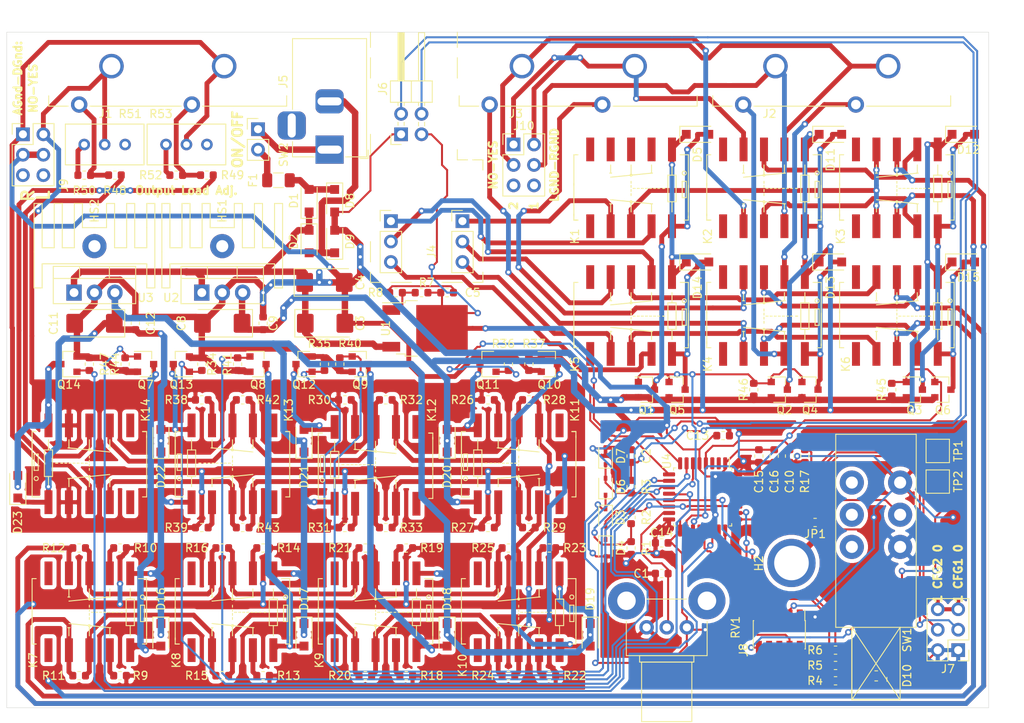
<source format=kicad_pcb>
(kicad_pcb (version 20171130) (host pcbnew "(5.1.5)-3")
  (title_block (title "Sys Project Template") (date 2020-05-05) (rev 0.0) (company "Philipp Schilk") (comment 1 "No Affiliation with Schiit Audio Products") (comment 2 https://www.schiit.com/products/sys) (comment 3 "For Documentation See: https://github.com/TheSchilk/SYS_ProjectTemplate") (comment 4 "Project Template for a custom PCB fitting the SYS Passive Preamp enclosure."))
  (layers (0 F.Cu signal) (31 B.Cu signal) (34 B.Paste user) (35 F.Paste user) (36 B.SilkS user) (37 F.SilkS user) (38 B.Mask user) (39 F.Mask user) (44 Edge.Cuts user))
  (net 0 "")
  (net 1 "Net-(H2-Pad1)")
  (net 2 "Net-(J1-Pad2)")
  (net 3 "Net-(J1-Pad4)")
  (net 4 "Net-(SW1-Pad1)")
  (net 5 "Net-(SW1-Pad2)")
  (net 6 "Net-(SW1-Pad3)")
  (net 7 /poti)
  (net 8 GND)
  (net 9 "Net-(C2-Pad1)")
  (net 10 "Net-(C3-Pad1)")
  (net 11 +3V3)
  (net 12 /+5V_A)
  (net 13 /NRST)
  (net 14 /+5V_B)
  (net 15 "Net-(D1-Pad2)")
  (net 16 "Net-(D2-Pad2)")
  (net 17 /pot_ext_sense)
  (net 18 "Net-(D5-Pad2)")
  (net 19 /pot_ext)
  (net 20 "Net-(D10-Pad2)")
  (net 21 "Net-(D10-Pad3)")
  (net 22 "Net-(D10-Pad1)")
  (net 23 "Net-(D11-Pad2)")
  (net 24 "Net-(D12-Pad2)")
  (net 25 "Net-(D13-Pad2)")
  (net 26 "Net-(D14-Pad2)")
  (net 27 "Net-(D15-Pad2)")
  (net 28 "Net-(D16-Pad2)")
  (net 29 "Net-(D17-Pad2)")
  (net 30 "Net-(D18-Pad2)")
  (net 31 "Net-(D19-Pad2)")
  (net 32 "Net-(D20-Pad2)")
  (net 33 "Net-(D21-Pad2)")
  (net 34 "Net-(D22-Pad2)")
  (net 35 "Net-(D23-Pad2)")
  (net 36 "Net-(F1-Pad2)")
  (net 37 /AGND_L)
  (net 38 /AGND_R)
  (net 39 /RCA1_GNDR)
  (net 40 /RCA1_GNDL)
  (net 41 /RCA1_R)
  (net 42 /RCA1_L)
  (net 43 /RCA2_L)
  (net 44 /RCA2_R)
  (net 45 /RCA2_GNDL)
  (net 46 /RCA2_GNDR)
  (net 47 /AUX1_R)
  (net 48 /AUX1_GND)
  (net 49 /AUX1_L)
  (net 50 /AUX2_R)
  (net 51 /AUX2_GND)
  (net 52 /AUX2_L)
  (net 53 "Net-(J5-Pad1)")
  (net 54 "Net-(J6-Pad4)")
  (net 55 /cfg1)
  (net 56 /cfg2)
  (net 57 /SWDIO)
  (net 58 /SWDCLK)
  (net 59 "Net-(J8-Pad6)")
  (net 60 "Net-(J8-Pad7)")
  (net 61 "Net-(J8-Pad8)")
  (net 62 "Net-(J8-Pad9)")
  (net 63 "Net-(J9-Pad6)")
  (net 64 "Net-(J9-Pad5)")
  (net 65 "Net-(K1-Pad3)")
  (net 66 "Net-(K1-Pad8)")
  (net 67 "Net-(K2-Pad8)")
  (net 68 "Net-(K2-Pad3)")
  (net 69 "Net-(K4-Pad8)")
  (net 70 "Net-(K4-Pad3)")
  (net 71 "Net-(K5-Pad3)")
  (net 72 "Net-(K5-Pad8)")
  (net 73 "Net-(K6-Pad8)")
  (net 74 "Net-(K6-Pad3)")
  (net 75 "Net-(K7-Pad3)")
  (net 76 "Net-(K7-Pad2)")
  (net 77 "Net-(K7-Pad8)")
  (net 78 "Net-(K7-Pad9)")
  (net 79 "Net-(K8-Pad9)")
  (net 80 "Net-(K8-Pad8)")
  (net 81 "Net-(K8-Pad2)")
  (net 82 "Net-(K8-Pad3)")
  (net 83 "Net-(K9-Pad9)")
  (net 84 "Net-(K10-Pad7)")
  (net 85 "Net-(K9-Pad2)")
  (net 86 "Net-(K10-Pad4)")
  (net 87 "Net-(K10-Pad3)")
  (net 88 "Net-(K10-Pad2)")
  (net 89 "Net-(K10-Pad8)")
  (net 90 "Net-(K10-Pad9)")
  (net 91 "Net-(K11-Pad9)")
  (net 92 "Net-(K11-Pad8)")
  (net 93 "Net-(K11-Pad2)")
  (net 94 "Net-(K11-Pad3)")
  (net 95 "Net-(K12-Pad3)")
  (net 96 "Net-(K12-Pad2)")
  (net 97 "Net-(K12-Pad8)")
  (net 98 "Net-(K12-Pad9)")
  (net 99 "Net-(K13-Pad9)")
  (net 100 "Net-(K13-Pad8)")
  (net 101 "Net-(K13-Pad2)")
  (net 102 "Net-(K13-Pad3)")
  (net 103 "Net-(K14-Pad3)")
  (net 104 "Net-(K14-Pad8)")
  (net 105 /rly_selectL_2)
  (net 106 /rly_selectL_1)
  (net 107 /rly_atten6)
  (net 108 /rly_atten5)
  (net 109 /rly_atten4)
  (net 110 /rly_atten3)
  (net 111 /rly_atten2)
  (net 112 /rly_atten1)
  (net 113 /rly_atten0)
  (net 114 /rly_mute)
  (net 115 /led0)
  (net 116 /led1)
  (net 117 /led2)
  (net 118 "Net-(R7-Pad2)")
  (net 119 "Net-(R17-Pad1)")
  (net 120 "Net-(R50-Pad2)")
  (net 121 "Net-(R52-Pad2)")
  (net 122 /btn)
  (net 123 "Net-(TP2-Pad1)")
  (net 124 "Net-(U4-Pad20)")
  (net 125 "Net-(U4-Pad2)")
  (net 126 "Net-(U4-Pad3)")
  (net 127 "Net-(K1-Pad4)")
  (net 128 "Net-(K1-Pad2)")
  (net 129 "Net-(J10-Pad6)")
  (net 130 "Net-(J10-Pad5)")
  (module Diode_SMD:D_SOD-323 (layer F.Cu) (at 152.4 123.825 270)
    (fp_text reference D3 (at 0 -1.85 90) (layer F.SilkS))
    (fp_text value SD05T1G)
    (pad 1 smd rect (at -1.05 0 270) (size 0.6 0.45) (layers F.Cu F.Paste F.Mask) (net 11 +3V3))
    (pad 2 smd rect (at 1.05 0 270) (size 0.6 0.45) (layers F.Cu F.Paste F.Mask) (net 17 /pot_ext_sense))
  )
  (module Panasonic_TQ2SA:Panasonic_TQ2SA (layer F.Cu) (at 155.575 98.425 180)
    (fp_text reference K5 (at 6.985 -6.35 90) (layer F.SilkS))
    (fp_text value TQ2SA)
    (pad 6 smd rect (at 5.08 4.4704 180) (size 0.9906 2.9464) (layers F.Cu F.Paste F.Mask))
    (pad 4 smd rect (at 2.54 4.4704 180) (size 0.9906 2.9464) (layers F.Cu F.Paste F.Mask) (net 50 /AUX2_R))
    (pad 3 smd rect (at 0 4.4704 180) (size 0.9906 2.9464) (layers F.Cu F.Paste F.Mask) (net 71 "Net-(K5-Pad3)"))
    (pad 2 smd rect (at -2.54 4.4704 180) (size 0.9906 2.9464) (layers F.Cu F.Paste F.Mask) (net 47 /AUX1_R))
    (pad 1 smd rect (at -5.08 4.4704 180) (size 0.9906 2.9464) (layers F.Cu F.Paste F.Mask) (net 12 /+5V_A))
    (pad 5 smd rect (at 5.08 -5.08 180) (size 0.9906 2.9464) (layers F.Cu F.Paste F.Mask))
    (pad 7 smd rect (at 2.54 -5.08 180) (size 0.9906 2.9464) (layers F.Cu F.Paste F.Mask) (net 52 /AUX2_L))
    (pad 8 smd rect (at 0 -5.08 180) (size 0.9906 2.9464) (layers F.Cu F.Paste F.Mask) (net 72 "Net-(K5-Pad8)"))
    (pad 9 smd rect (at -2.54 -5.08 180) (size 0.9906 2.9464) (layers F.Cu F.Paste F.Mask) (net 49 /AUX1_L))
    (pad 10 smd rect (at -5.08 -5.08 180) (size 0.9906 2.9464) (layers F.Cu F.Paste F.Mask) (net 26 "Net-(D14-Pad2)"))
  )
  (module Connector_PinHeader_2.54mm:PinHeader_2x03_P2.54mm_Vertical (layer F.Cu) (at 140.97 77.47)
    (fp_text reference J10 (at 1.27 -2.33) (layer F.SilkS))
    (fp_text value "A/D GND Jumper")
    (pad 6 thru_hole oval (at 2.54 5.08) (size 1.7 1.7) (drill 1) (layers *.Cu *.Mask) (net 129 "Net-(J10-Pad6)"))
    (pad 5 thru_hole oval (at 0 5.08) (size 1.7 1.7) (drill 1) (layers *.Cu *.Mask) (net 130 "Net-(J10-Pad5)"))
    (pad 4 thru_hole oval (at 2.54 2.54) (size 1.7 1.7) (drill 1) (layers *.Cu *.Mask) (net 40 /RCA1_GNDL))
    (pad 3 thru_hole oval (at 0 2.54) (size 1.7 1.7) (drill 1) (layers *.Cu *.Mask) (net 45 /RCA2_GNDL))
    (pad 2 thru_hole oval (at 2.54 0) (size 1.7 1.7) (drill 1) (layers *.Cu *.Mask) (net 39 /RCA1_GNDR))
    (pad 1 thru_hole rect (at 0 0) (size 1.7 1.7) (drill 1) (layers *.Cu *.Mask) (net 46 /RCA2_GNDR))
  )
  (module Capacitor_Tantalum_SMD:CP_EIA-6032-20_AVX-F (layer F.Cu) (at 88.9 99.695 180)
    (fp_text reference C11 (at 5.08 0 90) (layer F.SilkS))
    (fp_text value 100u)
    (pad 2 smd roundrect (at 2.4625 0 180) (size 2.075 2.35) (layers F.Cu F.Paste F.Mask) (roundrect_rratio 0.120482) (net 8 GND))
    (pad 1 smd roundrect (at -2.4625 0 180) (size 2.075 2.35) (layers F.Cu F.Paste F.Mask) (roundrect_rratio 0.120482) (net 14 /+5V_B))
  )
  (module Capacitor_Tantalum_SMD:CP_EIA-6032-20_AVX-F (layer F.Cu) (at 104.775 99.695 180)
    (fp_text reference C8 (at 5.08 0 90) (layer F.SilkS))
    (fp_text value 100u)
    (pad 2 smd roundrect (at 2.4625 0 180) (size 2.075 2.35) (layers F.Cu F.Paste F.Mask) (roundrect_rratio 0.120482) (net 8 GND))
    (pad 1 smd roundrect (at -2.4625 0 180) (size 2.075 2.35) (layers F.Cu F.Paste F.Mask) (roundrect_rratio 0.120482) (net 12 /+5V_A))
  )
  (module Capacitor_Tantalum_SMD:CP_EIA-6032-20_AVX-F (layer F.Cu) (at 117.475 94.615)
    (fp_text reference C4 (at 4.445 0 270) (layer F.SilkS))
    (fp_text value 100u)
    (pad 2 smd roundrect (at 2.4625 0) (size 2.075 2.35) (layers F.Cu F.Paste F.Mask) (roundrect_rratio 0.120482) (net 8 GND))
    (pad 1 smd roundrect (at -2.4625 0) (size 2.075 2.35) (layers F.Cu F.Paste F.Mask) (roundrect_rratio 0.120482) (net 10 "Net-(C3-Pad1)"))
  )
  (module Capacitor_Tantalum_SMD:CP_EIA-6032-20_AVX-F (layer F.Cu) (at 117.5525 99.695)
    (fp_text reference C3 (at 4.3675 0 270) (layer F.SilkS))
    (fp_text value 100u)
    (pad 2 smd roundrect (at 2.4625 0) (size 2.075 2.35) (layers F.Cu F.Paste F.Mask) (roundrect_rratio 0.120482) (net 8 GND))
    (pad 1 smd roundrect (at -2.4625 0) (size 2.075 2.35) (layers F.Cu F.Paste F.Mask) (roundrect_rratio 0.120482) (net 10 "Net-(C3-Pad1)"))
  )
  (module 3.5mm_RiserPCB:3.5mm_RiserPCB (layer F.Cu) (at 123.19 94.615 270)
    (fp_text reference J4 (at -3.81 -7.62 90) (layer F.SilkS))
    (fp_text value AUX-1-2)
    (pad B_T thru_hole oval (at -2.54 -11.43) (size 1.7 1.7) (drill 1) (layers *.Cu *.Mask) (net 52 /AUX2_L))
    (pad B_S thru_hole rect (at -7.62 -11.43) (size 1.7 1.7) (drill 1) (layers *.Cu *.Mask) (net 51 /AUX2_GND))
    (pad B_R thru_hole oval (at -5.08 -11.43) (size 1.7 1.7) (drill 1) (layers *.Cu *.Mask) (net 50 /AUX2_R))
    (pad T_T thru_hole oval (at -2.54 -2.54) (size 1.7 1.7) (drill 1) (layers *.Cu *.Mask) (net 49 /AUX1_L))
    (pad T_S thru_hole rect (at -7.62 -2.54) (size 1.7 1.7) (drill 1) (layers *.Cu *.Mask) (net 48 /AUX1_GND))
    (pad T_R thru_hole oval (at -5.08 -2.54) (size 1.7 1.7) (drill 1) (layers *.Cu *.Mask) (net 47 /AUX1_R))
    (pad 1 np_thru_hole circle (at -13.081 -5.08 270) (size 3.2 3.2) (drill 3.2) (layers *.Cu *.Mask))
  )
  (module Capacitor_SMD:C_0603_1608Metric (layer F.Cu) (at 159.385 130.81 180)
    (fp_text reference C1 (at 2.54 0) (layer F.SilkS))
    (fp_text value 0u1)
    (pad 1 smd roundrect (at -0.7875 0 180) (size 0.875 0.95) (layers F.Cu F.Paste F.Mask) (net 7 /poti))
    (pad 2 smd roundrect (at 0.7875 0 180) (size 0.875 0.95) (layers F.Cu F.Paste F.Mask) (net 8 GND))
  )
  (module Capacitor_SMD:C_0603_1608Metric (layer F.Cu) (at 155.575 116.205 90)
    (fp_text reference C2 (at 0 1.905 90) (layer F.SilkS))
    (fp_text value 0u1)
    (pad 1 smd roundrect (at -0.7875 0 90) (size 0.875 0.95) (layers F.Cu F.Paste F.Mask) (net 9 "Net-(C2-Pad1)"))
    (pad 2 smd roundrect (at 0.7875 0 90) (size 0.875 0.95) (layers F.Cu F.Paste F.Mask) (net 8 GND))
  )
  (module Capacitor_SMD:C_0603_1608Metric (layer F.Cu) (at 132.715 95.885)
    (fp_text reference C5 (at 3.175 0) (layer F.SilkS))
    (fp_text value 1uf)
    (pad 1 smd roundrect (at -0.7875 0) (size 0.875 0.95) (layers F.Cu F.Paste F.Mask) (net 11 +3V3))
    (pad 2 smd roundrect (at 0.7875 0) (size 0.875 0.95) (layers F.Cu F.Paste F.Mask) (net 8 GND))
  )
  (module Capacitor_SMD:C_0603_1608Metric (layer F.Cu) (at 109.855 99.695 90)
    (fp_text reference C9 (at 0 1.27 90) (layer F.SilkS))
    (fp_text value 1uf)
    (pad 2 smd roundrect (at 0.7875 0 90) (size 0.875 0.95) (layers F.Cu F.Paste F.Mask) (net 8 GND))
    (pad 1 smd roundrect (at -0.7875 0 90) (size 0.875 0.95) (layers F.Cu F.Paste F.Mask) (net 12 /+5V_A))
  )
  (module Capacitor_SMD:C_0603_1608Metric (layer F.Cu) (at 175.26 116.205 270)
    (fp_text reference C10 (at 3.175 0 90) (layer F.SilkS))
    (fp_text value 0u1)
    (pad 2 smd roundrect (at 0.7875 0 270) (size 0.875 0.95) (layers F.Cu F.Paste F.Mask) (net 8 GND))
    (pad 1 smd roundrect (at -0.7875 0 270) (size 0.875 0.95) (layers F.Cu F.Paste F.Mask) (net 13 /NRST))
  )
  (module Capacitor_SMD:C_0603_1608Metric (layer F.Cu) (at 93.98 99.695 90)
    (fp_text reference C12 (at 0 1.905 90) (layer F.SilkS))
    (fp_text value 1uf)
    (pad 2 smd roundrect (at 0.7875 0 90) (size 0.875 0.95) (layers F.Cu F.Paste F.Mask) (net 8 GND))
    (pad 1 smd roundrect (at -0.7875 0 90) (size 0.875 0.95) (layers F.Cu F.Paste F.Mask) (net 14 /+5V_B))
  )
  (module Capacitor_SMD:C_0603_1608Metric (layer F.Cu) (at 167.005 113.665)
    (fp_text reference C13 (at -3.175 0) (layer F.SilkS))
    (fp_text value 0u1)
    (pad 1 smd roundrect (at -0.7875 0) (size 0.875 0.95) (layers F.Cu F.Paste F.Mask) (net 11 +3V3))
    (pad 2 smd roundrect (at 0.7875 0) (size 0.875 0.95) (layers F.Cu F.Paste F.Mask) (net 8 GND))
  )
  (module Capacitor_SMD:C_0603_1608Metric (layer F.Cu) (at 159.385 127 180)
    (fp_text reference C14 (at 0 1.27) (layer F.SilkS))
    (fp_text value 0u1)
    (pad 1 smd roundrect (at -0.7875 0 180) (size 0.875 0.95) (layers F.Cu F.Paste F.Mask) (net 11 +3V3))
    (pad 2 smd roundrect (at 0.7875 0 180) (size 0.875 0.95) (layers F.Cu F.Paste F.Mask) (net 8 GND))
  )
  (module Capacitor_SMD:C_0603_1608Metric (layer F.Cu) (at 171.45 116.205 270)
    (fp_text reference C15 (at 3.175 0 90) (layer F.SilkS))
    (fp_text value 1u)
    (pad 2 smd roundrect (at 0.7875 0 270) (size 0.875 0.95) (layers F.Cu F.Paste F.Mask) (net 8 GND))
    (pad 1 smd roundrect (at -0.7875 0 270) (size 0.875 0.95) (layers F.Cu F.Paste F.Mask) (net 11 +3V3))
  )
  (module Capacitor_SMD:C_0603_1608Metric (layer F.Cu) (at 173.355 116.205 270)
    (fp_text reference C16 (at 3.175 0 90) (layer F.SilkS))
    (fp_text value 0u1)
    (pad 2 smd roundrect (at 0.7875 0 270) (size 0.875 0.95) (layers F.Cu F.Paste F.Mask) (net 8 GND))
    (pad 1 smd roundrect (at -0.7875 0 270) (size 0.875 0.95) (layers F.Cu F.Paste F.Mask) (net 11 +3V3))
  )
  (module Diode_SMD:D_SOD-123F (layer F.Cu) (at 115.57 84.455 90)
    (fp_text reference D1 (at 0 -1.905 90) (layer F.SilkS))
    (fp_text value 1N4001)
    (pad 2 smd rect (at 1.4 0 90) (size 1.1 1.1) (layers F.Cu F.Paste F.Mask) (net 15 "Net-(D1-Pad2)"))
    (pad 1 smd rect (at -1.4 0 90) (size 1.1 1.1) (layers F.Cu F.Paste F.Mask) (net 10 "Net-(C3-Pad1)"))
  )
  (module Diode_SMD:D_SOD-123F (layer F.Cu) (at 115.57 89.535 270)
    (fp_text reference D2 (at 0 1.905 90) (layer F.SilkS))
    (fp_text value 1N4001)
    (pad 1 smd rect (at -1.4 0 270) (size 1.1 1.1) (layers F.Cu F.Paste F.Mask) (net 10 "Net-(C3-Pad1)"))
    (pad 2 smd rect (at 1.4 0 270) (size 1.1 1.1) (layers F.Cu F.Paste F.Mask) (net 16 "Net-(D2-Pad2)"))
  )
  (module Diode_SMD:D_SOD-323 (layer F.Cu) (at 152.4 127.635 270)
    (fp_text reference D4 (at 0 -1.905 90) (layer F.SilkS))
    (fp_text value SD05T1G)
    (pad 2 smd rect (at 1.05 0 270) (size 0.6 0.45) (layers F.Cu F.Paste F.Mask) (net 8 GND))
    (pad 1 smd rect (at -1.05 0 270) (size 0.6 0.45) (layers F.Cu F.Paste F.Mask) (net 17 /pot_ext_sense))
  )
  (module Diode_SMD:D_SOD-123F (layer F.Cu) (at 163.83 76.2)
    (fp_text reference D5 (at 0 2.54 90) (layer F.SilkS))
    (fp_text value 1N4001)
    (pad 2 smd rect (at 1.4 0) (size 1.1 1.1) (layers F.Cu F.Paste F.Mask) (net 18 "Net-(D5-Pad2)"))
    (pad 1 smd rect (at -1.4 0) (size 1.1 1.1) (layers F.Cu F.Paste F.Mask) (net 12 /+5V_A))
  )
  (module Diode_SMD:D_SOD-323 (layer F.Cu) (at 152.4 120.015 90)
    (fp_text reference D6 (at 0 1.905 90) (layer F.SilkS))
    (fp_text value SD05T1G)
    (pad 2 smd rect (at 1.05 0 90) (size 0.6 0.45) (layers F.Cu F.Paste F.Mask) (net 19 /pot_ext))
    (pad 1 smd rect (at -1.05 0 90) (size 0.6 0.45) (layers F.Cu F.Paste F.Mask) (net 11 +3V3))
  )
  (module Diode_SMD:D_SOD-323 (layer F.Cu) (at 152.4 116.205 90)
    (fp_text reference D7 (at 0 1.905 90) (layer F.SilkS))
    (fp_text value SD05T1G)
    (pad 1 smd rect (at -1.05 0 90) (size 0.6 0.45) (layers F.Cu F.Paste F.Mask) (net 19 /pot_ext))
    (pad 2 smd rect (at 1.05 0 90) (size 0.6 0.45) (layers F.Cu F.Paste F.Mask) (net 8 GND))
  )
  (module Diode_SMD:D_SOD-123F (layer F.Cu) (at 118.745 84.455 270)
    (fp_text reference D8 (at 0 -1.905 90) (layer F.SilkS))
    (fp_text value 1N4001)
    (pad 1 smd rect (at -1.4 0 270) (size 1.1 1.1) (layers F.Cu F.Paste F.Mask) (net 15 "Net-(D1-Pad2)"))
    (pad 2 smd rect (at 1.4 0 270) (size 1.1 1.1) (layers F.Cu F.Paste F.Mask) (net 8 GND))
  )
  (module Diode_SMD:D_SOD-123F (layer F.Cu) (at 118.745 89.535 90)
    (fp_text reference D9 (at 0 1.905 90) (layer F.SilkS))
    (fp_text value 1N4001)
    (pad 2 smd rect (at 1.4 0 90) (size 1.1 1.1) (layers F.Cu F.Paste F.Mask) (net 8 GND))
    (pad 1 smd rect (at -1.4 0 90) (size 1.1 1.1) (layers F.Cu F.Paste F.Mask) (net 16 "Net-(D2-Pad2)"))
  )
  (module RGB_LED_1.6x1.6x0:RGB_LED_1.6x1.6x0.6 (layer F.Cu) (at 186.055 143.51)
    (fp_text reference D10 (at 3.81 0 90) (layer F.SilkS))
    (fp_text value LED_RGBA)
    (pad 2 smd rect (at -0.75 -0.4) (size 0.85 0.65) (layers F.Cu F.Paste F.Mask) (net 20 "Net-(D10-Pad2)"))
    (pad 3 smd rect (at 0.7 -0.4) (size 0.85 0.65) (layers F.Cu F.Paste F.Mask) (net 21 "Net-(D10-Pad3)"))
    (pad 1 smd rect (at -0.75 0.45) (size 0.85 0.65) (layers F.Cu F.Paste F.Mask) (net 22 "Net-(D10-Pad1)"))
    (pad 4 smd rect (at 0.7 0.45) (size 0.85 0.65) (layers F.Cu F.Paste F.Mask) (net 11 +3V3))
  )
  (module Diode_SMD:D_SOD-123F (layer F.Cu) (at 180.34 76.2)
    (fp_text reference D11 (at 0 3.175 90) (layer F.SilkS))
    (fp_text value 1N4001)
    (pad 1 smd rect (at -1.4 0) (size 1.1 1.1) (layers F.Cu F.Paste F.Mask) (net 12 /+5V_A))
    (pad 2 smd rect (at 1.4 0) (size 1.1 1.1) (layers F.Cu F.Paste F.Mask) (net 23 "Net-(D11-Pad2)"))
  )
  (module Diode_SMD:D_SOD-123F (layer F.Cu) (at 196.85 76.2)
    (fp_text reference D12 (at 0.635 1.905) (layer F.SilkS))
    (fp_text value 1N4001)
    (pad 1 smd rect (at -1.4 0) (size 1.1 1.1) (layers F.Cu F.Paste F.Mask) (net 12 /+5V_A))
    (pad 2 smd rect (at 1.4 0) (size 1.1 1.1) (layers F.Cu F.Paste F.Mask) (net 24 "Net-(D12-Pad2)"))
  )
  (module Diode_SMD:D_SOD-123F (layer F.Cu) (at 180.34 92.075)
    (fp_text reference D13 (at 0 3.175 -270) (layer F.SilkS))
    (fp_text value 1N4001)
    (pad 2 smd rect (at 1.4 0) (size 1.1 1.1) (layers F.Cu F.Paste F.Mask) (net 25 "Net-(D13-Pad2)"))
    (pad 1 smd rect (at -1.4 0) (size 1.1 1.1) (layers F.Cu F.Paste F.Mask) (net 12 /+5V_A))
  )
  (module Diode_SMD:D_SOD-123F (layer F.Cu) (at 163.83 92.075)
    (fp_text reference D14 (at 0 3.175 -270) (layer F.SilkS))
    (fp_text value 1N4001)
    (pad 2 smd rect (at 1.4 0) (size 1.1 1.1) (layers F.Cu F.Paste F.Mask) (net 26 "Net-(D14-Pad2)"))
    (pad 1 smd rect (at -1.4 0) (size 1.1 1.1) (layers F.Cu F.Paste F.Mask) (net 12 /+5V_A))
  )
  (module Diode_SMD:D_SOD-123F (layer F.Cu) (at 196.85 92.075)
    (fp_text reference D15 (at 0.635 1.905) (layer F.SilkS))
    (fp_text value 1N4001)
    (pad 1 smd rect (at -1.4 0) (size 1.1 1.1) (layers F.Cu F.Paste F.Mask) (net 12 /+5V_A))
    (pad 2 smd rect (at 1.4 0) (size 1.1 1.1) (layers F.Cu F.Paste F.Mask) (net 27 "Net-(D15-Pad2)"))
  )
  (module Diode_SMD:D_SOD-123F (layer F.Cu) (at 97.155 138.43 270)
    (fp_text reference D16 (at -4.445 0 270) (layer F.SilkS))
    (fp_text value 1N4001)
    (pad 2 smd rect (at 1.4 0 270) (size 1.1 1.1) (layers F.Cu F.Paste F.Mask) (net 28 "Net-(D16-Pad2)"))
    (pad 1 smd rect (at -1.4 0 270) (size 1.1 1.1) (layers F.Cu F.Paste F.Mask) (net 14 /+5V_B))
  )
  (module Diode_SMD:D_SOD-123F (layer F.Cu) (at 114.935 138.43 270)
    (fp_text reference D17 (at -4.445 0 90) (layer F.SilkS))
    (fp_text value 1N4001)
    (pad 1 smd rect (at -1.4 0 270) (size 1.1 1.1) (layers F.Cu F.Paste F.Mask) (net 14 /+5V_B))
    (pad 2 smd rect (at 1.4 0 270) (size 1.1 1.1) (layers F.Cu F.Paste F.Mask) (net 29 "Net-(D17-Pad2)"))
  )
  (module Diode_SMD:D_SOD-123F (layer F.Cu) (at 132.715 138.43 270)
    (fp_text reference D18 (at -4.445 0 270) (layer F.SilkS))
    (fp_text value 1N4001)
    (pad 2 smd rect (at 1.4 0 270) (size 1.1 1.1) (layers F.Cu F.Paste F.Mask) (net 30 "Net-(D18-Pad2)"))
    (pad 1 smd rect (at -1.4 0 270) (size 1.1 1.1) (layers F.Cu F.Paste F.Mask) (net 14 /+5V_B))
  )
  (module Diode_SMD:D_SOD-123F (layer F.Cu) (at 150.495 138.43 270)
    (fp_text reference D19 (at -4.445 0 90) (layer F.SilkS))
    (fp_text value 1N4001)
    (pad 2 smd rect (at 1.4 0 270) (size 1.1 1.1) (layers F.Cu F.Paste F.Mask) (net 31 "Net-(D19-Pad2)"))
    (pad 1 smd rect (at -1.4 0 270) (size 1.1 1.1) (layers F.Cu F.Paste F.Mask) (net 14 /+5V_B))
  )
  (module Diode_SMD:D_SOD-123F (layer F.Cu) (at 132.715 114.3 90)
    (fp_text reference D20 (at -4.445 0 90) (layer F.SilkS))
    (fp_text value 1N4001)
    (pad 2 smd rect (at 1.4 0 90) (size 1.1 1.1) (layers F.Cu F.Paste F.Mask) (net 32 "Net-(D20-Pad2)"))
    (pad 1 smd rect (at -1.4 0 90) (size 1.1 1.1) (layers F.Cu F.Paste F.Mask) (net 12 /+5V_A))
  )
  (module Diode_SMD:D_SOD-123F (layer F.Cu) (at 114.935 114.3 90)
    (fp_text reference D21 (at -4.445 0 270) (layer F.SilkS))
    (fp_text value 1N4001)
    (pad 1 smd rect (at -1.4 0 90) (size 1.1 1.1) (layers F.Cu F.Paste F.Mask) (net 14 /+5V_B))
    (pad 2 smd rect (at 1.4 0 90) (size 1.1 1.1) (layers F.Cu F.Paste F.Mask) (net 33 "Net-(D21-Pad2)"))
  )
  (module Diode_SMD:D_SOD-123F (layer F.Cu) (at 97.155 114.3 90)
    (fp_text reference D22 (at -4.445 0 90) (layer F.SilkS))
    (fp_text value 1N4001)
    (pad 2 smd rect (at 1.4 0 90) (size 1.1 1.1) (layers F.Cu F.Paste F.Mask) (net 34 "Net-(D22-Pad2)"))
    (pad 1 smd rect (at -1.4 0 90) (size 1.1 1.1) (layers F.Cu F.Paste F.Mask) (net 14 /+5V_B))
  )
  (module Diode_SMD:D_SOD-123F (layer F.Cu) (at 79.375 120.015 90)
    (fp_text reference D23 (at -4.445 0 270) (layer F.SilkS))
    (fp_text value 1N4001)
    (pad 1 smd rect (at -1.4 0 90) (size 1.1 1.1) (layers F.Cu F.Paste F.Mask) (net 14 /+5V_B))
    (pad 2 smd rect (at 1.4 0 90) (size 1.1 1.1) (layers F.Cu F.Paste F.Mask) (net 35 "Net-(D23-Pad2)"))
  )
  (module Fuse:Fuse_1206_3216Metric (layer F.Cu) (at 111.76 81.915 180)
    (fp_text reference F1 (at 3.175 0 270) (layer F.SilkS))
    (fp_text value 1A)
    (pad 1 smd roundrect (at -1.4 0 180) (size 1.25 1.75) (layers F.Cu F.Paste F.Mask) (roundrect_rratio 0.2) (net 15 "Net-(D1-Pad2)"))
    (pad 2 smd roundrect (at 1.4 0 180) (size 1.25 1.75) (layers F.Cu F.Paste F.Mask) (roundrect_rratio 0.2) (net 36 "Net-(F1-Pad2)"))
  )
  (module MountingHole_4.3mm_M4_ReducedSize:MountingHole_4.3mm_M4_Pad_Via (layer F.Cu) (at 175.5 129.5)
    (fp_text reference H2 (at -4.05 0.04 90) (layer F.SilkS))
    (fp_text value "MH 1")
    (pad 1 thru_hole circle (at 0 0) (size 6 6) (drill 4.3) (layers *.Cu *.Mask) (net 1 "Net-(H2-Pad1)"))
  )
  (module XSD-C4649_TO220_Heatsink:XSD-C4649_TO220_Heatsink (layer F.Cu) (at 104.775 90.805)
    (fp_text reference HS1 (at 0 -5.08 -90) (layer F.SilkS))
    (fp_text value Heatsink)
    (pad 1 thru_hole circle (at 0 -0.7) (size 3 3) (drill 1.5) (layers *.Cu *.Mask))
  )
  (module XSD-C4649_TO220_Heatsink:XSD-C4649_TO220_Heatsink (layer F.Cu) (at 88.9 90.805)
    (fp_text reference HS2 (at 0 -5.08 -270) (layer F.SilkS))
    (fp_text value Heatsink)
    (pad 1 thru_hole circle (at 0 -0.7) (size 3 3) (drill 1.5) (layers *.Cu *.Mask))
  )
  (module RCA_KobiCon_161-4220-E:RCA_KobiCon_161-4220-E (layer F.Cu) (at 96.93141 65.56579)
    (fp_text reference J1 (at -6.6548 8.0772) (layer F.SilkS))
    (fp_text value RCA-Out)
    (pad "" np_thru_hole oval (at -11.6332 2.159) (size 2.1082 3.81) (drill oval 2.1082 3.81) (layers *.Cu *.Mask))
    (pad "" np_thru_hole oval (at 13.77141 2.159) (size 2.1082 3.81) (drill oval 2.1082 3.81) (layers *.Cu *.Mask))
    (pad 2 thru_hole circle (at -9.93141 6.93421) (size 2.032 2.032) (drill 1.1938) (layers *.Cu *.Mask) (net 2 "Net-(J1-Pad2)"))
    (pad 4 thru_hole circle (at 4.06859 6.93421) (size 2.032 2.032) (drill 1.1938) (layers *.Cu *.Mask) (net 3 "Net-(J1-Pad4)"))
    (pad 1 thru_hole circle (at -5.9182 2.159) (size 3.048 3.048) (drill 2.2098) (layers *.Cu *.Mask) (net 37 /AGND_L))
    (pad 3 thru_hole circle (at 8.0818 2.159) (size 3.048 3.048) (drill 2.2098) (layers *.Cu *.Mask) (net 38 /AGND_R))
  )
  (module RCA_KobiCon_161-4220-E:RCA_KobiCon_161-4220-E (layer F.Cu) (at 179.43141 65.56579)
    (fp_text reference J2 (at -6.6548 8.0772) (layer F.SilkS))
    (fp_text value RCA-1)
    (pad 3 thru_hole circle (at 8.0818 2.159) (size 3.048 3.048) (drill 2.2098) (layers *.Cu *.Mask) (net 39 /RCA1_GNDR))
    (pad 1 thru_hole circle (at -5.9182 2.159) (size 3.048 3.048) (drill 2.2098) (layers *.Cu *.Mask) (net 40 /RCA1_GNDL))
    (pad 4 thru_hole circle (at 4.06859 6.93421) (size 2.032 2.032) (drill 1.1938) (layers *.Cu *.Mask) (net 41 /RCA1_R))
    (pad 2 thru_hole circle (at -9.93141 6.93421) (size 2.032 2.032) (drill 1.1938) (layers *.Cu *.Mask) (net 42 /RCA1_L))
    (pad "" np_thru_hole oval (at 13.77141 2.159) (size 2.1082 3.81) (drill oval 2.1082 3.81) (layers *.Cu *.Mask))
    (pad "" np_thru_hole oval (at -11.6332 2.159) (size 2.1082 3.81) (drill oval 2.1082 3.81) (layers *.Cu *.Mask))
  )
  (module RCA_KobiCon_161-4220-E:RCA_KobiCon_161-4220-E (layer F.Cu) (at 147.93141 65.56579)
    (fp_text reference J3 (at -6.6548 8.0772) (layer F.SilkS))
    (fp_text value RCA-2)
    (pad "" np_thru_hole oval (at -11.6332 2.159) (size 2.1082 3.81) (drill oval 2.1082 3.81) (layers *.Cu *.Mask))
    (pad "" np_thru_hole oval (at 13.77141 2.159) (size 2.1082 3.81) (drill oval 2.1082 3.81) (layers *.Cu *.Mask))
    (pad 2 thru_hole circle (at -9.93141 6.93421) (size 2.032 2.032) (drill 1.1938) (layers *.Cu *.Mask) (net 43 /RCA2_L))
    (pad 4 thru_hole circle (at 4.06859 6.93421) (size 2.032 2.032) (drill 1.1938) (layers *.Cu *.Mask) (net 44 /RCA2_R))
    (pad 1 thru_hole circle (at -5.9182 2.159) (size 3.048 3.048) (drill 2.2098) (layers *.Cu *.Mask) (net 45 /RCA2_GNDL))
    (pad 3 thru_hole circle (at 8.0818 2.159) (size 3.048 3.048) (drill 2.2098) (layers *.Cu *.Mask) (net 46 /RCA2_GNDR))
  )
  (module Connector_BarrelJack:BarrelJack_Horizontal (layer F.Cu) (at 118.11 78.105 270)
    (fp_text reference J5 (at -8.45 5.75 90) (layer F.SilkS))
    (fp_text value "Barrel_Jack 9Vac")
    (pad 1 thru_hole rect (at 0 0 270) (size 3.5 3.5) (drill oval 1 3) (layers *.Cu *.Mask) (net 53 "Net-(J5-Pad1)"))
    (pad 2 thru_hole roundrect (at -6 0 270) (size 3 3.5) (drill oval 1 3) (layers *.Cu *.Mask) (net 16 "Net-(D2-Pad2)"))
    (pad 3 thru_hole roundrect (at -3 4.7 270) (size 3.5 3.5) (drill oval 3 1) (layers *.Cu *.Mask))
  )
  (module Connector_PinHeader_2.54mm:PinHeader_2x02_P2.54mm_Horizontal (layer F.Cu) (at 127 76.2 90)
    (fp_text reference J6 (at 5.655 -2.27 90) (layer F.SilkS))
    (fp_text value "POT_EXT Conn")
    (pad 1 thru_hole rect (at 0 0 90) (size 1.7 1.7) (drill 1) (layers *.Cu *.Mask) (net 8 GND))
    (pad 2 thru_hole oval (at 2.54 0 90) (size 1.7 1.7) (drill 1) (layers *.Cu *.Mask) (net 9 "Net-(C2-Pad1)"))
    (pad 3 thru_hole oval (at 0 2.54 90) (size 1.7 1.7) (drill 1) (layers *.Cu *.Mask) (net 11 +3V3))
    (pad 4 thru_hole oval (at 2.54 2.54 90) (size 1.7 1.7) (drill 1) (layers *.Cu *.Mask) (net 54 "Net-(J6-Pad4)"))
  )
  (module Connector_PinHeader_2.54mm:PinHeader_2x03_P2.54mm_Vertical (layer F.Cu) (at 196.215 140.335 180)
    (fp_text reference J7 (at 1.27 -2.33) (layer F.SilkS))
    (fp_text value "cfg jumper")
    (pad 1 thru_hole rect (at 0 0 180) (size 1.7 1.7) (drill 1) (layers *.Cu *.Mask) (net 11 +3V3))
    (pad 2 thru_hole oval (at 2.54 0 180) (size 1.7 1.7) (drill 1) (layers *.Cu *.Mask) (net 11 +3V3))
    (pad 3 thru_hole oval (at 0 2.54 180) (size 1.7 1.7) (drill 1) (layers *.Cu *.Mask) (net 55 /cfg1))
    (pad 4 thru_hole oval (at 2.54 2.54 180) (size 1.7 1.7) (drill 1) (layers *.Cu *.Mask) (net 56 /cfg2))
    (pad 5 thru_hole oval (at 0 5.08 180) (size 1.7 1.7) (drill 1) (layers *.Cu *.Mask) (net 8 GND))
    (pad 6 thru_hole oval (at 2.54 5.08 180) (size 1.7 1.7) (drill 1) (layers *.Cu *.Mask) (net 8 GND))
  )
  (module Connector_PinHeader_1.27mm:PinHeader_2x05_P1.27mm_Vertical_SMD (layer F.Cu) (at 173.99 138.43 270)
    (fp_text reference J8 (at 1.905 4.445 90) (layer F.SilkS))
    (fp_text value "ARM SWD")
    (pad 1 smd rect (at -1.95 -2.54 270) (size 2.4 0.74) (layers F.Cu F.Paste F.Mask) (net 11 +3V3))
    (pad 2 smd rect (at 1.95 -2.54 270) (size 2.4 0.74) (layers F.Cu F.Paste F.Mask) (net 57 /SWDIO))
    (pad 3 smd rect (at -1.95 -1.27 270) (size 2.4 0.74) (layers F.Cu F.Paste F.Mask) (net 8 GND))
    (pad 4 smd rect (at 1.95 -1.27 270) (size 2.4 0.74) (layers F.Cu F.Paste F.Mask) (net 58 /SWDCLK))
    (pad 5 smd rect (at -1.95 0 270) (size 2.4 0.74) (layers F.Cu F.Paste F.Mask) (net 8 GND))
    (pad 6 smd rect (at 1.95 0 270) (size 2.4 0.74) (layers F.Cu F.Paste F.Mask) (net 59 "Net-(J8-Pad6)"))
    (pad 7 smd rect (at -1.95 1.27 270) (size 2.4 0.74) (layers F.Cu F.Paste F.Mask) (net 60 "Net-(J8-Pad7)"))
    (pad 8 smd rect (at 1.95 1.27 270) (size 2.4 0.74) (layers F.Cu F.Paste F.Mask) (net 61 "Net-(J8-Pad8)"))
    (pad 9 smd rect (at -1.95 2.54 270) (size 2.4 0.74) (layers F.Cu F.Paste F.Mask) (net 62 "Net-(J8-Pad9)"))
    (pad 10 smd rect (at 1.95 2.54 270) (size 2.4 0.74) (layers F.Cu F.Paste F.Mask) (net 13 /NRST))
  )
  (module Connector_PinHeader_2.54mm:PinHeader_2x03_P2.54mm_Vertical (layer F.Cu) (at 80.01 76.2)
    (fp_text reference J9 (at 5.08 6.35 90) (layer F.SilkS))
    (fp_text value "A/D GND Jumper")
    (pad 6 thru_hole oval (at 2.54 5.08) (size 1.7 1.7) (drill 1) (layers *.Cu *.Mask) (net 63 "Net-(J9-Pad6)"))
    (pad 5 thru_hole oval (at 0 5.08) (size 1.7 1.7) (drill 1) (layers *.Cu *.Mask) (net 64 "Net-(J9-Pad5)"))
    (pad 4 thru_hole oval (at 2.54 2.54) (size 1.7 1.7) (drill 1) (layers *.Cu *.Mask) (net 8 GND))
    (pad 3 thru_hole oval (at 0 2.54) (size 1.7 1.7) (drill 1) (layers *.Cu *.Mask) (net 8 GND))
    (pad 2 thru_hole oval (at 2.54 0) (size 1.7 1.7) (drill 1) (layers *.Cu *.Mask) (net 37 /AGND_L))
    (pad 1 thru_hole rect (at 0 0) (size 1.7 1.7) (drill 1) (layers *.Cu *.Mask) (net 38 /AGND_R))
  )
  (module Resistor_SMD:R_0603_1608Metric (layer F.Cu) (at 178.435 124.46 180)
    (fp_text reference JP1 (at 0 -1.43) (layer F.SilkS))
    (fp_text value gnd_case)
    (pad 1 smd roundrect (at -0.7875 0 180) (size 0.875 0.95) (layers F.Cu F.Paste F.Mask) (net 1 "Net-(H2-Pad1)"))
    (pad 2 smd roundrect (at 0.7875 0 180) (size 0.875 0.95) (layers F.Cu F.Paste F.Mask) (net 8 GND))
  )
  (module Panasonic_TQ2SA:Panasonic_TQ2SA (layer F.Cu) (at 155.575 82.55 180)
    (fp_text reference K1 (at 6.985 -6.35 90) (layer F.SilkS))
    (fp_text value TQ2SA)
    (pad 6 smd rect (at 5.08 4.4704 180) (size 0.9906 2.9464) (layers F.Cu F.Paste F.Mask))
    (pad 4 smd rect (at 2.54 4.4704 180) (size 0.9906 2.9464) (layers F.Cu F.Paste F.Mask) (net 127 "Net-(K1-Pad4)"))
    (pad 3 smd rect (at 0 4.4704 180) (size 0.9906 2.9464) (layers F.Cu F.Paste F.Mask) (net 65 "Net-(K1-Pad3)"))
    (pad 2 smd rect (at -2.54 4.4704 180) (size 0.9906 2.9464) (layers F.Cu F.Paste F.Mask) (net 128 "Net-(K1-Pad2)"))
    (pad 1 smd rect (at -5.08 4.4704 180) (size 0.9906 2.9464) (layers F.Cu F.Paste F.Mask) (net 12 /+5V_A))
    (pad 5 smd rect (at 5.08 -5.08 180) (size 0.9906 2.9464) (layers F.Cu F.Paste F.Mask))
    (pad 7 smd rect (at 2.54 -5.08 180) (size 0.9906 2.9464) (layers F.Cu F.Paste F.Mask) (net 51 /AUX2_GND))
    (pad 8 smd rect (at 0 -5.08 180) (size 0.9906 2.9464) (layers F.Cu F.Paste F.Mask) (net 66 "Net-(K1-Pad8)"))
    (pad 9 smd rect (at -2.54 -5.08 180) (size 0.9906 2.9464) (layers F.Cu F.Paste F.Mask) (net 48 /AUX1_GND))
    (pad 10 smd rect (at -5.08 -5.08 180) (size 0.9906 2.9464) (layers F.Cu F.Paste F.Mask) (net 18 "Net-(D5-Pad2)"))
  )
  (module Panasonic_TQ2SA:Panasonic_TQ2SA (layer F.Cu) (at 172.085 82.55 180)
    (fp_text reference K2 (at 6.985 -6.35 90) (layer F.SilkS))
    (fp_text value TQ2SA)
    (pad 10 smd rect (at -5.08 -5.08 180) (size 0.9906 2.9464) (layers F.Cu F.Paste F.Mask) (net 23 "Net-(D11-Pad2)"))
    (pad 9 smd rect (at -2.54 -5.08 180) (size 0.9906 2.9464) (layers F.Cu F.Paste F.Mask) (net 40 /RCA1_GNDL))
    (pad 8 smd rect (at 0 -5.08 180) (size 0.9906 2.9464) (layers F.Cu F.Paste F.Mask) (net 67 "Net-(K2-Pad8)"))
    (pad 7 smd rect (at 2.54 -5.08 180) (size 0.9906 2.9464) (layers F.Cu F.Paste F.Mask) (net 45 /RCA2_GNDL))
    (pad 5 smd rect (at 5.08 -5.08 180) (size 0.9906 2.9464) (layers F.Cu F.Paste F.Mask))
    (pad 1 smd rect (at -5.08 4.4704 180) (size 0.9906 2.9464) (layers F.Cu F.Paste F.Mask) (net 12 /+5V_A))
    (pad 2 smd rect (at -2.54 4.4704 180) (size 0.9906 2.9464) (layers F.Cu F.Paste F.Mask) (net 39 /RCA1_GNDR))
    (pad 3 smd rect (at 0 4.4704 180) (size 0.9906 2.9464) (layers F.Cu F.Paste F.Mask) (net 68 "Net-(K2-Pad3)"))
    (pad 4 smd rect (at 2.54 4.4704 180) (size 0.9906 2.9464) (layers F.Cu F.Paste F.Mask) (net 46 /RCA2_GNDR))
    (pad 6 smd rect (at 5.08 4.4704 180) (size 0.9906 2.9464) (layers F.Cu F.Paste F.Mask))
  )
  (module Panasonic_TQ2SA:Panasonic_TQ2SA (layer F.Cu) (at 188.595 82.55 180)
    (fp_text reference K3 (at 6.985 -6.35 90) (layer F.SilkS))
    (fp_text value TQ2SA)
    (pad 6 smd rect (at 5.08 4.4704 180) (size 0.9906 2.9464) (layers F.Cu F.Paste F.Mask))
    (pad 4 smd rect (at 2.54 4.4704 180) (size 0.9906 2.9464) (layers F.Cu F.Paste F.Mask) (net 66 "Net-(K1-Pad8)"))
    (pad 3 smd rect (at 0 4.4704 180) (size 0.9906 2.9464) (layers F.Cu F.Paste F.Mask) (net 38 /AGND_R))
    (pad 2 smd rect (at -2.54 4.4704 180) (size 0.9906 2.9464) (layers F.Cu F.Paste F.Mask) (net 68 "Net-(K2-Pad3)"))
    (pad 1 smd rect (at -5.08 4.4704 180) (size 0.9906 2.9464) (layers F.Cu F.Paste F.Mask) (net 12 /+5V_A))
    (pad 5 smd rect (at 5.08 -5.08 180) (size 0.9906 2.9464) (layers F.Cu F.Paste F.Mask))
    (pad 7 smd rect (at 2.54 -5.08 180) (size 0.9906 2.9464) (layers F.Cu F.Paste F.Mask) (net 66 "Net-(K1-Pad8)"))
    (pad 8 smd rect (at 0 -5.08 180) (size 0.9906 2.9464) (layers F.Cu F.Paste F.Mask) (net 37 /AGND_L))
    (pad 9 smd rect (at -2.54 -5.08 180) (size 0.9906 2.9464) (layers F.Cu F.Paste F.Mask) (net 67 "Net-(K2-Pad8)"))
    (pad 10 smd rect (at -5.08 -5.08 180) (size 0.9906 2.9464) (layers F.Cu F.Paste F.Mask) (net 24 "Net-(D12-Pad2)"))
  )
  (module Panasonic_TQ2SA:Panasonic_TQ2SA (layer F.Cu) (at 172.085 98.425 180)
    (fp_text reference K4 (at 6.985 -6.35 90) (layer F.SilkS))
    (fp_text value TQ2SA)
    (pad 10 smd rect (at -5.08 -5.08 180) (size 0.9906 2.9464) (layers F.Cu F.Paste F.Mask) (net 25 "Net-(D13-Pad2)"))
    (pad 9 smd rect (at -2.54 -5.08 180) (size 0.9906 2.9464) (layers F.Cu F.Paste F.Mask) (net 42 /RCA1_L))
    (pad 8 smd rect (at 0 -5.08 180) (size 0.9906 2.9464) (layers F.Cu F.Paste F.Mask) (net 69 "Net-(K4-Pad8)"))
    (pad 7 smd rect (at 2.54 -5.08 180) (size 0.9906 2.9464) (layers F.Cu F.Paste F.Mask) (net 43 /RCA2_L))
    (pad 5 smd rect (at 5.08 -5.08 180) (size 0.9906 2.9464) (layers F.Cu F.Paste F.Mask))
    (pad 1 smd rect (at -5.08 4.4704 180) (size 0.9906 2.9464) (layers F.Cu F.Paste F.Mask) (net 12 /+5V_A))
    (pad 2 smd rect (at -2.54 4.4704 180) (size 0.9906 2.9464) (layers F.Cu F.Paste F.Mask) (net 41 /RCA1_R))
    (pad 3 smd rect (at 0 4.4704 180) (size 0.9906 2.9464) (layers F.Cu F.Paste F.Mask) (net 70 "Net-(K4-Pad3)"))
    (pad 4 smd rect (at 2.54 4.4704 180) (size 0.9906 2.9464) (layers F.Cu F.Paste F.Mask) (net 44 /RCA2_R))
    (pad 6 smd rect (at 5.08 4.4704 180) (size 0.9906 2.9464) (layers F.Cu F.Paste F.Mask))
  )
  (module Panasonic_TQ2SA:Panasonic_TQ2SA (layer F.Cu) (at 188.595 98.425 180)
    (fp_text reference K6 (at 6.35 -6.35 90) (layer F.SilkS))
    (fp_text value TQ2SA)
    (pad 10 smd rect (at -5.08 -5.08 180) (size 0.9906 2.9464) (layers F.Cu F.Paste F.Mask) (net 27 "Net-(D15-Pad2)"))
    (pad 9 smd rect (at -2.54 -5.08 180) (size 0.9906 2.9464) (layers F.Cu F.Paste F.Mask) (net 69 "Net-(K4-Pad8)"))
    (pad 8 smd rect (at 0 -5.08 180) (size 0.9906 2.9464) (layers F.Cu F.Paste F.Mask) (net 73 "Net-(K6-Pad8)"))
    (pad 7 smd rect (at 2.54 -5.08 180) (size 0.9906 2.9464) (layers F.Cu F.Paste F.Mask) (net 72 "Net-(K5-Pad8)"))
    (pad 5 smd rect (at 5.08 -5.08 180) (size 0.9906 2.9464) (layers F.Cu F.Paste F.Mask))
    (pad 1 smd rect (at -5.08 4.4704 180) (size 0.9906 2.9464) (layers F.Cu F.Paste F.Mask) (net 12 /+5V_A))
    (pad 2 smd rect (at -2.54 4.4704 180) (size 0.9906 2.9464) (layers F.Cu F.Paste F.Mask) (net 70 "Net-(K4-Pad3)"))
    (pad 3 smd rect (at 0 4.4704 180) (size 0.9906 2.9464) (layers F.Cu F.Paste F.Mask) (net 74 "Net-(K6-Pad3)"))
    (pad 4 smd rect (at 2.54 4.4704 180) (size 0.9906 2.9464) (layers F.Cu F.Paste F.Mask) (net 71 "Net-(K5-Pad3)"))
    (pad 6 smd rect (at 5.08 4.4704 180) (size 0.9906 2.9464) (layers F.Cu F.Paste F.Mask))
  )
  (module Panasonic_TQ2SA:Panasonic_TQ2SA (layer F.Cu) (at 88.265 135.255 180)
    (fp_text reference K7 (at 6.985 -6.35 90) (layer F.SilkS))
    (fp_text value TQ2SA)
    (pad 10 smd rect (at -5.08 -5.08 180) (size 0.9906 2.9464) (layers F.Cu F.Paste F.Mask) (net 28 "Net-(D16-Pad2)"))
    (pad 9 smd rect (at -2.54 -5.08 180) (size 0.9906 2.9464) (layers F.Cu F.Paste F.Mask) (net 78 "Net-(K7-Pad9)"))
    (pad 8 smd rect (at 0 -5.08 180) (size 0.9906 2.9464) (layers F.Cu F.Paste F.Mask) (net 77 "Net-(K7-Pad8)"))
    (pad 7 smd rect (at 2.54 -5.08 180) (size 0.9906 2.9464) (layers F.Cu F.Paste F.Mask) (net 73 "Net-(K6-Pad8)"))
    (pad 5 smd rect (at 5.08 -5.08 180) (size 0.9906 2.9464) (layers F.Cu F.Paste F.Mask))
    (pad 1 smd rect (at -5.08 4.4704 180) (size 0.9906 2.9464) (layers F.Cu F.Paste F.Mask) (net 14 /+5V_B))
    (pad 2 smd rect (at -2.54 4.4704 180) (size 0.9906 2.9464) (layers F.Cu F.Paste F.Mask) (net 76 "Net-(K7-Pad2)"))
    (pad 3 smd rect (at 0 4.4704 180) (size 0.9906 2.9464) (layers F.Cu F.Paste F.Mask) (net 75 "Net-(K7-Pad3)"))
    (pad 4 smd rect (at 2.54 4.4704 180) (size 0.9906 2.9464) (layers F.Cu F.Paste F.Mask) (net 74 "Net-(K6-Pad3)"))
    (pad 6 smd rect (at 5.08 4.4704 180) (size 0.9906 2.9464) (layers F.Cu F.Paste F.Mask))
  )
  (module Panasonic_TQ2SA:Panasonic_TQ2SA (layer F.Cu) (at 106.045 135.255 180)
    (fp_text reference K8 (at 6.985 -6.35 90) (layer F.SilkS))
    (fp_text value TQ2SA)
    (pad 6 smd rect (at 5.08 4.4704 180) (size 0.9906 2.9464) (layers F.Cu F.Paste F.Mask))
    (pad 4 smd rect (at 2.54 4.4704 180) (size 0.9906 2.9464) (layers F.Cu F.Paste F.Mask) (net 75 "Net-(K7-Pad3)"))
    (pad 3 smd rect (at 0 4.4704 180) (size 0.9906 2.9464) (layers F.Cu F.Paste F.Mask) (net 82 "Net-(K8-Pad3)"))
    (pad 2 smd rect (at -2.54 4.4704 180) (size 0.9906 2.9464) (layers F.Cu F.Paste F.Mask) (net 81 "Net-(K8-Pad2)"))
    (pad 1 smd rect (at -5.08 4.4704 180) (size 0.9906 2.9464) (layers F.Cu F.Paste F.Mask) (net 14 /+5V_B))
    (pad 5 smd rect (at 5.08 -5.08 180) (size 0.9906 2.9464) (layers F.Cu F.Paste F.Mask))
    (pad 7 smd rect (at 2.54 -5.08 180) (size 0.9906 2.9464) (layers F.Cu F.Paste F.Mask) (net 77 "Net-(K7-Pad8)"))
    (pad 8 smd rect (at 0 -5.08 180) (size 0.9906 2.9464) (layers F.Cu F.Paste F.Mask) (net 80 "Net-(K8-Pad8)"))
    (pad 9 smd rect (at -2.54 -5.08 180) (size 0.9906 2.9464) (layers F.Cu F.Paste F.Mask) (net 79 "Net-(K8-Pad9)"))
    (pad 10 smd rect (at -5.08 -5.08 180) (size 0.9906 2.9464) (layers F.Cu F.Paste F.Mask) (net 29 "Net-(D17-Pad2)"))
  )
  (module Panasonic_TQ2SA:Panasonic_TQ2SA (layer F.Cu) (at 123.825 135.255 180)
    (fp_text reference K9 (at 6.985 -6.35 90) (layer F.SilkS))
    (fp_text value TQ2SA)
    (pad 6 smd rect (at 5.08 4.4704 180) (size 0.9906 2.9464) (layers F.Cu F.Paste F.Mask))
    (pad 4 smd rect (at 2.54 4.4704 180) (size 0.9906 2.9464) (layers F.Cu F.Paste F.Mask) (net 82 "Net-(K8-Pad3)"))
    (pad 3 smd rect (at 0 4.4704 180) (size 0.9906 2.9464) (layers F.Cu F.Paste F.Mask) (net 86 "Net-(K10-Pad4)"))
    (pad 2 smd rect (at -2.54 4.4704 180) (size 0.9906 2.9464) (layers F.Cu F.Paste F.Mask) (net 85 "Net-(K9-Pad2)"))
    (pad 1 smd rect (at -5.08 4.4704 180) (size 0.9906 2.9464) (layers F.Cu F.Paste F.Mask) (net 14 /+5V_B))
    (pad 5 smd rect (at 5.08 -5.08 180) (size 0.9906 2.9464) (layers F.Cu F.Paste F.Mask))
    (pad 7 smd rect (at 2.54 -5.08 180) (size 0.9906 2.9464) (layers F.Cu F.Paste F.Mask) (net 80 "Net-(K8-Pad8)"))
    (pad 8 smd rect (at 0 -5.08 180) (size 0.9906 2.9464) (layers F.Cu F.Paste F.Mask) (net 84 "Net-(K10-Pad7)"))
    (pad 9 smd rect (at -2.54 -5.08 180) (size 0.9906 2.9464) (layers F.Cu F.Paste F.Mask) (net 83 "Net-(K9-Pad9)"))
    (pad 10 smd rect (at -5.08 -5.08 180) (size 0.9906 2.9464) (layers F.Cu F.Paste F.Mask) (net 30 "Net-(D18-Pad2)"))
  )
  (module Panasonic_TQ2SA:Panasonic_TQ2SA (layer F.Cu) (at 141.605 135.255 180)
    (fp_text reference K10 (at 6.985 -6.985 90) (layer F.SilkS))
    (fp_text value TQ2SA)
    (pad 10 smd rect (at -5.08 -5.08 180) (size 0.9906 2.9464) (layers F.Cu F.Paste F.Mask) (net 31 "Net-(D19-Pad2)"))
    (pad 9 smd rect (at -2.54 -5.08 180) (size 0.9906 2.9464) (layers F.Cu F.Paste F.Mask) (net 90 "Net-(K10-Pad9)"))
    (pad 8 smd rect (at 0 -5.08 180) (size 0.9906 2.9464) (layers F.Cu F.Paste F.Mask) (net 89 "Net-(K10-Pad8)"))
    (pad 7 smd rect (at 2.54 -5.08 180) (size 0.9906 2.9464) (layers F.Cu F.Paste F.Mask) (net 84 "Net-(K10-Pad7)"))
    (pad 5 smd rect (at 5.08 -5.08 180) (size 0.9906 2.9464) (layers F.Cu F.Paste F.Mask))
    (pad 1 smd rect (at -5.08 4.4704 180) (size 0.9906 2.9464) (layers F.Cu F.Paste F.Mask) (net 14 /+5V_B))
    (pad 2 smd rect (at -2.54 4.4704 180) (size 0.9906 2.9464) (layers F.Cu F.Paste F.Mask) (net 88 "Net-(K10-Pad2)"))
    (pad 3 smd rect (at 0 4.4704 180) (size 0.9906 2.9464) (layers F.Cu F.Paste F.Mask) (net 87 "Net-(K10-Pad3)"))
    (pad 4 smd rect (at 2.54 4.4704 180) (size 0.9906 2.9464) (layers F.Cu F.Paste F.Mask) (net 86 "Net-(K10-Pad4)"))
    (pad 6 smd rect (at 5.08 4.4704 180) (size 0.9906 2.9464) (layers F.Cu F.Paste F.Mask))
  )
  (module Panasonic_TQ2SA:Panasonic_TQ2SA (layer F.Cu) (at 141.605 117.475)
    (fp_text reference K11 (at 6.985 -6.985 270) (layer F.SilkS))
    (fp_text value TQ2SA)
    (pad 6 smd rect (at 5.08 4.4704) (size 0.9906 2.9464) (layers F.Cu F.Paste F.Mask))
    (pad 4 smd rect (at 2.54 4.4704) (size 0.9906 2.9464) (layers F.Cu F.Paste F.Mask) (net 87 "Net-(K10-Pad3)"))
    (pad 3 smd rect (at 0 4.4704) (size 0.9906 2.9464) (layers F.Cu F.Paste F.Mask) (net 94 "Net-(K11-Pad3)"))
    (pad 2 smd rect (at -2.54 4.4704) (size 0.9906 2.9464) (layers F.Cu F.Paste F.Mask) (net 93 "Net-(K11-Pad2)"))
    (pad 1 smd rect (at -5.08 4.4704) (size 0.9906 2.9464) (layers F.Cu F.Paste F.Mask) (net 12 /+5V_A))
    (pad 5 smd rect (at 5.08 -5.08) (size 0.9906 2.9464) (layers F.Cu F.Paste F.Mask))
    (pad 7 smd rect (at 2.54 -5.08) (size 0.9906 2.9464) (layers F.Cu F.Paste F.Mask) (net 89 "Net-(K10-Pad8)"))
    (pad 8 smd rect (at 0 -5.08) (size 0.9906 2.9464) (layers F.Cu F.Paste F.Mask) (net 92 "Net-(K11-Pad8)"))
    (pad 9 smd rect (at -2.54 -5.08) (size 0.9906 2.9464) (layers F.Cu F.Paste F.Mask) (net 91 "Net-(K11-Pad9)"))
    (pad 10 smd rect (at -5.08 -5.08) (size 0.9906 2.9464) (layers F.Cu F.Paste F.Mask) (net 32 "Net-(D20-Pad2)"))
  )
  (module Panasonic_TQ2SA:Panasonic_TQ2SA (layer F.Cu) (at 123.822001 117.6632)
    (fp_text reference K12 (at 6.987999 -7.1732 270) (layer F.SilkS))
    (fp_text value TQ2SA)
    (pad 10 smd rect (at -5.08 -5.08) (size 0.9906 2.9464) (layers F.Cu F.Paste F.Mask) (net 33 "Net-(D21-Pad2)"))
    (pad 9 smd rect (at -2.54 -5.08) (size 0.9906 2.9464) (layers F.Cu F.Paste F.Mask) (net 98 "Net-(K12-Pad9)"))
    (pad 8 smd rect (at 0 -5.08) (size 0.9906 2.9464) (layers F.Cu F.Paste F.Mask) (net 97 "Net-(K12-Pad8)"))
    (pad 7 smd rect (at 2.54 -5.08) (size 0.9906 2.9464) (layers F.Cu F.Paste F.Mask) (net 92 "Net-(K11-Pad8)"))
    (pad 5 smd rect (at 5.08 -5.08) (size 0.9906 2.9464) (layers F.Cu F.Paste F.Mask))
    (pad 1 smd rect (at -5.08 4.4704) (size 0.9906 2.9464) (layers F.Cu F.Paste F.Mask) (net 14 /+5V_B))
    (pad 2 smd rect (at -2.54 4.4704) (size 0.9906 2.9464) (layers F.Cu F.Paste F.Mask) (net 96 "Net-(K12-Pad2)"))
    (pad 3 smd rect (at 0 4.4704) (size 0.9906 2.9464) (layers F.Cu F.Paste F.Mask) (net 95 "Net-(K12-Pad3)"))
    (pad 4 smd rect (at 2.54 4.4704) (size 0.9906 2.9464) (layers F.Cu F.Paste F.Mask) (net 94 "Net-(K11-Pad3)"))
    (pad 6 smd rect (at 5.08 4.4704) (size 0.9906 2.9464) (layers F.Cu F.Paste F.Mask))
  )
  (module Panasonic_TQ2SA:Panasonic_TQ2SA (layer F.Cu) (at 106.045 117.475)
    (fp_text reference K13 (at 6.985 -6.985 90) (layer F.SilkS))
    (fp_text value TQ2SA)
    (pad 6 smd rect (at 5.08 4.4704) (size 0.9906 2.9464) (layers F.Cu F.Paste F.Mask))
    (pad 4 smd rect (at 2.54 4.4704) (size 0.9906 2.9464) (layers F.Cu F.Paste F.Mask) (net 95 "Net-(K12-Pad3)"))
    (pad 3 smd rect (at 0 4.4704) (size 0.9906 2.9464) (layers F.Cu F.Paste F.Mask) (net 102 "Net-(K13-Pad3)"))
    (pad 2 smd rect (at -2.54 4.4704) (size 0.9906 2.9464) (layers F.Cu F.Paste F.Mask) (net 101 "Net-(K13-Pad2)"))
    (pad 1 smd rect (at -5.08 4.4704) (size 0.9906 2.9464) (layers F.Cu F.Paste F.Mask) (net 14 /+5V_B))
    (pad 5 smd rect (at 5.08 -5.08) (size 0.9906 2.9464) (layers F.Cu F.Paste F.Mask))
    (pad 7 smd rect (at 2.54 -5.08) (size 0.9906 2.9464) (layers F.Cu F.Paste F.Mask) (net 97 "Net-(K12-Pad8)"))
    (pad 8 smd rect (at 0 -5.08) (size 0.9906 2.9464) (layers F.Cu F.Paste F.Mask) (net 100 "Net-(K13-Pad8)"))
    (pad 9 smd rect (at -2.54 -5.08) (size 0.9906 2.9464) (layers F.Cu F.Paste F.Mask) (net 99 "Net-(K13-Pad9)"))
    (pad 10 smd rect (at -5.08 -5.08) (size 0.9906 2.9464) (layers F.Cu F.Paste F.Mask) (net 34 "Net-(D22-Pad2)"))
  )
  (module Panasonic_TQ2SA:Panasonic_TQ2SA (layer F.Cu) (at 88.265 117.475)
    (fp_text reference K14 (at 6.985 -6.985 90) (layer F.SilkS))
    (fp_text value TQ2SA)
    (pad 10 smd rect (at -5.08 -5.08) (size 0.9906 2.9464) (layers F.Cu F.Paste F.Mask) (net 35 "Net-(D23-Pad2)"))
    (pad 9 smd rect (at -2.54 -5.08) (size 0.9906 2.9464) (layers F.Cu F.Paste F.Mask) (net 37 /AGND_L))
    (pad 8 smd rect (at 0 -5.08) (size 0.9906 2.9464) (layers F.Cu F.Paste F.Mask) (net 104 "Net-(K14-Pad8)"))
    (pad 7 smd rect (at 2.54 -5.08) (size 0.9906 2.9464) (layers F.Cu F.Paste F.Mask) (net 100 "Net-(K13-Pad8)"))
    (pad 5 smd rect (at 5.08 -5.08) (size 0.9906 2.9464) (layers F.Cu F.Paste F.Mask))
    (pad 1 smd rect (at -5.08 4.4704) (size 0.9906 2.9464) (layers F.Cu F.Paste F.Mask) (net 14 /+5V_B))
    (pad 2 smd rect (at -2.54 4.4704) (size 0.9906 2.9464) (layers F.Cu F.Paste F.Mask) (net 38 /AGND_R))
    (pad 3 smd rect (at 0 4.4704) (size 0.9906 2.9464) (layers F.Cu F.Paste F.Mask) (net 103 "Net-(K14-Pad3)"))
    (pad 4 smd rect (at 2.54 4.4704) (size 0.9906 2.9464) (layers F.Cu F.Paste F.Mask) (net 102 "Net-(K13-Pad3)"))
    (pad 6 smd rect (at 5.08 4.4704) (size 0.9906 2.9464) (layers F.Cu F.Paste F.Mask))
  )
  (module Package_TO_SOT_SMD:SOT-23 (layer F.Cu) (at 157.48 107.95)
    (fp_text reference Q1 (at 0 2.54) (layer F.SilkS))
    (fp_text value 2N7002)
    (pad 3 smd rect (at 1 0) (size 0.9 0.8) (layers F.Cu F.Paste F.Mask) (net 18 "Net-(D5-Pad2)"))
    (pad 2 smd rect (at -1 0.95) (size 0.9 0.8) (layers F.Cu F.Paste F.Mask) (net 8 GND))
    (pad 1 smd rect (at -1 -0.95) (size 0.9 0.8) (layers F.Cu F.Paste F.Mask) (net 105 /rly_selectL_2))
  )
  (module Package_TO_SOT_SMD:SOT-23 (layer F.Cu) (at 173.99 107.95)
    (fp_text reference Q2 (at 0.635 2.54) (layer F.SilkS))
    (fp_text value 2N7002)
    (pad 3 smd rect (at 1 0) (size 0.9 0.8) (layers F.Cu F.Paste F.Mask) (net 23 "Net-(D11-Pad2)"))
    (pad 2 smd rect (at -1 0.95) (size 0.9 0.8) (layers F.Cu F.Paste F.Mask) (net 8 GND))
    (pad 1 smd rect (at -1 -0.95) (size 0.9 0.8) (layers F.Cu F.Paste F.Mask) (net 105 /rly_selectL_2))
  )
  (module Package_TO_SOT_SMD:SOT-23 (layer F.Cu) (at 190.77 107.95)
    (fp_text reference Q3 (at 0 2.54) (layer F.SilkS))
    (fp_text value 2N7002)
    (pad 1 smd rect (at -1 -0.95) (size 0.9 0.8) (layers F.Cu F.Paste F.Mask) (net 106 /rly_selectL_1))
    (pad 2 smd rect (at -1 0.95) (size 0.9 0.8) (layers F.Cu F.Paste F.Mask) (net 8 GND))
    (pad 3 smd rect (at 1 0) (size 0.9 0.8) (layers F.Cu F.Paste F.Mask) (net 24 "Net-(D12-Pad2)"))
  )
  (module Package_TO_SOT_SMD:SOT-23 (layer F.Cu) (at 177.8 107.95)
    (fp_text reference Q4 (at 0 2.54) (layer F.SilkS))
    (fp_text value 2N7002)
    (pad 1 smd rect (at -1 -0.95) (size 0.9 0.8) (layers F.Cu F.Paste F.Mask) (net 105 /rly_selectL_2))
    (pad 2 smd rect (at -1 0.95) (size 0.9 0.8) (layers F.Cu F.Paste F.Mask) (net 8 GND))
    (pad 3 smd rect (at 1 0) (size 0.9 0.8) (layers F.Cu F.Paste F.Mask) (net 25 "Net-(D13-Pad2)"))
  )
  (module Package_TO_SOT_SMD:SOT-23 (layer F.Cu) (at 161.29 107.95)
    (fp_text reference Q5 (at 0 2.54) (layer F.SilkS))
    (fp_text value 2N7002)
    (pad 3 smd rect (at 1 0) (size 0.9 0.8) (layers F.Cu F.Paste F.Mask) (net 26 "Net-(D14-Pad2)"))
    (pad 2 smd rect (at -1 0.95) (size 0.9 0.8) (layers F.Cu F.Paste F.Mask) (net 8 GND))
    (pad 1 smd rect (at -1 -0.95) (size 0.9 0.8) (layers F.Cu F.Paste F.Mask) (net 105 /rly_selectL_2))
  )
  (module Package_TO_SOT_SMD:SOT-23 (layer F.Cu) (at 194.31 107.95)
    (fp_text reference Q6 (at 0 2.54) (layer F.SilkS))
    (fp_text value 2N7002)
    (pad 1 smd rect (at -1 -0.95) (size 0.9 0.8) (layers F.Cu F.Paste F.Mask) (net 106 /rly_selectL_1))
    (pad 2 smd rect (at -1 0.95) (size 0.9 0.8) (layers F.Cu F.Paste F.Mask) (net 8 GND))
    (pad 3 smd rect (at 1 0) (size 0.9 0.8) (layers F.Cu F.Paste F.Mask) (net 27 "Net-(D15-Pad2)"))
  )
  (module Package_TO_SOT_SMD:SOT-23 (layer F.Cu) (at 95.25 104.775)
    (fp_text reference Q7 (at 0 2.54) (layer F.SilkS))
    (fp_text value 2N7002)
    (pad 1 smd rect (at -1 -0.95) (size 0.9 0.8) (layers F.Cu F.Paste F.Mask) (net 107 /rly_atten6))
    (pad 2 smd rect (at -1 0.95) (size 0.9 0.8) (layers F.Cu F.Paste F.Mask) (net 8 GND))
    (pad 3 smd rect (at 1 0) (size 0.9 0.8) (layers F.Cu F.Paste F.Mask) (net 28 "Net-(D16-Pad2)"))
  )
  (module Package_TO_SOT_SMD:SOT-23 (layer F.Cu) (at 109.22 104.775)
    (fp_text reference Q8 (at 0 2.54) (layer F.SilkS))
    (fp_text value 2N7002)
    (pad 3 smd rect (at 1 0) (size 0.9 0.8) (layers F.Cu F.Paste F.Mask) (net 29 "Net-(D17-Pad2)"))
    (pad 2 smd rect (at -1 0.95) (size 0.9 0.8) (layers F.Cu F.Paste F.Mask) (net 8 GND))
    (pad 1 smd rect (at -1 -0.95) (size 0.9 0.8) (layers F.Cu F.Paste F.Mask) (net 108 /rly_atten5))
  )
  (module Package_TO_SOT_SMD:SOT-23 (layer F.Cu) (at 121.92 104.775)
    (fp_text reference Q9 (at 0 2.54 180) (layer F.SilkS))
    (fp_text value 2N7002)
    (pad 1 smd rect (at -1 -0.95) (size 0.9 0.8) (layers F.Cu F.Paste F.Mask) (net 109 /rly_atten4))
    (pad 2 smd rect (at -1 0.95) (size 0.9 0.8) (layers F.Cu F.Paste F.Mask) (net 8 GND))
    (pad 3 smd rect (at 1 0) (size 0.9 0.8) (layers F.Cu F.Paste F.Mask) (net 30 "Net-(D18-Pad2)"))
  )
  (module Package_TO_SOT_SMD:SOT-23 (layer F.Cu) (at 145.415 104.775)
    (fp_text reference Q10 (at 0 2.54) (layer F.SilkS))
    (fp_text value 2N7002)
    (pad 3 smd rect (at 1 0) (size 0.9 0.8) (layers F.Cu F.Paste F.Mask) (net 31 "Net-(D19-Pad2)"))
    (pad 2 smd rect (at -1 0.95) (size 0.9 0.8) (layers F.Cu F.Paste F.Mask) (net 8 GND))
    (pad 1 smd rect (at -1 -0.95) (size 0.9 0.8) (layers F.Cu F.Paste F.Mask) (net 110 /rly_atten3))
  )
  (module Package_TO_SOT_SMD:SOT-23 (layer F.Cu) (at 137.795 104.775 180)
    (fp_text reference Q11 (at 0 -2.54) (layer F.SilkS))
    (fp_text value 2N7002)
    (pad 1 smd rect (at -1 -0.95 180) (size 0.9 0.8) (layers F.Cu F.Paste F.Mask) (net 111 /rly_atten2))
    (pad 2 smd rect (at -1 0.95 180) (size 0.9 0.8) (layers F.Cu F.Paste F.Mask) (net 8 GND))
    (pad 3 smd rect (at 1 0 180) (size 0.9 0.8) (layers F.Cu F.Paste F.Mask) (net 32 "Net-(D20-Pad2)"))
  )
  (module Package_TO_SOT_SMD:SOT-23 (layer F.Cu) (at 114.935 104.775 180)
    (fp_text reference Q12 (at 0 -2.54) (layer F.SilkS))
    (fp_text value 2N7002)
    (pad 3 smd rect (at 1 0 180) (size 0.9 0.8) (layers F.Cu F.Paste F.Mask) (net 33 "Net-(D21-Pad2)"))
    (pad 2 smd rect (at -1 0.95 180) (size 0.9 0.8) (layers F.Cu F.Paste F.Mask) (net 8 GND))
    (pad 1 smd rect (at -1 -0.95 180) (size 0.9 0.8) (layers F.Cu F.Paste F.Mask) (net 112 /rly_atten1))
  )
  (module Package_TO_SOT_SMD:SOT-23 (layer F.Cu) (at 99.695 104.775 180)
    (fp_text reference Q13 (at 0 -2.54) (layer F.SilkS))
    (fp_text value 2N7002)
    (pad 1 smd rect (at -1 -0.95 180) (size 0.9 0.8) (layers F.Cu F.Paste F.Mask) (net 113 /rly_atten0))
    (pad 2 smd rect (at -1 0.95 180) (size 0.9 0.8) (layers F.Cu F.Paste F.Mask) (net 8 GND))
    (pad 3 smd rect (at 1 0 180) (size 0.9 0.8) (layers F.Cu F.Paste F.Mask) (net 34 "Net-(D22-Pad2)"))
  )
  (module Package_TO_SOT_SMD:SOT-23 (layer F.Cu) (at 85.725 104.775 180)
    (fp_text reference Q14 (at 0 -2.54 180) (layer F.SilkS))
    (fp_text value 2N7002)
    (pad 3 smd rect (at 1 0 180) (size 0.9 0.8) (layers F.Cu F.Paste F.Mask) (net 35 "Net-(D23-Pad2)"))
    (pad 2 smd rect (at -1 0.95 180) (size 0.9 0.8) (layers F.Cu F.Paste F.Mask) (net 8 GND))
    (pad 1 smd rect (at -1 -0.95 180) (size 0.9 0.8) (layers F.Cu F.Paste F.Mask) (net 114 /rly_mute))
  )
  (module Resistor_SMD:R_0603_1608Metric (layer F.Cu) (at 155.575 127.635 270)
    (fp_text reference R1 (at 0 -1.905 90) (layer F.SilkS))
    (fp_text value 10K)
    (pad 2 smd roundrect (at 0.7875 0 270) (size 0.875 0.95) (layers F.Cu F.Paste F.Mask) (net 8 GND))
    (pad 1 smd roundrect (at -0.7875 0 270) (size 0.875 0.95) (layers F.Cu F.Paste F.Mask) (net 54 "Net-(J6-Pad4)"))
  )
  (module Resistor_SMD:R_0603_1608Metric (layer F.Cu) (at 155.575 123.825 270)
    (fp_text reference R2 (at 0 -1.905 90) (layer F.SilkS))
    (fp_text value 100R)
    (pad 2 smd roundrect (at 0.7875 0 270) (size 0.875 0.95) (layers F.Cu F.Paste F.Mask) (net 54 "Net-(J6-Pad4)"))
    (pad 1 smd roundrect (at -0.7875 0 270) (size 0.875 0.95) (layers F.Cu F.Paste F.Mask) (net 17 /pot_ext_sense))
  )
  (module Resistor_SMD:R_0603_1608Metric (layer F.Cu) (at 155.575 120.015 90)
    (fp_text reference R3 (at 0 1.905 90) (layer F.SilkS))
    (fp_text value 100R)
    (pad 1 smd roundrect (at -0.7875 0 90) (size 0.875 0.95) (layers F.Cu F.Paste F.Mask) (net 19 /pot_ext))
    (pad 2 smd roundrect (at 0.7875 0 90) (size 0.875 0.95) (layers F.Cu F.Paste F.Mask) (net 9 "Net-(C2-Pad1)"))
  )
  (module Resistor_SMD:R_0603_1608Metric (layer F.Cu) (at 180.975 144.145 180)
    (fp_text reference R4 (at 2.54 0) (layer F.SilkS))
    (fp_text value 1K)
    (pad 1 smd roundrect (at -0.7875 0 180) (size 0.875 0.95) (layers F.Cu F.Paste F.Mask) (net 22 "Net-(D10-Pad1)"))
    (pad 2 smd roundrect (at 0.7875 0 180) (size 0.875 0.95) (layers F.Cu F.Paste F.Mask) (net 115 /led0))
  )
  (module Resistor_SMD:R_0603_1608Metric (layer F.Cu) (at 180.975 142.24 180)
    (fp_text reference R5 (at 2.54 0) (layer F.SilkS))
    (fp_text value 1K)
    (pad 2 smd roundrect (at 0.7875 0 180) (size 0.875 0.95) (layers F.Cu F.Paste F.Mask) (net 116 /led1))
    (pad 1 smd roundrect (at -0.7875 0 180) (size 0.875 0.95) (layers F.Cu F.Paste F.Mask) (net 20 "Net-(D10-Pad2)"))
  )
  (module Resistor_SMD:R_0603_1608Metric (layer F.Cu) (at 180.975 140.335 180)
    (fp_text reference R6 (at 2.54 0) (layer F.SilkS))
    (fp_text value 1K)
    (pad 1 smd roundrect (at -0.7875 0 180) (size 0.875 0.95) (layers F.Cu F.Paste F.Mask) (net 21 "Net-(D10-Pad3)"))
    (pad 2 smd roundrect (at 0.7875 0 180) (size 0.875 0.95) (layers F.Cu F.Paste F.Mask) (net 117 /led2))
  )
  (module Resistor_SMD:R_0603_1608Metric (layer F.Cu) (at 129.54 95.885 180)
    (fp_text reference R7 (at -0.635 1.27) (layer F.SilkS))
    (fp_text value 1K)
    (pad 2 smd roundrect (at 0.7875 0 180) (size 0.875 0.95) (layers F.Cu F.Paste F.Mask) (net 118 "Net-(R7-Pad2)"))
    (pad 1 smd roundrect (at -0.7875 0 180) (size 0.875 0.95) (layers F.Cu F.Paste F.Mask) (net 11 +3V3))
  )
  (module Resistor_SMD:R_0603_1608Metric (layer F.Cu) (at 126.365 95.885 180)
    (fp_text reference R8 (at 2.54 0) (layer F.SilkS))
    (fp_text value 1K5)
    (pad 1 smd roundrect (at -0.7875 0 180) (size 0.875 0.95) (layers F.Cu F.Paste F.Mask) (net 118 "Net-(R7-Pad2)"))
    (pad 2 smd roundrect (at 0.7875 0 180) (size 0.875 0.95) (layers F.Cu F.Paste F.Mask) (net 8 GND))
  )
  (module Resistor_SMD:R_0603_1608Metric (layer F.Cu) (at 92.075 143.51 180)
    (fp_text reference R9 (at -2.54 0) (layer F.SilkS))
    (fp_text value 261R)
    (pad 1 smd roundrect (at -0.7875 0 180) (size 0.875 0.95) (layers F.Cu F.Paste F.Mask) (net 37 /AGND_L))
    (pad 2 smd roundrect (at 0.7875 0 180) (size 0.875 0.95) (layers F.Cu F.Paste F.Mask) (net 78 "Net-(K7-Pad9)"))
  )
  (module Resistor_SMD:R_0603_1608Metric (layer F.Cu) (at 92.075 127.635 180)
    (fp_text reference R10 (at -3.175 0) (layer F.SilkS))
    (fp_text value 261R)
    (pad 2 smd roundrect (at 0.7875 0 180) (size 0.875 0.95) (layers F.Cu F.Paste F.Mask) (net 76 "Net-(K7-Pad2)"))
    (pad 1 smd roundrect (at -0.7875 0 180) (size 0.875 0.95) (layers F.Cu F.Paste F.Mask) (net 38 /AGND_R))
  )
  (module Resistor_SMD:R_0603_1608Metric (layer F.Cu) (at 86.995 143.51 180)
    (fp_text reference R11 (at 3.175 0) (layer F.SilkS))
    (fp_text value 9K53)
    (pad 1 smd roundrect (at -0.7875 0 180) (size 0.875 0.95) (layers F.Cu F.Paste F.Mask) (net 77 "Net-(K7-Pad8)"))
    (pad 2 smd roundrect (at 0.7875 0 180) (size 0.875 0.95) (layers F.Cu F.Paste F.Mask) (net 73 "Net-(K6-Pad8)"))
  )
  (module Resistor_SMD:R_0603_1608Metric (layer F.Cu) (at 86.995 127.635 180)
    (fp_text reference R12 (at 3.175 0) (layer F.SilkS))
    (fp_text value 9K53)
    (pad 2 smd roundrect (at 0.7875 0 180) (size 0.875 0.95) (layers F.Cu F.Paste F.Mask) (net 74 "Net-(K6-Pad3)"))
    (pad 1 smd roundrect (at -0.7875 0 180) (size 0.875 0.95) (layers F.Cu F.Paste F.Mask) (net 75 "Net-(K7-Pad3)"))
  )
  (module Resistor_SMD:R_0603_1608Metric (layer F.Cu) (at 109.855 143.51 180)
    (fp_text reference R13 (at -3.175 0) (layer F.SilkS))
    (fp_text value 1K87)
    (pad 1 smd roundrect (at -0.7875 0 180) (size 0.875 0.95) (layers F.Cu F.Paste F.Mask) (net 37 /AGND_L))
    (pad 2 smd roundrect (at 0.7875 0 180) (size 0.875 0.95) (layers F.Cu F.Paste F.Mask) (net 79 "Net-(K8-Pad9)"))
  )
  (module Resistor_SMD:R_0603_1608Metric (layer F.Cu) (at 109.855 127.635 180)
    (fp_text reference R14 (at -3.175 0) (layer F.SilkS))
    (fp_text value 1K87)
    (pad 2 smd roundrect (at 0.7875 0 180) (size 0.875 0.95) (layers F.Cu F.Paste F.Mask) (net 81 "Net-(K8-Pad2)"))
    (pad 1 smd roundrect (at -0.7875 0 180) (size 0.875 0.95) (layers F.Cu F.Paste F.Mask) (net 38 /AGND_R))
  )
  (module Resistor_SMD:R_0603_1608Metric (layer F.Cu) (at 104.775 143.51 180)
    (fp_text reference R15 (at 3.175 0) (layer F.SilkS))
    (fp_text value 8K25)
    (pad 2 smd roundrect (at 0.7875 0 180) (size 0.875 0.95) (layers F.Cu F.Paste F.Mask) (net 77 "Net-(K7-Pad8)"))
    (pad 1 smd roundrect (at -0.7875 0 180) (size 0.875 0.95) (layers F.Cu F.Paste F.Mask) (net 80 "Net-(K8-Pad8)"))
  )
  (module Resistor_SMD:R_0603_1608Metric (layer F.Cu) (at 104.775 127.635 180)
    (fp_text reference R16 (at 3.175 0) (layer F.SilkS))
    (fp_text value 8K25)
    (pad 1 smd roundrect (at -0.7875 0 180) (size 0.875 0.95) (layers F.Cu F.Paste F.Mask) (net 82 "Net-(K8-Pad3)"))
    (pad 2 smd roundrect (at 0.7875 0 180) (size 0.875 0.95) (layers F.Cu F.Paste F.Mask) (net 75 "Net-(K7-Pad3)"))
  )
  (module Resistor_SMD:R_0603_1608Metric (layer F.Cu) (at 177.165 116.205 270)
    (fp_text reference R17 (at 3.175 0 90) (layer F.SilkS))
    (fp_text value 10K)
    (pad 2 smd roundrect (at 0.7875 0 270) (size 0.875 0.95) (layers F.Cu F.Paste F.Mask) (net 8 GND))
    (pad 1 smd roundrect (at -0.7875 0 270) (size 0.875 0.95) (layers F.Cu F.Paste F.Mask) (net 119 "Net-(R17-Pad1)"))
  )
  (module Resistor_SMD:R_0603_1608Metric (layer F.Cu) (at 127.635 143.51 180)
    (fp_text reference R18 (at -3.175 0) (layer F.SilkS))
    (fp_text value 6K49)
    (pad 1 smd roundrect (at -0.7875 0 180) (size 0.875 0.95) (layers F.Cu F.Paste F.Mask) (net 37 /AGND_L))
    (pad 2 smd roundrect (at 0.7875 0 180) (size 0.875 0.95) (layers F.Cu F.Paste F.Mask) (net 83 "Net-(K9-Pad9)"))
  )
  (module Resistor_SMD:R_0603_1608Metric (layer F.Cu) (at 127.635 127.635 180)
    (fp_text reference R19 (at -3.175 0) (layer F.SilkS))
    (fp_text value 6K49)
    (pad 2 smd roundrect (at 0.7875 0 180) (size 0.875 0.95) (layers F.Cu F.Paste F.Mask) (net 85 "Net-(K9-Pad2)"))
    (pad 1 smd roundrect (at -0.7875 0 180) (size 0.875 0.95) (layers F.Cu F.Paste F.Mask) (net 38 /AGND_R))
  )
  (module Resistor_SMD:R_0603_1608Metric (layer F.Cu) (at 122.555 143.51 180)
    (fp_text reference R20 (at 3.175 0) (layer F.SilkS))
    (fp_text value 5K9)
    (pad 2 smd roundrect (at 0.7875 0 180) (size 0.875 0.95) (layers F.Cu F.Paste F.Mask) (net 80 "Net-(K8-Pad8)"))
    (pad 1 smd roundrect (at -0.7875 0 180) (size 0.875 0.95) (layers F.Cu F.Paste F.Mask) (net 84 "Net-(K10-Pad7)"))
  )
  (module Resistor_SMD:R_0603_1608Metric (layer F.Cu) (at 122.555 127.635 180)
    (fp_text reference R21 (at 3.175 0) (layer F.SilkS))
    (fp_text value 5K9)
    (pad 1 smd roundrect (at -0.7875 0 180) (size 0.875 0.95) (layers F.Cu F.Paste F.Mask) (net 86 "Net-(K10-Pad4)"))
    (pad 2 smd roundrect (at 0.7875 0 180) (size 0.875 0.95) (layers F.Cu F.Paste F.Mask) (net 82 "Net-(K8-Pad3)"))
  )
  (module Resistor_SMD:R_0603_1608Metric (layer F.Cu) (at 145.415 143.51 180)
    (fp_text reference R22 (at -3.175 0) (layer F.SilkS))
    (fp_text value 18K)
    (pad 1 smd roundrect (at -0.7875 0 180) (size 0.875 0.95) (layers F.Cu F.Paste F.Mask) (net 37 /AGND_L))
    (pad 2 smd roundrect (at 0.7875 0 180) (size 0.875 0.95) (layers F.Cu F.Paste F.Mask) (net 90 "Net-(K10-Pad9)"))
  )
  (module Resistor_SMD:R_0603_1608Metric (layer F.Cu) (at 145.415 127.635 180)
    (fp_text reference R23 (at -3.175 0) (layer F.SilkS))
    (fp_text value 18K)
    (pad 2 smd roundrect (at 0.7875 0 180) (size 0.875 0.95) (layers F.Cu F.Paste F.Mask) (net 88 "Net-(K10-Pad2)"))
    (pad 1 smd roundrect (at -0.7875 0 180) (size 0.875 0.95) (layers F.Cu F.Paste F.Mask) (net 38 /AGND_R))
  )
  (module Resistor_SMD:R_0603_1608Metric (layer F.Cu) (at 140.335 143.51 180)
    (fp_text reference R24 (at 3.175 0) (layer F.SilkS))
    (fp_text value 3K6)
    (pad 2 smd roundrect (at 0.7875 0 180) (size 0.875 0.95) (layers F.Cu F.Paste F.Mask) (net 84 "Net-(K10-Pad7)"))
    (pad 1 smd roundrect (at -0.7875 0 180) (size 0.875 0.95) (layers F.Cu F.Paste F.Mask) (net 89 "Net-(K10-Pad8)"))
  )
  (module Resistor_SMD:R_0603_1608Metric (layer F.Cu) (at 140.335 127.635 180)
    (fp_text reference R25 (at 3.175 0) (layer F.SilkS))
    (fp_text value 3K6)
    (pad 1 smd roundrect (at -0.7875 0 180) (size 0.875 0.95) (layers F.Cu F.Paste F.Mask) (net 87 "Net-(K10-Pad3)"))
    (pad 2 smd roundrect (at 0.7875 0 180) (size 0.875 0.95) (layers F.Cu F.Paste F.Mask) (net 86 "Net-(K10-Pad4)"))
  )
  (module Resistor_SMD:R_0603_1608Metric (layer F.Cu) (at 137.795 109.22)
    (fp_text reference R26 (at -3.175 0) (layer F.SilkS))
    (fp_text value 39K)
    (pad 1 smd roundrect (at -0.7875 0) (size 0.875 0.95) (layers F.Cu F.Paste F.Mask) (net 37 /AGND_L))
    (pad 2 smd roundrect (at 0.7875 0) (size 0.875 0.95) (layers F.Cu F.Paste F.Mask) (net 91 "Net-(K11-Pad9)"))
  )
  (module Resistor_SMD:R_0603_1608Metric (layer F.Cu) (at 137.795 125.095)
    (fp_text reference R27 (at -3.175 0) (layer F.SilkS))
    (fp_text value 39K)
    (pad 2 smd roundrect (at 0.7875 0) (size 0.875 0.95) (layers F.Cu F.Paste F.Mask) (net 93 "Net-(K11-Pad2)"))
    (pad 1 smd roundrect (at -0.7875 0) (size 0.875 0.95) (layers F.Cu F.Paste F.Mask) (net 38 /AGND_R))
  )
  (module Resistor_SMD:R_0603_1608Metric (layer F.Cu) (at 142.875 109.22)
    (fp_text reference R28 (at 3.175 0) (layer F.SilkS))
    (fp_text value 2K)
    (pad 2 smd roundrect (at 0.7875 0) (size 0.875 0.95) (layers F.Cu F.Paste F.Mask) (net 89 "Net-(K10-Pad8)"))
    (pad 1 smd roundrect (at -0.7875 0) (size 0.875 0.95) (layers F.Cu F.Paste F.Mask) (net 92 "Net-(K11-Pad8)"))
  )
  (module Resistor_SMD:R_0603_1608Metric (layer F.Cu) (at 142.875 125.095)
    (fp_text reference R29 (at 3.175 0) (layer F.SilkS))
    (fp_text value 2K)
    (pad 1 smd roundrect (at -0.7875 0) (size 0.875 0.95) (layers F.Cu F.Paste F.Mask) (net 94 "Net-(K11-Pad3)"))
    (pad 2 smd roundrect (at 0.7875 0) (size 0.875 0.95) (layers F.Cu F.Paste F.Mask) (net 87 "Net-(K10-Pad3)"))
  )
  (module Resistor_SMD:R_0603_1608Metric (layer F.Cu) (at 120.015 109.22)
    (fp_text reference R30 (at -3.175 0) (layer F.SilkS))
    (fp_text value 82K)
    (pad 2 smd roundrect (at 0.7875 0) (size 0.875 0.95) (layers F.Cu F.Paste F.Mask) (net 98 "Net-(K12-Pad9)"))
    (pad 1 smd roundrect (at -0.7875 0) (size 0.875 0.95) (layers F.Cu F.Paste F.Mask) (net 37 /AGND_L))
  )
  (module Resistor_SMD:R_0603_1608Metric (layer F.Cu) (at 120.015 125.095)
    (fp_text reference R31 (at -3.175 0) (layer F.SilkS))
    (fp_text value 82K)
    (pad 1 smd roundrect (at -0.7875 0) (size 0.875 0.95) (layers F.Cu F.Paste F.Mask) (net 38 /AGND_R))
    (pad 2 smd roundrect (at 0.7875 0) (size 0.875 0.95) (layers F.Cu F.Paste F.Mask) (net 96 "Net-(K12-Pad2)"))
  )
  (module Resistor_SMD:R_0603_1608Metric (layer F.Cu) (at 125.095 109.22)
    (fp_text reference R32 (at 3.175 0) (layer F.SilkS))
    (fp_text value 1K1)
    (pad 1 smd roundrect (at -0.7875 0) (size 0.875 0.95) (layers F.Cu F.Paste F.Mask) (net 97 "Net-(K12-Pad8)"))
    (pad 2 smd roundrect (at 0.7875 0) (size 0.875 0.95) (layers F.Cu F.Paste F.Mask) (net 92 "Net-(K11-Pad8)"))
  )
  (module Resistor_SMD:R_0603_1608Metric (layer F.Cu) (at 125.095 125.095)
    (fp_text reference R33 (at 3.175 0) (layer F.SilkS))
    (fp_text value 1K1)
    (pad 1 smd roundrect (at -0.7875 0) (size 0.875 0.95) (layers F.Cu F.Paste F.Mask) (net 95 "Net-(K12-Pad3)"))
    (pad 2 smd roundrect (at 0.7875 0) (size 0.875 0.95) (layers F.Cu F.Paste F.Mask) (net 94 "Net-(K11-Pad3)"))
  )
  (module Resistor_SMD:R_0603_1608Metric (layer F.Cu) (at 102.235 104.775 90)
    (fp_text reference R34 (at 0 1.27 90) (layer F.SilkS))
    (fp_text value 10K)
    (pad 1 smd roundrect (at -0.7875 0 90) (size 0.875 0.95) (layers F.Cu F.Paste F.Mask) (net 113 /rly_atten0))
    (pad 2 smd roundrect (at 0.7875 0 90) (size 0.875 0.95) (layers F.Cu F.Paste F.Mask) (net 8 GND))
  )
  (module Resistor_SMD:R_0603_1608Metric (layer F.Cu) (at 117.475 104.775 90)
    (fp_text reference R35 (at 2.54 -0.635 180) (layer F.SilkS))
    (fp_text value 10K)
    (pad 1 smd roundrect (at -0.7875 0 90) (size 0.875 0.95) (layers F.Cu F.Paste F.Mask) (net 112 /rly_atten1))
    (pad 2 smd roundrect (at 0.7875 0 90) (size 0.875 0.95) (layers F.Cu F.Paste F.Mask) (net 8 GND))
  )
  (module Resistor_SMD:R_0603_1608Metric (layer F.Cu) (at 140.335 104.775 90)
    (fp_text reference R36 (at 2.54 -0.635 180) (layer F.SilkS))
    (fp_text value 10K)
    (pad 2 smd roundrect (at 0.7875 0 90) (size 0.875 0.95) (layers F.Cu F.Paste F.Mask) (net 8 GND))
    (pad 1 smd roundrect (at -0.7875 0 90) (size 0.875 0.95) (layers F.Cu F.Paste F.Mask) (net 111 /rly_atten2))
  )
  (module Resistor_SMD:R_0603_1608Metric (layer F.Cu) (at 142.875 104.775 270)
    (fp_text reference R37 (at -2.54 -0.635 180) (layer F.SilkS))
    (fp_text value 10K)
    (pad 1 smd roundrect (at -0.7875 0 270) (size 0.875 0.95) (layers F.Cu F.Paste F.Mask) (net 110 /rly_atten3))
    (pad 2 smd roundrect (at 0.7875 0 270) (size 0.875 0.95) (layers F.Cu F.Paste F.Mask) (net 8 GND))
  )
  (module Resistor_SMD:R_0603_1608Metric (layer F.Cu) (at 102.235 109.22)
    (fp_text reference R38 (at -3.175 0) (layer F.SilkS))
    (fp_text value 160K)
    (pad 2 smd roundrect (at 0.7875 0) (size 0.875 0.95) (layers F.Cu F.Paste F.Mask) (net 99 "Net-(K13-Pad9)"))
    (pad 1 smd roundrect (at -0.7875 0) (size 0.875 0.95) (layers F.Cu F.Paste F.Mask) (net 37 /AGND_L))
  )
  (module Resistor_SMD:R_0603_1608Metric (layer F.Cu) (at 102.235 125.095)
    (fp_text reference R39 (at -3.175 0) (layer F.SilkS))
    (fp_text value 160K)
    (pad 1 smd roundrect (at -0.7875 0) (size 0.875 0.95) (layers F.Cu F.Paste F.Mask) (net 38 /AGND_R))
    (pad 2 smd roundrect (at 0.7875 0) (size 0.875 0.95) (layers F.Cu F.Paste F.Mask) (net 101 "Net-(K13-Pad2)"))
  )
  (module Resistor_SMD:R_0603_1608Metric (layer F.Cu) (at 119.38 104.775 270)
    (fp_text reference R40 (at -2.54 -1.27 180) (layer F.SilkS))
    (fp_text value 10K)
    (pad 2 smd roundrect (at 0.7875 0 270) (size 0.875 0.95) (layers F.Cu F.Paste F.Mask) (net 8 GND))
    (pad 1 smd roundrect (at -0.7875 0 270) (size 0.875 0.95) (layers F.Cu F.Paste F.Mask) (net 109 /rly_atten4))
  )
  (module Resistor_SMD:R_0603_1608Metric (layer F.Cu) (at 106.68 104.775 270)
    (fp_text reference R41 (at 0 1.27 90) (layer F.SilkS))
    (fp_text value 10K)
    (pad 1 smd roundrect (at -0.7875 0 270) (size 0.875 0.95) (layers F.Cu F.Paste F.Mask) (net 108 /rly_atten5))
    (pad 2 smd roundrect (at 0.7875 0 270) (size 0.875 0.95) (layers F.Cu F.Paste F.Mask) (net 8 GND))
  )
  (module Resistor_SMD:R_0603_1608Metric (layer F.Cu) (at 107.315 109.22)
    (fp_text reference R42 (at 3.175 0) (layer F.SilkS))
    (fp_text value 560R)
    (pad 1 smd roundrect (at -0.7875 0) (size 0.875 0.95) (layers F.Cu F.Paste F.Mask) (net 100 "Net-(K13-Pad8)"))
    (pad 2 smd roundrect (at 0.7875 0) (size 0.875 0.95) (layers F.Cu F.Paste F.Mask) (net 97 "Net-(K12-Pad8)"))
  )
  (module Resistor_SMD:R_0603_1608Metric (layer F.Cu) (at 107.315 125.095)
    (fp_text reference R43 (at 3.175 0) (layer F.SilkS))
    (fp_text value 560R)
    (pad 2 smd roundrect (at 0.7875 0) (size 0.875 0.95) (layers F.Cu F.Paste F.Mask) (net 95 "Net-(K12-Pad3)"))
    (pad 1 smd roundrect (at -0.7875 0) (size 0.875 0.95) (layers F.Cu F.Paste F.Mask) (net 102 "Net-(K13-Pad3)"))
  )
  (module Resistor_SMD:R_0603_1608Metric (layer F.Cu) (at 92.71 104.775 270)
    (fp_text reference R44 (at 0 1.27 90) (layer F.SilkS))
    (fp_text value 10K)
    (pad 2 smd roundrect (at 0.7875 0 270) (size 0.875 0.95) (layers F.Cu F.Paste F.Mask) (net 8 GND))
    (pad 1 smd roundrect (at -0.7875 0 270) (size 0.875 0.95) (layers F.Cu F.Paste F.Mask) (net 107 /rly_atten6))
  )
  (module Resistor_SMD:R_0603_1608Metric (layer F.Cu) (at 187.96 107.95 270)
    (fp_text reference R45 (at 0 1.27 90) (layer F.SilkS))
    (fp_text value 10K)
    (pad 1 smd roundrect (at -0.7875 0 270) (size 0.875 0.95) (layers F.Cu F.Paste F.Mask) (net 106 /rly_selectL_1))
    (pad 2 smd roundrect (at 0.7875 0 270) (size 0.875 0.95) (layers F.Cu F.Paste F.Mask) (net 8 GND))
  )
  (module Resistor_SMD:R_0603_1608Metric (layer F.Cu) (at 170.815 107.95 270)
    (fp_text reference R46 (at 0 1.27 90) (layer F.SilkS))
    (fp_text value 10K)
    (pad 2 smd roundrect (at 0.7875 0 270) (size 0.875 0.95) (layers F.Cu F.Paste F.Mask) (net 8 GND))
    (pad 1 smd roundrect (at -0.7875 0 270) (size 0.875 0.95) (layers F.Cu F.Paste F.Mask) (net 105 /rly_selectL_2))
  )
  (module Resistor_SMD:R_0603_1608Metric (layer F.Cu) (at 88.265 104.775 90)
    (fp_text reference R47 (at 0 1.905 90) (layer F.SilkS))
    (fp_text value 10K)
    (pad 1 smd roundrect (at -0.7875 0 90) (size 0.875 0.95) (layers F.Cu F.Paste F.Mask) (net 114 /rly_mute))
    (pad 2 smd roundrect (at 0.7875 0 90) (size 0.875 0.95) (layers F.Cu F.Paste F.Mask) (net 8 GND))
  )
  (module Resistor_SMD:R_0603_1608Metric (layer F.Cu) (at 91.44 81.28)
    (fp_text reference R48 (at 0 1.905) (layer F.SilkS))
    (fp_text value 0R)
    (pad 1 smd roundrect (at -0.7875 0) (size 0.875 0.95) (layers F.Cu F.Paste F.Mask) (net 2 "Net-(J1-Pad2)"))
    (pad 2 smd roundrect (at 0.7875 0) (size 0.875 0.95) (layers F.Cu F.Paste F.Mask) (net 104 "Net-(K14-Pad8)"))
  )
  (module Resistor_SMD:R_0603_1608Metric (layer F.Cu) (at 102.87 81.28)
    (fp_text reference R49 (at 3.175 0) (layer F.SilkS))
    (fp_text value 0R)
    (pad 2 smd roundrect (at 0.7875 0) (size 0.875 0.95) (layers F.Cu F.Paste F.Mask) (net 103 "Net-(K14-Pad3)"))
    (pad 1 smd roundrect (at -0.7875 0) (size 0.875 0.95) (layers F.Cu F.Paste F.Mask) (net 3 "Net-(J1-Pad4)"))
  )
  (module Resistor_SMD:R_0603_1608Metric (layer F.Cu) (at 87.63 81.28 180)
    (fp_text reference R50 (at 0 -1.905) (layer F.SilkS))
    (fp_text value 12K)
    (pad 2 smd roundrect (at 0.7875 0 180) (size 0.875 0.95) (layers F.Cu F.Paste F.Mask) (net 120 "Net-(R50-Pad2)"))
    (pad 1 smd roundrect (at -0.7875 0 180) (size 0.875 0.95) (layers F.Cu F.Paste F.Mask) (net 2 "Net-(J1-Pad2)"))
  )
  (module Potentiometer_THT:Potentiometer_Bourns_3296W_Vertical (layer F.Cu) (at 87.63 77.47 180)
    (fp_text reference R51 (at -5.715 3.81) (layer F.SilkS))
    (fp_text value 5K)
    (pad 3 thru_hole circle (at -5.08 0 180) (size 1.44 1.44) (drill 0.8) (layers *.Cu *.Mask))
    (pad 2 thru_hole circle (at -2.54 0 180) (size 1.44 1.44) (drill 0.8) (layers *.Cu *.Mask) (net 37 /AGND_L))
    (pad 1 thru_hole circle (at 0 0 180) (size 1.44 1.44) (drill 0.8) (layers *.Cu *.Mask) (net 120 "Net-(R50-Pad2)"))
  )
  (module Resistor_SMD:R_0603_1608Metric (layer F.Cu) (at 99.06 81.28 180)
    (fp_text reference R52 (at 3.175 0) (layer F.SilkS))
    (fp_text value 12K)
    (pad 1 smd roundrect (at -0.7875 0 180) (size 0.875 0.95) (layers F.Cu F.Paste F.Mask) (net 3 "Net-(J1-Pad4)"))
    (pad 2 smd roundrect (at 0.7875 0 180) (size 0.875 0.95) (layers F.Cu F.Paste F.Mask) (net 121 "Net-(R52-Pad2)"))
  )
  (module Potentiometer_THT:Potentiometer_Bourns_3296W_Vertical (layer F.Cu) (at 97.79 77.47 180)
    (fp_text reference R53 (at 0.635 3.81) (layer F.SilkS))
    (fp_text value 5K)
    (pad 1 thru_hole circle (at 0 0 180) (size 1.44 1.44) (drill 0.8) (layers *.Cu *.Mask) (net 121 "Net-(R52-Pad2)"))
    (pad 2 thru_hole circle (at -2.54 0 180) (size 1.44 1.44) (drill 0.8) (layers *.Cu *.Mask) (net 38 /AGND_R))
    (pad 3 thru_hole circle (at -5.08 0 180) (size 1.44 1.44) (drill 0.8) (layers *.Cu *.Mask))
  )
  (module Potentiometer_THT:Potentiometer_Alps_RK09K_Single_Horizontal (layer F.Cu) (at 157.5 137.5 270)
    (fp_text reference RV1 (at 0 -11.05 90) (layer F.SilkS))
    (fp_text value VOL_POT)
    (pad 3 thru_hole circle (at 0 -5 270) (size 1.8 1.8) (drill 1) (layers *.Cu *.Mask) (net 11 +3V3))
    (pad 2 thru_hole circle (at 0 -2.5 270) (size 1.8 1.8) (drill 1) (layers *.Cu *.Mask) (net 7 /poti))
    (pad 1 thru_hole circle (at 0 0 270) (size 1.8 1.8) (drill 1) (layers *.Cu *.Mask) (net 8 GND))
    (pad "" thru_hole circle (at -3.3 -7.5 270) (size 4.6 4.6) (drill 2.3) (layers *.Cu *.Mask))
    (pad "" thru_hole circle (at -3.3 2.5 270) (size 4.6 4.6) (drill 2.3) (layers *.Cu *.Mask))
  )
  (module ALPS_SPUN191400:ALPS_SPUN191400 (layer F.Cu) (at 186 123.5 270)
    (fp_text reference SW1 (at 15.565 -3.865 90) (layer F.SilkS))
    (fp_text value INPUT_SWITCH)
    (pad 1 thru_hole circle (at -4 3 270) (size 3 3) (drill 1.5) (layers *.Cu *.Mask) (net 4 "Net-(SW1-Pad1)"))
    (pad 2 thru_hole circle (at 0 3 270) (size 3 3) (drill 1.5) (layers *.Cu *.Mask) (net 5 "Net-(SW1-Pad2)"))
    (pad 3 thru_hole circle (at 4 3 270) (size 3 3) (drill 1.5) (layers *.Cu *.Mask) (net 6 "Net-(SW1-Pad3)"))
    (pad 4 thru_hole circle (at 4 -3 270) (size 3 3) (drill 1.5) (layers *.Cu *.Mask) (net 11 +3V3))
    (pad 5 thru_hole circle (at 0 -3 270) (size 3 3) (drill 1.5) (layers *.Cu *.Mask) (net 122 /btn))
    (pad 6 thru_hole circle (at -4 -3 270) (size 3 3) (drill 1.5) (layers *.Cu *.Mask) (net 8 GND))
  )
  (module Connector_PinHeader_2.54mm:PinHeader_1x02_P2.54mm_Vertical (layer F.Cu) (at 109.22 75.565)
    (fp_text reference SW2 (at 3.175 3.175 270) (layer F.SilkS))
    (fp_text value ON/OFF)
    (pad 1 thru_hole rect (at 0 0) (size 1.7 1.7) (drill 1) (layers *.Cu *.Mask) (net 53 "Net-(J5-Pad1)"))
    (pad 2 thru_hole oval (at 0 2.54) (size 1.7 1.7) (drill 1) (layers *.Cu *.Mask) (net 36 "Net-(F1-Pad2)"))
  )
  (module TestPoint:TestPoint_Pad_2.5x2.5mm (layer F.Cu) (at 193.675 115.57 90)
    (fp_text reference TP1 (at 0 2.54 90) (layer F.SilkS))
    (fp_text value nrst)
    (pad 1 smd rect (at 0 0 90) (size 2.5 2.5) (layers F.Cu F.Mask) (net 13 /NRST))
  )
  (module TestPoint:TestPoint_Pad_2.5x2.5mm (layer F.Cu) (at 193.675 119.38 90)
    (fp_text reference TP2 (at 0 2.54 90) (layer F.SilkS))
    (fp_text value debug)
    (pad 1 smd rect (at 0 0 90) (size 2.5 2.5) (layers F.Cu F.Mask) (net 123 "Net-(TP2-Pad1)"))
  )
  (module Package_TO_SOT_SMD:TO-252-2 (layer F.Cu) (at 129.98 100.33)
    (fp_text reference U1 (at -4.885 0 90) (layer F.SilkS))
    (fp_text value LM317)
    (pad 1 smd rect (at -4.2 -2.28) (size 2.2 1.2) (layers F.Cu F.Paste F.Mask) (net 118 "Net-(R7-Pad2)"))
    (pad 3 smd rect (at -4.2 2.28) (size 2.2 1.2) (layers F.Cu F.Paste F.Mask) (net 10 "Net-(C3-Pad1)"))
    (pad 2 smd rect (at 2.1 0) (size 6.4 5.8) (layers F.Cu F.Mask) (net 11 +3V3))
  )
  (module Package_TO_SOT_THT:TO-220-3_Vertical (layer F.Cu) (at 102.235 95.885)
    (fp_text reference U2 (at -3.81 0.635) (layer F.SilkS))
    (fp_text value L7805)
    (pad 1 thru_hole rect (at 0 0) (size 1.905 2) (drill 1.1) (layers *.Cu *.Mask) (net 10 "Net-(C3-Pad1)"))
    (pad 2 thru_hole oval (at 2.54 0) (size 1.905 2) (drill 1.1) (layers *.Cu *.Mask) (net 8 GND))
    (pad 3 thru_hole oval (at 5.08 0) (size 1.905 2) (drill 1.1) (layers *.Cu *.Mask) (net 12 /+5V_A))
  )
  (module Package_TO_SOT_THT:TO-220-3_Vertical (layer F.Cu) (at 86.36 95.885)
    (fp_text reference U3 (at 8.89 0.635) (layer F.SilkS))
    (fp_text value L7805)
    (pad 3 thru_hole oval (at 5.08 0) (size 1.905 2) (drill 1.1) (layers *.Cu *.Mask) (net 14 /+5V_B))
    (pad 2 thru_hole oval (at 2.54 0) (size 1.905 2) (drill 1.1) (layers *.Cu *.Mask) (net 8 GND))
    (pad 1 thru_hole rect (at 0 0) (size 1.905 2) (drill 1.1) (layers *.Cu *.Mask) (net 10 "Net-(C3-Pad1)"))
  )
  (module Package_QFP:LQFP-32_7x7mm_P0.8mm (layer F.Cu) (at 164.465 121.285 270)
    (fp_text reference U4 (at -4.445 4.445 270) (layer F.SilkS))
    (fp_text value STM32f030K6T6)
    (pad 1 smd roundrect (at -4.175 -2.8 270) (size 1.5 0.5) (layers F.Cu F.Paste F.Mask) (net 11 +3V3))
    (pad 2 smd roundrect (at -4.175 -2 270) (size 1.5 0.5) (layers F.Cu F.Paste F.Mask) (net 125 "Net-(U4-Pad2)"))
    (pad 3 smd roundrect (at -4.175 -1.2 270) (size 1.5 0.5) (layers F.Cu F.Paste F.Mask) (net 126 "Net-(U4-Pad3)"))
    (pad 4 smd roundrect (at -4.175 -0.4 270) (size 1.5 0.5) (layers F.Cu F.Paste F.Mask) (net 13 /NRST))
    (pad 5 smd roundrect (at -4.175 0.4 270) (size 1.5 0.5) (layers F.Cu F.Paste F.Mask) (net 11 +3V3))
    (pad 6 smd roundrect (at -4.175 1.2 270) (size 1.5 0.5) (layers F.Cu F.Paste F.Mask) (net 113 /rly_atten0))
    (pad 7 smd roundrect (at -4.175 2 270) (size 1.5 0.5) (layers F.Cu F.Paste F.Mask) (net 112 /rly_atten1))
    (pad 8 smd roundrect (at -4.175 2.8 270) (size 1.5 0.5) (layers F.Cu F.Paste F.Mask) (net 111 /rly_atten2))
    (pad 9 smd roundrect (at -2.8 4.175 270) (size 0.5 1.5) (layers F.Cu F.Paste F.Mask) (net 110 /rly_atten3))
    (pad 10 smd roundrect (at -2 4.175 270) (size 0.5 1.5) (layers F.Cu F.Paste F.Mask) (net 109 /rly_atten4))
    (pad 11 smd roundrect (at -1.2 4.175 270) (size 0.5 1.5) (layers F.Cu F.Paste F.Mask) (net 108 /rly_atten5))
    (pad 12 smd roundrect (at -0.4 4.175 270) (size 0.5 1.5) (layers F.Cu F.Paste F.Mask) (net 107 /rly_atten6))
    (pad 13 smd roundrect (at 0.4 4.175 270) (size 0.5 1.5) (layers F.Cu F.Paste F.Mask) (net 115 /led0))
    (pad 14 smd roundrect (at 1.2 4.175 270) (size 0.5 1.5) (layers F.Cu F.Paste F.Mask) (net 19 /pot_ext))
    (pad 15 smd roundrect (at 2 4.175 270) (size 0.5 1.5) (layers F.Cu F.Paste F.Mask) (net 7 /poti))
    (pad 16 smd roundrect (at 2.8 4.175 270) (size 0.5 1.5) (layers F.Cu F.Paste F.Mask) (net 8 GND))
    (pad 17 smd roundrect (at 4.175 2.8 270) (size 1.5 0.5) (layers F.Cu F.Paste F.Mask) (net 11 +3V3))
    (pad 18 smd roundrect (at 4.175 2 270) (size 1.5 0.5) (layers F.Cu F.Paste F.Mask) (net 106 /rly_selectL_1))
    (pad 19 smd roundrect (at 4.175 1.2 270) (size 1.5 0.5) (layers F.Cu F.Paste F.Mask) (net 105 /rly_selectL_2))
    (pad 20 smd roundrect (at 4.175 0.4 270) (size 1.5 0.5) (layers F.Cu F.Paste F.Mask) (net 124 "Net-(U4-Pad20)"))
    (pad 21 smd roundrect (at 4.175 -0.4 270) (size 1.5 0.5) (layers F.Cu F.Paste F.Mask) (net 116 /led1))
    (pad 22 smd roundrect (at 4.175 -1.2 270) (size 1.5 0.5) (layers F.Cu F.Paste F.Mask) (net 114 /rly_mute))
    (pad 23 smd roundrect (at 4.175 -2 270) (size 1.5 0.5) (layers F.Cu F.Paste F.Mask) (net 57 /SWDIO))
    (pad 24 smd roundrect (at 4.175 -2.8 270) (size 1.5 0.5) (layers F.Cu F.Paste F.Mask) (net 58 /SWDCLK))
    (pad 25 smd roundrect (at 2.8 -4.175 270) (size 0.5 1.5) (layers F.Cu F.Paste F.Mask) (net 122 /btn))
    (pad 26 smd roundrect (at 2 -4.175 270) (size 0.5 1.5) (layers F.Cu F.Paste F.Mask) (net 117 /led2))
    (pad 27 smd roundrect (at 1.2 -4.175 270) (size 0.5 1.5) (layers F.Cu F.Paste F.Mask) (net 17 /pot_ext_sense))
    (pad 28 smd roundrect (at 0.4 -4.175 270) (size 0.5 1.5) (layers F.Cu F.Paste F.Mask) (net 55 /cfg1))
    (pad 29 smd roundrect (at -0.4 -4.175 270) (size 0.5 1.5) (layers F.Cu F.Paste F.Mask) (net 56 /cfg2))
    (pad 30 smd roundrect (at -1.2 -4.175 270) (size 0.5 1.5) (layers F.Cu F.Paste F.Mask) (net 123 "Net-(TP2-Pad1)"))
    (pad 31 smd roundrect (at -2 -4.175 270) (size 0.5 1.5) (layers F.Cu F.Paste F.Mask) (net 119 "Net-(R17-Pad1)"))
    (pad 32 smd roundrect (at -2.8 -4.175 270) (size 0.5 1.5) (layers F.Cu F.Paste F.Mask) (net 8 GND))
  )
  (gr_text "1 CFG2 0" (at 193.675 130.81 90) (layer F.SilkS) (effects (font (size 1 1) (thickness 0.25))))
  (gr_text 2 (at 140.97 85.09 90) (layer F.SilkS) (effects (font (size 1 1) (thickness 0.25))))
  (gr_text 1 (at 143.51 85.09 90) (layer F.SilkS) (effects (font (size 1 1) (thickness 0.25))))
  (gr_text L (at 82.55 83.82 90) (layer F.SilkS) (effects (font (size 1.5 1.5) (thickness 0.3))))
  (gr_text R (at 80.645 83.82 90) (layer F.SilkS) (effects (font (size 1.5 1.5) (thickness 0.3))))
  (gr_text AGnd-DGnd: (at 79.375 69.215 90) (layer F.SilkS) (effects (font (size 1 1) (thickness 0.25))))
  (gr_text NO-YES (at 81.28 70.485 90) (layer F.SilkS) (effects (font (size 1 1) (thickness 0.25))))
  (gr_text ON/OFF (at 106.68 76.835 90) (layer F.SilkS) (effects (font (size 1.2 1.2) (thickness 0.3))))
  (gr_text "Output Load Adj." (at 100.33 83.185) (layer F.SilkS) (effects (font (size 1 1) (thickness 0.25))))
  (gr_text NO-YES (at 138.43 80.01 90) (layer F.SilkS) (effects (font (size 1 1) (thickness 0.25))))
  (gr_text "LGND-RGND\n" (at 146.05 80.01 90) (layer F.SilkS) (effects (font (size 1 1) (thickness 0.25))))
  (gr_text "1 CFG1 0" (at 196.215 130.81 90) (layer F.SilkS) (effects (font (size 1 1) (thickness 0.25))))
  (gr_line (start 200 147.5) (end 200 63.5) (layer Edge.Cuts) (width 0.05))
  (gr_line (start 200 63.5) (end 78 63.5) (layer Edge.Cuts) (width 0.05))
  (gr_line (start 78 63.5) (end 78 147.5) (layer Edge.Cuts) (width 0.05))
  (gr_line (start 78 147.5) (end 200 147.5) (layer Edge.Cuts) (width 0.05))
  (segment (start 179.2225 125.7775) (end 175.5 129.5) (width 0.8) (layer F.Cu) (net 1))
  (segment (start 179.2225 124.46) (end 179.2225 125.7775) (width 0.8) (layer F.Cu) (net 1))
  (segment (start 90.6525 81.28) (end 88.4175 81.28) (width 0.6) (layer F.Cu) (net 2))
  (segment (start 88.015999 73.515999) (end 87 72.5) (width 0.6) (layer F.Cu) (net 2))
  (segment (start 88.850001 80.372499) (end 88.850001 74.350001) (width 0.6) (layer F.Cu) (net 2))
  (segment (start 88.850001 74.350001) (end 88.015999 73.515999) (width 0.6) (layer F.Cu) (net 2))
  (segment (start 88.4175 80.805) (end 88.850001 80.372499) (width 0.6) (layer F.Cu) (net 2))
  (segment (start 88.4175 81.28) (end 88.4175 80.805) (width 0.6) (layer F.Cu) (net 2))
  (segment (start 101 72.5) (end 99.06 74.44) (width 0.6) (layer F.Cu) (net 3))
  (segment (start 99.8475 80.805) (end 99.8475 81.28) (width 0.6) (layer F.Cu) (net 3))
  (segment (start 99.06 80.0175) (end 99.8475 80.805) (width 0.6) (layer F.Cu) (net 3))
  (segment (start 99.06 74.44) (end 99.06 80.0175) (width 0.6) (layer F.Cu) (net 3))
  (segment (start 102.0825 81.28) (end 99.8475 81.28) (width 0.6) (layer F.Cu) (net 3))
  (segment (start 160.1725 137.3275) (end 160 137.5) (width 0.25) (layer F.Cu) (net 7))
  (segment (start 160.1725 130.81) (end 160.1725 137.3275) (width 0.25) (layer F.Cu) (net 7))
  (segment (start 159.54 123.285) (end 156.845 125.98) (width 0.25) (layer F.Cu) (net 7))
  (segment (start 160.29 123.285) (end 159.54 123.285) (width 0.25) (layer F.Cu) (net 7))
  (segment (start 156.845 125.98) (end 156.845 128.27) (width 0.25) (layer F.Cu) (net 7))
  (segment (start 156.845 128.27) (end 158.115 129.54) (width 0.25) (layer F.Cu) (net 7))
  (segment (start 158.115 129.54) (end 159.385 129.54) (width 0.25) (layer F.Cu) (net 7))
  (segment (start 160.1725 130.3275) (end 160.1725 130.81) (width 0.25) (layer F.Cu) (net 7))
  (segment (start 159.385 129.54) (end 160.1725 130.3275) (width 0.25) (layer F.Cu) (net 7))
  (segment (start 82.55 78.74) (end 80.01 78.74) (width 0.8) (layer F.Cu) (net 8))
  (segment (start 120.015 94.6925) (end 119.9375 94.615) (width 0.8) (layer F.Cu) (net 8))
  (segment (start 120.015 99.695) (end 120.015 95.3275) (width 0.8) (layer F.Cu) (net 8))
  (segment (start 88.9 97.2325) (end 86.4375 99.695) (width 0.8) (layer F.Cu) (net 8))
  (segment (start 88.9 95.885) (end 88.9 97.2325) (width 0.8) (layer F.Cu) (net 8))
  (segment (start 119.9375 94.0575) (end 120.015 93.98) (width 0.8) (layer F.Cu) (net 8))
  (segment (start 119.9375 94.615) (end 119.9375 94.0575) (width 0.8) (layer F.Cu) (net 8))
  (segment (start 173.355 116.9925) (end 170.9675 116.9925) (width 0.25) (layer F.Cu) (net 8))
  (segment (start 170.1325 116.9925) (end 168.64 118.485) (width 0.25) (layer F.Cu) (net 8))
  (segment (start 171.45 116.9925) (end 170.1325 116.9925) (width 0.25) (layer F.Cu) (net 8))
  (segment (start 173.355 116.9925) (end 173.355 116.84) (width 0.25) (layer F.Cu) (net 8))
  (segment (start 173.355 116.8475) (end 173.355 116.9925) (width 0.25) (layer F.Cu) (net 8))
  (segment (start 177.165 116.9925) (end 175.26 116.9925) (width 0.25) (layer F.Cu) (net 8))
  (segment (start 175.26 116.9925) (end 173.355 116.9925) (width 0.25) (layer F.Cu) (net 8))
  (segment (start 175.26 116.9925) (end 175.735 116.9925) (width 0.25) (layer F.Cu) (net 8))
  (segment (start 175.735 116.9925) (end 176.36499 116.36251) (width 0.25) (layer F.Cu) (net 8))
  (segment (start 158.5975 136.4025) (end 157.5 137.5) (width 0.25) (layer F.Cu) (net 8))
  (segment (start 158.5975 130.81) (end 158.5975 136.4025) (width 0.25) (layer F.Cu) (net 8))
  (segment (start 158.5975 125.7775) (end 160.29 124.085) (width 0.25) (layer F.Cu) (net 8))
  (segment (start 140.1725 103.825) (end 140.335 103.9875) (width 0.6) (layer F.Cu) (net 8))
  (segment (start 138.795 103.825) (end 140.1725 103.825) (width 0.6) (layer F.Cu) (net 8))
  (segment (start 144.2525 105.5625) (end 144.415 105.725) (width 0.6) (layer F.Cu) (net 8))
  (segment (start 142.875 105.5625) (end 144.2525 105.5625) (width 0.6) (layer F.Cu) (net 8))
  (segment (start 119.5425 105.725) (end 119.38 105.5625) (width 0.6) (layer F.Cu) (net 8))
  (segment (start 120.92 105.725) (end 119.5425 105.725) (width 0.6) (layer F.Cu) (net 8))
  (segment (start 117.3125 103.825) (end 117.475 103.9875) (width 0.6) (layer F.Cu) (net 8))
  (segment (start 115.935 103.825) (end 117.3125 103.825) (width 0.6) (layer F.Cu) (net 8))
  (segment (start 106.8425 105.725) (end 106.68 105.5625) (width 0.6) (layer F.Cu) (net 8))
  (segment (start 104.775 97.2325) (end 104.775 95.885) (width 0.8) (layer F.Cu) (net 8))
  (segment (start 102.3125 99.695) (end 104.775 97.2325) (width 0.8) (layer F.Cu) (net 8))
  (segment (start 93.98 96.18192) (end 92.08307 94.28499) (width 0.8) (layer F.Cu) (net 8))
  (segment (start 93.98 98.9075) (end 93.98 96.18192) (width 0.8) (layer F.Cu) (net 8))
  (segment (start 92.08307 94.28499) (end 90.50001 94.28499) (width 0.8) (layer F.Cu) (net 8))
  (segment (start 90.50001 94.28499) (end 88.9 95.885) (width 0.8) (layer F.Cu) (net 8))
  (segment (start 155.3125 128.685) (end 155.575 128.4225) (width 0.25) (layer F.Cu) (net 8))
  (segment (start 152.4 128.685) (end 155.3125 128.685) (width 0.25) (layer F.Cu) (net 8))
  (segment (start 120.975 94.615) (end 121.92 93.67) (width 0.8) (layer F.Cu) (net 8))
  (segment (start 119.9375 94.615) (end 120.975 94.615) (width 0.8) (layer F.Cu) (net 8))
  (segment (start 118.745 85.855) (end 118.745 88.135) (width 0.8) (layer F.Cu) (net 8))
  (segment (start 109.855 95.25) (end 108.88999 94.28499) (width 0.8) (layer F.Cu) (net 8))
  (segment (start 108.88999 94.28499) (end 106.37501 94.28499) (width 0.8) (layer F.Cu) (net 8))
  (segment (start 106.37501 94.28499) (end 104.775 95.885) (width 0.8) (layer F.Cu) (net 8))
  (segment (start 120.095 88.135) (end 121.92 89.96) (width 0.8) (layer F.Cu) (net 8))
  (segment (start 118.745 88.135) (end 120.095 88.135) (width 0.8) (layer F.Cu) (net 8))
  (segment (start 133.17749 95.08499) (end 125.89501 95.08499) (width 0.25) (layer F.Cu) (net 8))
  (segment (start 133.5025 95.885) (end 133.5025 95.41) (width 0.25) (layer F.Cu) (net 8))
  (segment (start 133.5025 95.41) (end 133.17749 95.08499) (width 0.25) (layer F.Cu) (net 8))
  (segment (start 125.5775 95.4025) (end 125.5775 95.885) (width 0.25) (layer F.Cu) (net 8))
  (segment (start 125.89501 95.08499) (end 125.5775 95.4025) (width 0.25) (layer F.Cu) (net 8))
  (segment (start 101.525 98.9075) (end 102.3125 99.695) (width 0.8) (layer F.Cu) (net 8))
  (segment (start 93.98 98.9075) (end 101.525 98.9075) (width 0.8) (layer F.Cu) (net 8))
  (segment (start 86.725 99.9825) (end 86.4375 99.695) (width 0.8) (layer F.Cu) (net 8))
  (segment (start 86.725 103.825) (end 86.725 99.9825) (width 0.8) (layer F.Cu) (net 8))
  (segment (start 92.71 105.5625) (end 91.5925 105.5625) (width 0.8) (layer F.Cu) (net 8))
  (segment (start 90.0175 103.9875) (end 88.265 103.9875) (width 0.8) (layer F.Cu) (net 8))
  (segment (start 91.5925 105.5625) (end 90.0175 103.9875) (width 0.8) (layer F.Cu) (net 8))
  (segment (start 102.235 99.7725) (end 102.3125 99.695) (width 0.8) (layer F.Cu) (net 8))
  (segment (start 102.71 103.9875) (end 102.235 103.9875) (width 0.8) (layer F.Cu) (net 8))
  (segment (start 104.285 105.5625) (end 102.71 103.9875) (width 0.8) (layer F.Cu) (net 8))
  (segment (start 107.4675 105.5625) (end 104.285 105.5625) (width 0.8) (layer F.Cu) (net 8))
  (segment (start 107.63 105.725) (end 107.4675 105.5625) (width 0.8) (layer F.Cu) (net 8))
  (segment (start 108.22 105.725) (end 107.63 105.725) (width 0.6) (layer F.Cu) (net 8))
  (segment (start 107.63 105.725) (end 106.8425 105.725) (width 0.6) (layer F.Cu) (net 8))
  (segment (start 117.747096 103.9875) (end 117.475 103.9875) (width 0.8) (layer F.Cu) (net 8))
  (segment (start 119.322096 105.5625) (end 117.747096 103.9875) (width 0.8) (layer F.Cu) (net 8))
  (segment (start 119.38 105.5625) (end 119.322096 105.5625) (width 0.8) (layer F.Cu) (net 8))
  (segment (start 109.855 95.885) (end 109.855 95.25) (width 0.8) (layer F.Cu) (net 8))
  (segment (start 109.855 96.52) (end 109.855 95.885) (width 0.8) (layer F.Cu) (net 8))
  (segment (start 109.855 98.9075) (end 109.855 96.52) (width 0.8) (layer F.Cu) (net 8))
  (via (at 109.855 97.155) (size 0.8) (drill 0.4) (layers F.Cu B.Cu) (net 8))
  (segment (start 111.125 94.615) (end 116.84 94.615) (width 0.8) (layer B.Cu) (net 8))
  (segment (start 116.84 94.615) (end 117.475 94.615) (width 0.8) (layer B.Cu) (net 8))
  (segment (start 116.84 94.615) (end 118.11 94.615) (width 0.8) (layer F.Cu) (net 8))
  (segment (start 118.11 94.615) (end 119.9375 94.615) (width 0.8) (layer F.Cu) (net 8))
  (segment (start 78.659999 80.090001) (end 78.659999 85.009999) (width 0.6) (layer B.Cu) (net 8))
  (segment (start 80.01 78.74) (end 78.659999 80.090001) (width 0.6) (layer B.Cu) (net 8))
  (segment (start 78.659999 85.009999) (end 81.28 87.63) (width 0.6) (layer B.Cu) (net 8))
  (via (at 118.11 92.71) (size 0.8) (drill 0.4) (layers F.Cu B.Cu) (net 8))
  (segment (start 122.925 93.67) (end 121.92 93.67) (width 0.25) (layer F.Cu) (net 8))
  (segment (start 125.14 95.885) (end 122.925 93.67) (width 0.25) (layer F.Cu) (net 8))
  (segment (start 125.5775 95.885) (end 125.14 95.885) (width 0.25) (layer F.Cu) (net 8))
  (segment (start 125.9 76.2) (end 123.19 78.91) (width 0.25) (layer F.Cu) (net 8))
  (segment (start 127 76.2) (end 125.9 76.2) (width 0.25) (layer F.Cu) (net 8))
  (segment (start 123.19 78.91) (end 123.19 83.185) (width 0.25) (layer F.Cu) (net 8))
  (segment (start 120.52 85.855) (end 118.745 85.855) (width 0.25) (layer F.Cu) (net 8))
  (segment (start 123.19 83.185) (end 120.52 85.855) (width 0.25) (layer F.Cu) (net 8))
  (segment (start 159.97 109.22) (end 160.29 108.9) (width 0.8) (layer F.Cu) (net 8))
  (segment (start 156.48 108.9) (end 157.73 108.9) (width 0.8) (layer F.Cu) (net 8))
  (segment (start 157.73 108.9) (end 158.05 109.22) (width 0.8) (layer F.Cu) (net 8))
  (segment (start 176.8 108.9) (end 176.75 108.9) (width 0.8) (layer F.Cu) (net 8))
  (segment (start 176.75 108.9) (end 176.43 109.22) (width 0.8) (layer F.Cu) (net 8))
  (segment (start 188.2 109.22) (end 189.23 109.22) (width 0.8) (layer F.Cu) (net 8))
  (segment (start 189.23 109.22) (end 189.865 109.22) (width 0.8) (layer F.Cu) (net 8))
  (segment (start 192.99 109.22) (end 193.31 108.9) (width 0.8) (layer F.Cu) (net 8))
  (segment (start 188.2 109.22) (end 192.99 109.22) (width 0.8) (layer F.Cu) (net 8))
  (segment (start 188.005 109.22) (end 188.2 109.22) (width 0.8) (layer F.Cu) (net 8))
  (segment (start 187.96 109.175) (end 188.005 109.22) (width 0.8) (layer F.Cu) (net 8))
  (segment (start 187.96 108.7375) (end 187.96 109.175) (width 0.8) (layer F.Cu) (net 8))
  (segment (start 175.895 109.22) (end 179.07 109.22) (width 0.8) (layer F.Cu) (net 8))
  (segment (start 177.165 109.22) (end 179.07 109.22) (width 0.8) (layer F.Cu) (net 8))
  (segment (start 176.43 109.22) (end 175.895 109.22) (width 0.8) (layer F.Cu) (net 8))
  (segment (start 179.07 109.22) (end 188.2 109.22) (width 0.8) (layer F.Cu) (net 8))
  (segment (start 175.26 109.22) (end 173.31 109.22) (width 0.8) (layer F.Cu) (net 8))
  (segment (start 175.895 109.22) (end 175.26 109.22) (width 0.8) (layer F.Cu) (net 8))
  (segment (start 159.385 109.22) (end 159.97 109.22) (width 0.8) (layer F.Cu) (net 8))
  (segment (start 161.86 109.22) (end 159.385 109.22) (width 0.8) (layer F.Cu) (net 8))
  (segment (start 158.05 109.22) (end 159.385 109.22) (width 0.8) (layer F.Cu) (net 8))
  (segment (start 88.1025 103.825) (end 88.265 103.9875) (width 0.8) (layer F.Cu) (net 8))
  (segment (start 86.725 103.825) (end 88.1025 103.825) (width 0.8) (layer F.Cu) (net 8))
  (segment (start 92.8725 105.725) (end 92.71 105.5625) (width 0.8) (layer F.Cu) (net 8))
  (segment (start 94.25 105.725) (end 92.8725 105.725) (width 0.8) (layer F.Cu) (net 8))
  (segment (start 100.8575 103.9875) (end 100.695 103.825) (width 0.8) (layer F.Cu) (net 8))
  (segment (start 102.235 103.9875) (end 100.8575 103.9875) (width 0.8) (layer F.Cu) (net 8))
  (segment (start 102.280001 102.824999) (end 102.235 102.87) (width 0.8) (layer F.Cu) (net 8))
  (segment (start 114.685 103.825) (end 113.684999 102.824999) (width 0.8) (layer F.Cu) (net 8))
  (segment (start 115.935 103.825) (end 114.685 103.825) (width 0.8) (layer F.Cu) (net 8))
  (segment (start 113.684999 102.824999) (end 102.280001 102.824999) (width 0.8) (layer F.Cu) (net 8))
  (segment (start 102.235 102.87) (end 102.235 99.7725) (width 0.8) (layer F.Cu) (net 8))
  (segment (start 102.235 103.9875) (end 102.235 102.87) (width 0.8) (layer F.Cu) (net 8))
  (via (at 121.92 92.71) (size 0.8) (drill 0.4) (layers F.Cu B.Cu) (net 8))
  (segment (start 121.92 92.71) (end 121.92 93.67) (width 0.8) (layer F.Cu) (net 8))
  (segment (start 121.92 89.96) (end 121.92 92.71) (width 0.8) (layer F.Cu) (net 8))
  (segment (start 121.92 92.075) (end 121.92 91.44) (width 0.8) (layer B.Cu) (net 8))
  (segment (start 156.48 108.9) (end 154.996608 108.9) (width 0.8) (layer F.Cu) (net 8))
  (via (at 154.305 109.22) (size 0.8) (drill 0.4) (layers F.Cu B.Cu) (net 8))
  (segment (start 154.996608 108.9) (end 154.625 108.9) (width 0.8) (layer F.Cu) (net 8))
  (segment (start 154.625 108.9) (end 154.305 109.22) (width 0.8) (layer F.Cu) (net 8))
  (via (at 153.035 109.22) (size 0.8) (drill 0.4) (layers F.Cu B.Cu) (net 8))
  (via (at 151.765 109.22) (size 0.8) (drill 0.4) (layers F.Cu B.Cu) (net 8))
  (segment (start 154.305 109.22) (end 153.035 109.22) (width 0.8) (layer B.Cu) (net 8))
  (segment (start 153.035 109.22) (end 151.765 109.22) (width 0.8) (layer B.Cu) (net 8))
  (segment (start 119.9375 94.5375) (end 118.11 92.71) (width 0.8) (layer F.Cu) (net 8))
  (segment (start 119.9375 94.615) (end 119.9375 94.5375) (width 0.8) (layer F.Cu) (net 8))
  (segment (start 81.28 87.63) (end 86.36 87.63) (width 0.6) (layer B.Cu) (net 8))
  (segment (start 86.36 87.63) (end 87.63 86.36) (width 0.6) (layer B.Cu) (net 8))
  (segment (start 108.585 86.36) (end 87.63 86.36) (width 0.6) (layer B.Cu) (net 8))
  (segment (start 113.03 90.805) (end 108.585 86.36) (width 0.6) (layer B.Cu) (net 8))
  (segment (start 116.205 90.805) (end 113.03 90.805) (width 0.6) (layer B.Cu) (net 8))
  (segment (start 118.11 92.71) (end 116.205 90.805) (width 0.6) (layer B.Cu) (net 8))
  (via (at 109.855 95.885) (size 0.8) (drill 0.4) (layers F.Cu B.Cu) (net 8))
  (segment (start 109.855 97.155) (end 109.855 95.885) (width 0.8) (layer B.Cu) (net 8))
  (segment (start 109.855 95.885) (end 111.125 94.615) (width 0.8) (layer B.Cu) (net 8))
  (via (at 110.8075 94.9325) (size 0.8) (drill 0.4) (layers F.Cu B.Cu) (net 8))
  (segment (start 109.855 95.885) (end 110.8075 94.9325) (width 0.8) (layer F.Cu) (net 8))
  (via (at 116.84 94.615) (size 0.8) (drill 0.4) (layers F.Cu B.Cu) (net 8))
  (via (at 118.11 94.615) (size 0.8) (drill 0.4) (layers F.Cu B.Cu) (net 8))
  (segment (start 116.84 94.615) (end 118.11 94.615) (width 0.8) (layer B.Cu) (net 8))
  (via (at 116.84 93.345) (size 0.8) (drill 0.4) (layers F.Cu B.Cu) (net 8))
  (segment (start 116.84 93.345) (end 116.84 94.615) (width 0.8) (layer B.Cu) (net 8))
  (via (at 121.92 91.44) (size 0.8) (drill 0.4) (layers F.Cu B.Cu) (net 8))
  (segment (start 121.92 92.71) (end 121.92 91.44) (width 0.8) (layer B.Cu) (net 8))
  (via (at 121.92 90.17) (size 0.8) (drill 0.4) (layers F.Cu B.Cu) (net 8))
  (segment (start 121.92 91.44) (end 121.92 90.17) (width 0.8) (layer B.Cu) (net 8))
  (segment (start 141.3 103.9875) (end 142.875 105.5625) (width 0.6) (layer F.Cu) (net 8))
  (segment (start 140.335 103.9875) (end 141.3 103.9875) (width 0.6) (layer F.Cu) (net 8))
  (via (at 169.545 116.84) (size 0.8) (drill 0.4) (layers F.Cu B.Cu) (net 8))
  (segment (start 171.45 116.9925) (end 169.6975 116.9925) (width 0.25) (layer F.Cu) (net 8))
  (segment (start 169.6975 116.9925) (end 169.545 116.84) (width 0.25) (layer F.Cu) (net 8))
  (segment (start 170.815 109.175) (end 170.815 109.22) (width 0.8) (layer F.Cu) (net 8))
  (segment (start 170.815 108.7375) (end 170.815 109.175) (width 0.8) (layer F.Cu) (net 8))
  (segment (start 175.26 109.22) (end 170.815 109.22) (width 0.8) (layer F.Cu) (net 8))
  (segment (start 170.815 109.22) (end 161.86 109.22) (width 0.8) (layer F.Cu) (net 8))
  (segment (start 172.99 109.1725) (end 173.0375 109.22) (width 0.8) (layer F.Cu) (net 8))
  (segment (start 172.99 108.9) (end 172.99 109.1725) (width 0.8) (layer F.Cu) (net 8))
  (segment (start 173.31 109.22) (end 173.0375 109.22) (width 0.8) (layer F.Cu) (net 8))
  (segment (start 176.845 108.9) (end 177.165 109.22) (width 0.8) (layer F.Cu) (net 8))
  (segment (start 176.8 108.9) (end 176.845 108.9) (width 0.8) (layer F.Cu) (net 8))
  (segment (start 127.9525 104.775) (end 127.9525 102.182498) (width 0.6) (layer F.Cu) (net 8))
  (segment (start 136.1539 103.825) (end 133.668898 106.310002) (width 0.6) (layer F.Cu) (net 8))
  (segment (start 121.0525 99.695) (end 120.015 99.695) (width 0.6) (layer F.Cu) (net 8))
  (segment (start 127.9525 102.182498) (end 125.465002 99.695) (width 0.6) (layer F.Cu) (net 8))
  (segment (start 129.487502 106.310002) (end 127.9525 104.775) (width 0.6) (layer F.Cu) (net 8))
  (segment (start 133.668898 106.310002) (end 129.487502 106.310002) (width 0.6) (layer F.Cu) (net 8))
  (segment (start 138.795 103.825) (end 136.1539 103.825) (width 0.6) (layer F.Cu) (net 8))
  (segment (start 125.465002 99.695) (end 121.0525 99.695) (width 0.6) (layer F.Cu) (net 8))
  (segment (start 149.86 107.315) (end 149.86 105.41) (width 0.8) (layer B.Cu) (net 8))
  (segment (start 149.86 105.41) (end 147.817479 103.367479) (width 0.8) (layer B.Cu) (net 8))
  (segment (start 132.577479 103.367479) (end 122.319999 93.109999) (width 0.8) (layer B.Cu) (net 8))
  (segment (start 122.319999 93.109999) (end 121.92 92.71) (width 0.8) (layer B.Cu) (net 8))
  (segment (start 147.817479 103.367479) (end 132.577479 103.367479) (width 0.8) (layer B.Cu) (net 8))
  (segment (start 151.765 109.22) (end 149.86 107.315) (width 0.8) (layer B.Cu) (net 8))
  (segment (start 151.765 109.22) (end 154.305 109.22) (width 0.8) (layer F.Cu) (net 8))
  (segment (start 153.035 109.785685) (end 155.644315 112.395) (width 0.8) (layer F.Cu) (net 8))
  (segment (start 153.035 109.22) (end 153.035 109.785685) (width 0.8) (layer F.Cu) (net 8))
  (segment (start 168.961764 116.256764) (end 168.961764 113.43751) (width 0.25) (layer B.Cu) (net 8))
  (via (at 168.961764 113.43751) (size 0.8) (drill 0.4) (layers F.Cu B.Cu) (net 8))
  (segment (start 169.545 116.84) (end 168.961764 116.256764) (width 0.25) (layer B.Cu) (net 8))
  (segment (start 175.26 136.48) (end 173.99 136.48) (width 0.25) (layer F.Cu) (net 8))
  (segment (start 155.3125 115.155) (end 155.575 115.4175) (width 0.25) (layer F.Cu) (net 8))
  (segment (start 152.4 115.155) (end 155.3125 115.155) (width 0.25) (layer F.Cu) (net 8))
  (segment (start 196.215 135.255) (end 193.675 135.255) (width 0.25) (layer F.Cu) (net 8))
  (via (at 195.58 123.825) (size 0.8) (drill 0.4) (layers F.Cu B.Cu) (net 8))
  (segment (start 196.215 135.255) (end 196.215 124.46) (width 0.25) (layer F.Cu) (net 8))
  (segment (start 196.215 124.46) (end 195.58 123.825) (width 0.25) (layer F.Cu) (net 8))
  (segment (start 193.325 123.825) (end 189 119.5) (width 0.25) (layer B.Cu) (net 8))
  (segment (start 195.58 123.825) (end 193.325 123.825) (width 0.25) (layer B.Cu) (net 8))
  (segment (start 177.6475 124.46) (end 177.6475 123.9775) (width 0.25) (layer F.Cu) (net 8))
  (segment (start 177.6475 123.9775) (end 178.435 123.19) (width 0.25) (layer F.Cu) (net 8))
  (segment (start 178.435 123.19) (end 179.705 123.19) (width 0.25) (layer F.Cu) (net 8))
  (segment (start 181.840001 125.325001) (end 185.189999 125.325001) (width 0.25) (layer F.Cu) (net 8))
  (segment (start 179.705 123.19) (end 181.840001 125.325001) (width 0.25) (layer F.Cu) (net 8))
  (via (at 185.7375 123.825) (size 0.8) (drill 0.4) (layers F.Cu B.Cu) (net 8))
  (segment (start 185.189999 125.325001) (end 185.7375 124.7775) (width 0.25) (layer F.Cu) (net 8))
  (segment (start 185.7375 124.7775) (end 185.7375 123.825) (width 0.25) (layer F.Cu) (net 8))
  (segment (start 185.7375 122.7625) (end 189 119.5) (width 0.25) (layer B.Cu) (net 8))
  (segment (start 185.7375 123.825) (end 185.7375 122.7625) (width 0.25) (layer B.Cu) (net 8))
  (segment (start 176.36499 116.36251) (end 176.36499 116.35749) (width 0.25) (layer F.Cu) (net 8))
  (via (at 176.2125 116.205) (size 0.8) (drill 0.4) (layers F.Cu B.Cu) (net 8))
  (segment (start 176.36499 116.35749) (end 176.2125 116.205) (width 0.25) (layer F.Cu) (net 8))
  (segment (start 185.705 116.205) (end 189 119.5) (width 0.25) (layer B.Cu) (net 8))
  (segment (start 176.2125 116.205) (end 185.705 116.205) (width 0.25) (layer B.Cu) (net 8))
  (via (at 175.792835 134.805456) (size 0.8) (drill 0.4) (layers F.Cu B.Cu) (net 8))
  (segment (start 175.26 136.48) (end 175.26 135.338291) (width 0.25) (layer F.Cu) (net 8))
  (segment (start 175.26 135.338291) (end 175.792835 134.805456) (width 0.25) (layer F.Cu) (net 8))
  (segment (start 185.7375 127.635) (end 185.7375 124.390685) (width 0.25) (layer B.Cu) (net 8))
  (segment (start 185.7375 124.390685) (end 185.7375 123.825) (width 0.25) (layer B.Cu) (net 8))
  (segment (start 178.567044 134.805456) (end 185.7375 127.635) (width 0.25) (layer B.Cu) (net 8))
  (segment (start 175.792835 134.805456) (end 178.567044 134.805456) (width 0.25) (layer B.Cu) (net 8))
  (segment (start 157.525 130.81) (end 155.575 128.86) (width 0.25) (layer F.Cu) (net 8))
  (segment (start 155.575 128.86) (end 155.575 128.4225) (width 0.25) (layer F.Cu) (net 8))
  (segment (start 158.5975 130.81) (end 157.525 130.81) (width 0.25) (layer F.Cu) (net 8))
  (via (at 154.94 129.54) (size 0.8) (drill 0.4) (layers F.Cu B.Cu) (net 8))
  (segment (start 155.575 128.4225) (end 155.575 128.905) (width 0.25) (layer F.Cu) (net 8))
  (segment (start 155.575 128.905) (end 154.94 129.54) (width 0.25) (layer F.Cu) (net 8))
  (via (at 158.75 128.27) (size 0.8) (drill 0.4) (layers F.Cu B.Cu) (net 8))
  (segment (start 154.94 129.54) (end 156.21 128.27) (width 0.25) (layer B.Cu) (net 8))
  (segment (start 156.21 128.27) (end 158.75 128.27) (width 0.25) (layer B.Cu) (net 8))
  (segment (start 158.75 128.27) (end 158.75 126.6825) (width 0.25) (layer F.Cu) (net 8))
  (segment (start 158.5975 125.7775) (end 158.5975 127) (width 0.25) (layer F.Cu) (net 8))
  (via (at 150.8125 128.27) (size 0.8) (drill 0.4) (layers F.Cu B.Cu) (net 8))
  (segment (start 152.4 128.685) (end 151.2275 128.685) (width 0.25) (layer F.Cu) (net 8))
  (segment (start 151.2275 128.685) (end 150.8125 128.27) (width 0.25) (layer F.Cu) (net 8))
  (via (at 150.8125 115.2525) (size 0.8) (drill 0.4) (layers F.Cu B.Cu) (net 8))
  (segment (start 152.3025 115.2525) (end 152.4 115.155) (width 0.25) (layer F.Cu) (net 8))
  (segment (start 150.8125 115.2525) (end 152.3025 115.2525) (width 0.25) (layer F.Cu) (net 8))
  (via (at 154.6225 113.03) (size 0.8) (drill 0.4) (layers F.Cu B.Cu) (net 8))
  (segment (start 152.4 115.2525) (end 154.6225 113.03) (width 0.25) (layer B.Cu) (net 8))
  (segment (start 150.8125 115.2525) (end 152.4 115.2525) (width 0.25) (layer B.Cu) (net 8))
  (segment (start 155.644315 112.57387) (end 155.644315 112.395) (width 0.25) (layer F.Cu) (net 8))
  (segment (start 155.188185 113.03) (end 155.644315 112.57387) (width 0.25) (layer F.Cu) (net 8))
  (segment (start 154.6225 113.03) (end 155.188185 113.03) (width 0.25) (layer F.Cu) (net 8))
  (segment (start 167.7925 113.19) (end 166.0525 111.45) (width 0.25) (layer F.Cu) (net 8))
  (segment (start 167.7925 113.665) (end 167.7925 113.19) (width 0.25) (layer F.Cu) (net 8))
  (segment (start 156.589315 111.45) (end 155.644315 112.395) (width 0.25) (layer F.Cu) (net 8))
  (segment (start 166.0525 111.45) (end 156.589315 111.45) (width 0.25) (layer F.Cu) (net 8))
  (segment (start 151.212499 115.652499) (end 150.8125 115.2525) (width 0.25) (layer B.Cu) (net 8))
  (segment (start 153.67 121.285) (end 153.67 118.11) (width 0.25) (layer B.Cu) (net 8))
  (segment (start 150.8125 128.27) (end 150.310011 127.767511) (width 0.25) (layer B.Cu) (net 8))
  (segment (start 153.67 118.11) (end 151.212499 115.652499) (width 0.25) (layer B.Cu) (net 8))
  (segment (start 150.310011 127.767511) (end 150.310011 124.644989) (width 0.25) (layer B.Cu) (net 8))
  (segment (start 150.310011 124.644989) (end 153.67 121.285) (width 0.25) (layer B.Cu) (net 8))
  (segment (start 155.575 116.9925) (end 155.575 119.2275) (width 0.25) (layer F.Cu) (net 9))
  (segment (start 127 73.66) (end 127 67.31) (width 0.25) (layer B.Cu) (net 9))
  (segment (start 127 67.31) (end 130.175 64.135) (width 0.25) (layer B.Cu) (net 9))
  (segment (start 130.175 64.135) (end 160.653589 64.135) (width 0.25) (layer B.Cu) (net 9))
  (segment (start 160.653589 64.135) (end 165.1 64.135) (width 0.25) (layer B.Cu) (net 9))
  (segment (start 165.101411 64.135) (end 165.1 64.135) (width 0.25) (layer B.Cu) (net 9))
  (via (at 156.845 116.5225) (size 0.8) (drill 0.4) (layers F.Cu B.Cu) (net 9))
  (segment (start 155.575 116.9925) (end 156.375 116.9925) (width 0.25) (layer F.Cu) (net 9))
  (segment (start 156.375 116.9925) (end 156.845 116.5225) (width 0.25) (layer F.Cu) (net 9))
  (segment (start 156.845 116.5225) (end 156.845 115.8875) (width 0.25) (layer B.Cu) (net 9))
  (segment (start 156.845 115.8875) (end 158.115 114.6175) (width 0.25) (layer B.Cu) (net 9))
  (segment (start 158.115 114.6175) (end 160.655 114.6175) (width 0.25) (layer B.Cu) (net 9))
  (via (at 162.2425 112.7125) (size 0.8) (drill 0.4) (layers F.Cu B.Cu) (net 9))
  (segment (start 160.655 114.6175) (end 162.2425 113.03) (width 0.25) (layer B.Cu) (net 9))
  (segment (start 162.2425 113.03) (end 162.2425 112.7125) (width 0.25) (layer B.Cu) (net 9))
  (segment (start 198.570011 83.0539) (end 197.1675 84.45641) (width 0.25) (layer B.Cu) (net 9))
  (segment (start 197.1675 111.12641) (end 197.16609 111.12641) (width 0.25) (layer B.Cu) (net 9))
  (segment (start 197.1675 84.45641) (end 197.1675 111.12641) (width 0.25) (layer B.Cu) (net 9))
  (segment (start 165.1 64.135) (end 196.851411 64.135) (width 0.25) (layer B.Cu) (net 9))
  (segment (start 164.931248 112.7125) (end 164.60434 113.039408) (width 0.25) (layer B.Cu) (net 9))
  (segment (start 162.2425 112.7125) (end 162.642499 113.112499) (width 0.25) (layer F.Cu) (net 9))
  (segment (start 162.642499 113.112499) (end 164.531249 113.112499) (width 0.25) (layer F.Cu) (net 9))
  (segment (start 197.16609 111.12641) (end 195.58 112.7125) (width 0.25) (layer B.Cu) (net 9))
  (segment (start 198.570011 65.8536) (end 198.570011 83.0539) (width 0.25) (layer B.Cu) (net 9))
  (segment (start 196.851411 64.135) (end 198.570011 65.8536) (width 0.25) (layer B.Cu) (net 9))
  (via (at 164.60434 113.039408) (size 0.8) (drill 0.4) (layers F.Cu B.Cu) (net 9))
  (segment (start 164.531249 113.112499) (end 164.60434 113.039408) (width 0.25) (layer F.Cu) (net 9))
  (segment (start 195.58 112.7125) (end 164.931248 112.7125) (width 0.25) (layer B.Cu) (net 9))
  (segment (start 102.235 93.98) (end 102.235 95.885) (width 0.8) (layer F.Cu) (net 10))
  (segment (start 101.6 93.345) (end 102.235 93.98) (width 0.8) (layer F.Cu) (net 10))
  (segment (start 100.33 93.345) (end 101.6 93.345) (width 0.8) (layer F.Cu) (net 10))
  (segment (start 115.09 95.73) (end 115.09 94.6925) (width 0.8) (layer F.Cu) (net 10))
  (segment (start 115.09 94.6925) (end 115.0125 94.615) (width 0.8) (layer F.Cu) (net 10))
  (segment (start 115.09 99.695) (end 115.09 95.73) (width 0.8) (layer F.Cu) (net 10))
  (segment (start 115.09 95.73) (end 115.09 95.3275) (width 0.8) (layer F.Cu) (net 10))
  (segment (start 115.0125 93.44) (end 114.857479 93.284979) (width 0.8) (layer F.Cu) (net 10))
  (segment (start 100.390021 93.284979) (end 100.33 93.345) (width 0.8) (layer F.Cu) (net 10))
  (segment (start 115.0125 94.615) (end 115.0125 93.44) (width 0.8) (layer F.Cu) (net 10))
  (segment (start 87.160021 93.284979) (end 100.269979 93.284979) (width 0.8) (layer F.Cu) (net 10))
  (segment (start 100.269979 93.284979) (end 100.33 93.345) (width 0.8) (layer F.Cu) (net 10))
  (segment (start 86.36 95.885) (end 86.36 94.085) (width 0.8) (layer F.Cu) (net 10))
  (segment (start 86.36 94.085) (end 87.160021 93.284979) (width 0.8) (layer F.Cu) (net 10))
  (segment (start 115.57 85.855) (end 115.57 88.135) (width 0.8) (layer F.Cu) (net 10))
  (segment (start 114.857479 93.284979) (end 109.794979 93.284979) (width 0.8) (layer F.Cu) (net 10))
  (segment (start 109.794979 93.284979) (end 100.390021 93.284979) (width 0.8) (layer F.Cu) (net 10))
  (segment (start 114.22 88.135) (end 115.57 88.135) (width 0.8) (layer F.Cu) (net 10))
  (segment (start 113.665 89.535) (end 113.665 88.69) (width 0.8) (layer F.Cu) (net 10))
  (segment (start 113.665 88.69) (end 114.22 88.135) (width 0.8) (layer F.Cu) (net 10))
  (segment (start 109.794979 93.284979) (end 109.915021 93.284979) (width 0.8) (layer F.Cu) (net 10))
  (segment (start 109.915021 93.284979) (end 113.665 89.535) (width 0.8) (layer F.Cu) (net 10))
  (segment (start 123.88 102.61) (end 123.505 102.235) (width 0.8) (layer F.Cu) (net 10))
  (segment (start 125.78 102.61) (end 123.88 102.61) (width 0.8) (layer F.Cu) (net 10))
  (segment (start 116.455 102.235) (end 115.09 100.87) (width 0.8) (layer F.Cu) (net 10))
  (segment (start 115.09 100.87) (end 115.09 99.695) (width 0.8) (layer F.Cu) (net 10))
  (segment (start 123.505 102.235) (end 116.455 102.235) (width 0.8) (layer F.Cu) (net 10))
  (segment (start 173.355 115.4175) (end 171.45 115.4175) (width 0.25) (layer F.Cu) (net 11))
  (segment (start 168.9575 115.4175) (end 167.265 117.11) (width 0.25) (layer F.Cu) (net 11))
  (segment (start 171.45 115.4175) (end 168.9575 115.4175) (width 0.25) (layer F.Cu) (net 11))
  (segment (start 164.065 116.36) (end 164.065 117.11) (width 0.25) (layer F.Cu) (net 11))
  (segment (start 164.065 115.38) (end 164.065 116.36) (width 0.25) (layer F.Cu) (net 11))
  (segment (start 165.78 113.665) (end 164.065 115.38) (width 0.25) (layer F.Cu) (net 11))
  (segment (start 166.2175 113.665) (end 165.78 113.665) (width 0.25) (layer F.Cu) (net 11))
  (segment (start 164.065 117.86) (end 164.95 118.745) (width 0.25) (layer F.Cu) (net 11))
  (segment (start 164.065 117.11) (end 164.065 117.86) (width 0.25) (layer F.Cu) (net 11))
  (segment (start 167.265 117.86) (end 167.265 117.11) (width 0.25) (layer F.Cu) (net 11))
  (segment (start 166.38 118.745) (end 167.265 117.86) (width 0.25) (layer F.Cu) (net 11))
  (segment (start 164.95 118.745) (end 166.38 118.745) (width 0.25) (layer F.Cu) (net 11))
  (segment (start 161.665 125.5075) (end 160.1725 127) (width 0.25) (layer F.Cu) (net 11))
  (segment (start 161.665 125.46) (end 161.665 125.5075) (width 0.25) (layer F.Cu) (net 11))
  (segment (start 152.4 122.775) (end 152.4 121.065) (width 0.25) (layer F.Cu) (net 11))
  (segment (start 130.3275 95.885) (end 131.9275 95.885) (width 0.25) (layer F.Cu) (net 11))
  (segment (start 131.9275 95.885) (end 132.08 95.885) (width 0.25) (layer F.Cu) (net 11))
  (segment (start 132.08 95.885) (end 132.08 100.33) (width 0.25) (layer F.Cu) (net 11))
  (segment (start 130.742081 76.2) (end 132.08 77.537919) (width 0.25) (layer F.Cu) (net 11))
  (segment (start 129.54 76.2) (end 130.742081 76.2) (width 0.25) (layer F.Cu) (net 11))
  (segment (start 132.08 77.537919) (end 132.08 80.01) (width 0.25) (layer F.Cu) (net 11))
  (segment (start 132.08 80.01) (end 132.715 80.645) (width 0.25) (layer F.Cu) (net 11))
  (segment (start 132.715 80.645) (end 132.715 83.82) (width 0.25) (layer F.Cu) (net 11))
  (segment (start 132.715 83.82) (end 131.445 85.09) (width 0.25) (layer F.Cu) (net 11))
  (segment (start 131.445 85.09) (end 131.445 92.075) (width 0.25) (layer F.Cu) (net 11))
  (via (at 130.81 92.71) (size 0.8) (drill 0.4) (layers F.Cu B.Cu) (net 11))
  (segment (start 131.445 92.075) (end 130.81 92.71) (width 0.25) (layer F.Cu) (net 11))
  (via (at 136.525 98.425) (size 0.8) (drill 0.4) (layers F.Cu B.Cu) (net 11))
  (segment (start 133.985 95.885) (end 136.525 98.425) (width 0.25) (layer B.Cu) (net 11))
  (segment (start 130.81 92.71) (end 130.81 93.98) (width 0.25) (layer B.Cu) (net 11))
  (segment (start 132.715 95.885) (end 133.985 95.885) (width 0.25) (layer B.Cu) (net 11))
  (segment (start 130.81 93.98) (end 132.715 95.885) (width 0.25) (layer B.Cu) (net 11))
  (segment (start 133.985 98.425) (end 132.08 100.33) (width 0.25) (layer F.Cu) (net 11))
  (segment (start 136.525 98.425) (end 133.985 98.425) (width 0.25) (layer F.Cu) (net 11))
  (segment (start 132.08 100.33) (end 135.88 100.33) (width 0.6) (layer F.Cu) (net 11))
  (via (at 137.4775 100.33) (size 0.8) (drill 0.4) (layers F.Cu B.Cu) (net 11))
  (segment (start 135.88 100.33) (end 137.4775 100.33) (width 0.6) (layer F.Cu) (net 11))
  (segment (start 151.765 105.0925) (end 151.765 106.3625) (width 0.6) (layer B.Cu) (net 11))
  (segment (start 151.765 106.3625) (end 153.035 107.6325) (width 0.6) (layer B.Cu) (net 11))
  (segment (start 153.035 107.6325) (end 157.48 107.6325) (width 0.6) (layer B.Cu) (net 11))
  (segment (start 147.0025 100.33) (end 151.765 105.0925) (width 0.6) (layer B.Cu) (net 11))
  (segment (start 137.4775 100.33) (end 147.0025 100.33) (width 0.6) (layer B.Cu) (net 11))
  (segment (start 157.48 107.6325) (end 160.02 110.1725) (width 0.6) (layer B.Cu) (net 11))
  (segment (start 160.02 110.1725) (end 160.02 112.395) (width 0.8) (layer B.Cu) (net 11))
  (segment (start 162.5 137.5) (end 162.5 138.1725) (width 0.25) (layer B.Cu) (net 11))
  (segment (start 161.665 125.46) (end 161.415 125.71) (width 0.25) (layer F.Cu) (net 11))
  (segment (start 161.415 125.71) (end 161.415 125.855) (width 0.25) (layer F.Cu) (net 11))
  (segment (start 193.675 140.335) (end 196.215 140.335) (width 0.25) (layer F.Cu) (net 11))
  (segment (start 190.05 143.96) (end 186.755 143.96) (width 0.25) (layer F.Cu) (net 11))
  (segment (start 193.675 140.335) (end 190.05 143.96) (width 0.25) (layer F.Cu) (net 11))
  (segment (start 189 127.5) (end 187.0075 129.4925) (width 0.25) (layer B.Cu) (net 11))
  (segment (start 187.0075 129.4925) (end 187.0075 135.5725) (width 0.25) (layer B.Cu) (net 11))
  (segment (start 191.77 140.335) (end 193.675 140.335) (width 0.25) (layer B.Cu) (net 11))
  (segment (start 187.0075 135.5725) (end 191.77 140.335) (width 0.25) (layer B.Cu) (net 11))
  (via (at 178.435 136.2075) (size 0.8) (drill 0.4) (layers F.Cu B.Cu) (net 11))
  (segment (start 176.53 136.48) (end 178.1625 136.48) (width 0.25) (layer F.Cu) (net 11))
  (segment (start 178.1625 136.48) (end 178.435 136.2075) (width 0.25) (layer F.Cu) (net 11))
  (segment (start 185.15 129.4925) (end 187.0075 129.4925) (width 0.25) (layer B.Cu) (net 11))
  (segment (start 178.435 136.2075) (end 185.15 129.4925) (width 0.25) (layer B.Cu) (net 11))
  (segment (start 178.435 136.773185) (end 177.413185 137.795) (width 0.25) (layer B.Cu) (net 11))
  (segment (start 178.435 136.2075) (end 178.435 136.773185) (width 0.25) (layer B.Cu) (net 11))
  (via (at 164.7825 137.795) (size 0.8) (drill 0.4) (layers F.Cu B.Cu) (net 11))
  (segment (start 177.413185 137.795) (end 164.7825 137.795) (width 0.25) (layer B.Cu) (net 11))
  (segment (start 162.795 137.795) (end 162.5 137.5) (width 0.25) (layer F.Cu) (net 11))
  (segment (start 164.7825 137.795) (end 162.795 137.795) (width 0.25) (layer F.Cu) (net 11))
  (segment (start 160.61 127) (end 161.925 128.315) (width 0.25) (layer F.Cu) (net 11))
  (segment (start 160.1725 127) (end 160.61 127) (width 0.25) (layer F.Cu) (net 11))
  (segment (start 161.925 135.652208) (end 161.925 128.315) (width 0.25) (layer F.Cu) (net 11))
  (segment (start 162.5 136.227208) (end 161.925 135.652208) (width 0.25) (layer F.Cu) (net 11))
  (segment (start 162.5 137.5) (end 162.5 136.227208) (width 0.25) (layer F.Cu) (net 11))
  (segment (start 161.665 125.46) (end 161.665 124.085) (width 0.25) (layer F.Cu) (net 11))
  (segment (start 161.665 124.085) (end 162.8775 122.8725) (width 0.25) (layer F.Cu) (net 11))
  (segment (start 162.8775 122.8725) (end 165.735 122.8725) (width 0.25) (layer F.Cu) (net 11))
  (via (at 166.0525 123.5075) (size 0.8) (drill 0.4) (layers F.Cu B.Cu) (net 11))
  (segment (start 165.735 122.8725) (end 166.0525 123.19) (width 0.25) (layer F.Cu) (net 11))
  (segment (start 166.0525 123.19) (end 166.0525 123.5075) (width 0.25) (layer F.Cu) (net 11))
  (segment (start 166.0525 123.5075) (end 166.0525 121.6025) (width 0.25) (layer B.Cu) (net 11))
  (via (at 166.0525 118.745) (size 0.8) (drill 0.4) (layers F.Cu B.Cu) (net 11))
  (segment (start 166.0525 121.6025) (end 166.0525 118.745) (width 0.25) (layer B.Cu) (net 11))
  (segment (start 164.065 115.38) (end 162.0525 115.38) (width 0.25) (layer F.Cu) (net 11))
  (segment (start 162.0525 115.38) (end 160.02 113.3475) (width 0.25) (layer F.Cu) (net 11))
  (via (at 160.02 112.395) (size 0.8) (drill 0.4) (layers F.Cu B.Cu) (net 11))
  (segment (start 160.02 113.3475) (end 160.02 112.395) (width 0.25) (layer F.Cu) (net 11))
  (via (at 151.4475 122.2375) (size 0.8) (drill 0.4) (layers F.Cu B.Cu) (net 11))
  (segment (start 152.4 122.775) (end 151.985 122.775) (width 0.25) (layer F.Cu) (net 11))
  (segment (start 151.985 122.775) (end 151.4475 122.2375) (width 0.25) (layer F.Cu) (net 11))
  (segment (start 151.4475 122.803185) (end 149.86 124.390685) (width 0.25) (layer B.Cu) (net 11))
  (segment (start 151.4475 122.2375) (end 151.4475 122.803185) (width 0.25) (layer B.Cu) (net 11))
  (segment (start 149.86 124.390685) (end 149.86 128.905) (width 0.25) (layer B.Cu) (net 11))
  (segment (start 149.86 128.905) (end 151.4475 130.4925) (width 0.25) (layer B.Cu) (net 11))
  (segment (start 151.4475 130.4925) (end 151.4475 141.605) (width 0.25) (layer B.Cu) (net 11))
  (via (at 151.13 141.9225) (size 0.8) (drill 0.4) (layers F.Cu B.Cu) (net 11))
  (segment (start 151.4475 141.605) (end 151.13 141.9225) (width 0.25) (layer B.Cu) (net 11))
  (segment (start 151.13 141.9225) (end 160.3375 141.9225) (width 0.25) (layer F.Cu) (net 11))
  (segment (start 162.5 139.76) (end 162.5 137.5) (width 0.25) (layer F.Cu) (net 11))
  (segment (start 160.3375 141.9225) (end 162.5 139.76) (width 0.25) (layer F.Cu) (net 11))
  (via (at 133.985 121.92) (size 0.8) (drill 0.4) (layers F.Cu B.Cu) (net 12))
  (segment (start 136.4996 121.92) (end 136.525 121.9454) (width 0.6) (layer F.Cu) (net 12))
  (segment (start 133.985 121.92) (end 136.4996 121.92) (width 0.6) (layer F.Cu) (net 12))
  (segment (start 177.165 93.85) (end 178.94 92.075) (width 0.6) (layer F.Cu) (net 12))
  (segment (start 177.165 93.9546) (end 177.165 93.85) (width 0.6) (layer F.Cu) (net 12))
  (segment (start 160.655 93.85) (end 162.43 92.075) (width 0.6) (layer F.Cu) (net 12))
  (segment (start 160.655 93.9546) (end 160.655 93.85) (width 0.6) (layer F.Cu) (net 12))
  (segment (start 193.675 93.85) (end 195.45 92.075) (width 0.6) (layer F.Cu) (net 12))
  (segment (start 193.675 93.9546) (end 193.675 93.85) (width 0.6) (layer F.Cu) (net 12))
  (segment (start 177.165 77.975) (end 178.94 76.2) (width 0.6) (layer F.Cu) (net 12))
  (segment (start 177.165 78.0796) (end 177.165 77.975) (width 0.6) (layer F.Cu) (net 12))
  (segment (start 195.45 76.3046) (end 193.675 78.0796) (width 0.6) (layer F.Cu) (net 12))
  (segment (start 195.45 76.2) (end 195.45 76.3046) (width 0.6) (layer F.Cu) (net 12))
  (segment (start 160.655 77.975) (end 162.43 76.2) (width 0.6) (layer F.Cu) (net 12))
  (segment (start 160.655 78.0796) (end 160.655 77.975) (width 0.6) (layer F.Cu) (net 12))
  (segment (start 107.2375 95.9625) (end 107.315 95.885) (width 0.8) (layer F.Cu) (net 12))
  (segment (start 107.2375 99.695) (end 107.2375 95.9625) (width 0.8) (layer F.Cu) (net 12))
  (segment (start 108.025 100.4825) (end 107.2375 99.695) (width 0.8) (layer F.Cu) (net 12))
  (segment (start 109.855 100.4825) (end 108.025 100.4825) (width 0.8) (layer F.Cu) (net 12))
  (via (at 160.655 80.01) (size 0.8) (drill 0.4) (layers F.Cu B.Cu) (net 12))
  (segment (start 160.655 78.0796) (end 160.655 80.01) (width 0.6) (layer F.Cu) (net 12))
  (via (at 160.655 91.44) (size 0.8) (drill 0.4) (layers F.Cu B.Cu) (net 12))
  (segment (start 160.655 80.01) (end 160.655 91.44) (width 0.6) (layer B.Cu) (net 12))
  (segment (start 160.655 91.44) (end 160.655 93.9546) (width 0.6) (layer F.Cu) (net 12))
  (segment (start 160.655 91.44) (end 163.195 91.44) (width 0.6) (layer B.Cu) (net 12))
  (segment (start 163.195 91.44) (end 164.465 92.71) (width 0.6) (layer B.Cu) (net 12))
  (segment (start 164.465 92.71) (end 164.465 108.585) (width 0.6) (layer B.Cu) (net 12))
  (via (at 177.165 91.44) (size 0.8) (drill 0.4) (layers F.Cu B.Cu) (net 12))
  (segment (start 177.165 93.9546) (end 177.165 91.44) (width 0.6) (layer F.Cu) (net 12))
  (via (at 177.8 76.2) (size 0.8) (drill 0.4) (layers F.Cu B.Cu) (net 12))
  (segment (start 177.165 91.44) (end 177.165 76.835) (width 0.6) (layer B.Cu) (net 12))
  (segment (start 177.165 76.835) (end 177.8 76.2) (width 0.6) (layer B.Cu) (net 12))
  (segment (start 177.8 77.4446) (end 177.165 78.0796) (width 0.6) (layer F.Cu) (net 12))
  (segment (start 177.8 76.2) (end 177.8 77.4446) (width 0.6) (layer F.Cu) (net 12))
  (via (at 192.405 92.075) (size 0.8) (drill 0.4) (layers F.Cu B.Cu) (net 12))
  (segment (start 193.675 93.9546) (end 193.675 93.345) (width 0.6) (layer F.Cu) (net 12))
  (segment (start 193.675 93.345) (end 192.405 92.075) (width 0.6) (layer F.Cu) (net 12))
  (via (at 192.405 77.47) (size 0.8) (drill 0.4) (layers F.Cu B.Cu) (net 12))
  (segment (start 192.405 92.075) (end 192.405 77.47) (width 0.6) (layer B.Cu) (net 12))
  (segment (start 193.0654 77.47) (end 193.675 78.0796) (width 0.6) (layer F.Cu) (net 12))
  (segment (start 192.405 77.47) (end 193.0654 77.47) (width 0.6) (layer F.Cu) (net 12))
  (via (at 112.395 99.06) (size 0.8) (drill 0.4) (layers F.Cu B.Cu) (net 12))
  (segment (start 109.855 100.4825) (end 110.9725 100.4825) (width 0.8) (layer F.Cu) (net 12))
  (segment (start 110.9725 100.4825) (end 112.395 99.06) (width 0.8) (layer F.Cu) (net 12))
  (segment (start 112.395 99.06) (end 112.395 98.425) (width 0.8) (layer B.Cu) (net 12))
  (via (at 112.395 97.79) (size 0.8) (drill 0.4) (layers F.Cu B.Cu) (net 12))
  (segment (start 112.395 98.425) (end 112.395 97.79) (width 0.8) (layer F.Cu) (net 12))
  (via (at 112.395 99.06) (size 0.8) (drill 0.4) (layers F.Cu B.Cu) (net 12))
  (segment (start 192.405 92.075) (end 192.405 100.33) (width 0.6) (layer B.Cu) (net 12))
  (segment (start 192.405 100.33) (end 190.5 102.235) (width 0.6) (layer B.Cu) (net 12))
  (segment (start 190.5 102.235) (end 190.5 109.855) (width 0.6) (layer B.Cu) (net 12))
  (via (at 180.34 90.17) (size 0.8) (drill 0.4) (layers F.Cu B.Cu) (net 12))
  (segment (start 178.94 92.075) (end 178.94 91.57) (width 0.6) (layer F.Cu) (net 12))
  (segment (start 178.94 91.57) (end 180.34 90.17) (width 0.6) (layer F.Cu) (net 12))
  (segment (start 180.34 90.17) (end 180.34 97.79) (width 0.6) (layer B.Cu) (net 12))
  (segment (start 180.34 97.79) (end 180.34 109.855) (width 0.6) (layer B.Cu) (net 12))
  (segment (start 164.465 108.585) (end 164.465 109.855) (width 0.6) (layer B.Cu) (net 12))
  (segment (start 164.465 109.855) (end 164.465 110.49) (width 0.6) (layer B.Cu) (net 12))
  (segment (start 180.34 109.855) (end 180.34 110.49) (width 0.6) (layer B.Cu) (net 12))
  (segment (start 190.5 109.855) (end 190.5 110.49) (width 0.6) (layer B.Cu) (net 12))
  (via (at 164.465 110.49) (size 0.8) (drill 0.4) (layers F.Cu B.Cu) (net 12))
  (via (at 180.34 110.49) (size 0.8) (drill 0.4) (layers F.Cu B.Cu) (net 12))
  (via (at 190.5 110.49) (size 0.8) (drill 0.4) (layers F.Cu B.Cu) (net 12))
  (segment (start 190.5 110.49) (end 180.34 110.49) (width 0.8) (layer F.Cu) (net 12))
  (segment (start 180.34 110.49) (end 164.465 110.49) (width 0.8) (layer F.Cu) (net 12))
  (via (at 155.575 110.49) (size 0.8) (drill 0.4) (layers F.Cu B.Cu) (net 12))
  (segment (start 112.395 97.79) (end 113.665 96.52) (width 0.8) (layer B.Cu) (net 12))
  (via (at 156.845 110.49) (size 0.8) (drill 0.4) (layers F.Cu B.Cu) (net 12))
  (segment (start 155.575 110.49) (end 156.845 110.49) (width 0.8) (layer B.Cu) (net 12))
  (via (at 158.115 110.49) (size 0.8) (drill 0.4) (layers F.Cu B.Cu) (net 12))
  (segment (start 156.845 110.49) (end 158.115 110.49) (width 0.8) (layer B.Cu) (net 12))
  (segment (start 158.115 110.49) (end 156.21 110.49) (width 0.8) (layer F.Cu) (net 12))
  (segment (start 164.465 110.49) (end 156.21 110.49) (width 0.8) (layer F.Cu) (net 12))
  (segment (start 156.21 110.49) (end 155.575 110.49) (width 0.8) (layer F.Cu) (net 12))
  (segment (start 155.575 110.49) (end 158.115 110.49) (width 0.8) (layer B.Cu) (net 12))
  (segment (start 132.715 115.7) (end 132.715 114.3) (width 0.6) (layer F.Cu) (net 12))
  (via (at 132.715 114.3) (size 0.8) (drill 0.4) (layers F.Cu B.Cu) (net 12))
  (segment (start 133.985 121.92) (end 133.35 121.92) (width 0.8) (layer B.Cu) (net 12))
  (segment (start 133.35 121.92) (end 132.715 121.285) (width 0.8) (layer B.Cu) (net 12))
  (segment (start 132.715 114.3) (end 132.715 121.285) (width 0.8) (layer B.Cu) (net 12))
  (segment (start 132.715 114.3) (end 132.715 106.68) (width 0.8) (layer B.Cu) (net 12))
  (segment (start 132.715 106.68) (end 131.445 105.41) (width 0.8) (layer B.Cu) (net 12))
  (segment (start 113.665 96.52) (end 122.555 96.52) (width 0.8) (layer B.Cu) (net 12))
  (segment (start 127.635 101.6) (end 122.555 96.52) (width 0.8) (layer B.Cu) (net 12))
  (segment (start 130.81 104.775) (end 127.635 101.6) (width 0.8) (layer B.Cu) (net 12))
  (segment (start 131.445 105.41) (end 130.81 104.775) (width 0.8) (layer B.Cu) (net 12))
  (via (at 113.3475 96.8375) (size 0.8) (drill 0.4) (layers F.Cu B.Cu) (net 12))
  (segment (start 112.395 97.79) (end 113.3475 96.8375) (width 0.8) (layer F.Cu) (net 12))
  (segment (start 112.395 99.06) (end 112.395 97.79) (width 0.8) (layer B.Cu) (net 12))
  (segment (start 146.91249 104.36749) (end 131.21751 104.36749) (width 0.8) (layer B.Cu) (net 12))
  (segment (start 148.494979 108.143436) (end 148.49498 105.94998) (width 0.8) (layer B.Cu) (net 12))
  (segment (start 155.575 110.49) (end 150.841543 110.49) (width 0.8) (layer B.Cu) (net 12))
  (segment (start 150.841543 110.49) (end 148.494979 108.143436) (width 0.8) (layer B.Cu) (net 12))
  (segment (start 148.49498 105.94998) (end 146.91249 104.36749) (width 0.8) (layer B.Cu) (net 12))
  (segment (start 131.21751 104.36749) (end 130.81 104.775) (width 0.8) (layer B.Cu) (net 12))
  (segment (start 165.735 114.935) (end 164.865 115.805) (width 0.25) (layer F.Cu) (net 13))
  (segment (start 175.26 114.98) (end 174.58 114.3) (width 0.25) (layer F.Cu) (net 13))
  (segment (start 175.26 115.4175) (end 175.26 114.98) (width 0.25) (layer F.Cu) (net 13))
  (segment (start 168.91 114.3) (end 168.275 114.935) (width 0.25) (layer F.Cu) (net 13))
  (segment (start 164.865 115.805) (end 164.865 117.11) (width 0.25) (layer F.Cu) (net 13))
  (segment (start 174.58 114.3) (end 168.91 114.3) (width 0.25) (layer F.Cu) (net 13))
  (segment (start 168.275 114.935) (end 165.735 114.935) (width 0.25) (layer F.Cu) (net 13))
  (segment (start 175.26 114.98) (end 176.2575 113.9825) (width 0.25) (layer F.Cu) (net 13))
  (segment (start 193.675 114.07) (end 193.675 115.57) (width 0.25) (layer F.Cu) (net 13))
  (segment (start 193.5875 113.9825) (end 193.675 114.07) (width 0.25) (layer F.Cu) (net 13))
  (segment (start 176.2575 113.9825) (end 193.5875 113.9825) (width 0.25) (layer F.Cu) (net 13))
  (segment (start 195.175 115.57) (end 196.215 116.61) (width 0.25) (layer F.Cu) (net 13))
  (segment (start 193.675 115.57) (end 195.175 115.57) (width 0.25) (layer F.Cu) (net 13))
  (segment (start 196.215 116.61) (end 196.215 120.9675) (width 0.25) (layer F.Cu) (net 13))
  (segment (start 196.215 120.9675) (end 193.3575 123.825) (width 0.25) (layer F.Cu) (net 13))
  (via (at 193.3575 130.4925) (size 0.8) (drill 0.4) (layers F.Cu B.Cu) (net 13))
  (segment (start 193.3575 123.825) (end 193.3575 130.4925) (width 0.25) (layer F.Cu) (net 13))
  (via (at 189.23 130.4925) (size 0.8) (drill 0.4) (layers F.Cu B.Cu) (net 13))
  (segment (start 193.3575 130.4925) (end 189.23 130.4925) (width 0.25) (layer B.Cu) (net 13))
  (via (at 182.5625 138.1125) (size 0.8) (drill 0.4) (layers F.Cu B.Cu) (net 13))
  (segment (start 189.23 131.445) (end 182.5625 138.1125) (width 0.25) (layer F.Cu) (net 13))
  (segment (start 189.23 130.4925) (end 189.23 131.445) (width 0.25) (layer F.Cu) (net 13))
  (segment (start 182.5625 138.1125) (end 181.9275 138.7475) (width 0.25) (layer B.Cu) (net 13))
  (segment (start 181.9275 138.7475) (end 177.8 138.7475) (width 0.25) (layer B.Cu) (net 13))
  (via (at 170.4975 140.0175) (size 0.8) (drill 0.4) (layers F.Cu B.Cu) (net 13))
  (segment (start 177.8 138.7475) (end 171.7675 138.7475) (width 0.25) (layer B.Cu) (net 13))
  (segment (start 171.7675 138.7475) (end 170.4975 140.0175) (width 0.25) (layer B.Cu) (net 13))
  (segment (start 171.0875 140.0175) (end 171.45 140.38) (width 0.25) (layer F.Cu) (net 13))
  (segment (start 170.4975 140.0175) (end 171.0875 140.0175) (width 0.25) (layer F.Cu) (net 13))
  (via (at 97.155 138.43) (size 0.8) (drill 0.4) (layers F.Cu B.Cu) (net 14))
  (segment (start 97.155 137.03) (end 97.155 138.43) (width 0.6) (layer F.Cu) (net 14))
  (via (at 95.885 130.81) (size 0.8) (drill 0.4) (layers F.Cu B.Cu) (net 14))
  (segment (start 93.3704 130.81) (end 93.345 130.7846) (width 0.6) (layer F.Cu) (net 14))
  (segment (start 95.885 130.81) (end 93.3704 130.81) (width 0.6) (layer F.Cu) (net 14))
  (segment (start 100.965 121.9454) (end 98.4504 121.9454) (width 0.6) (layer F.Cu) (net 14))
  (via (at 98.425 121.92) (size 0.8) (drill 0.4) (layers F.Cu B.Cu) (net 14))
  (segment (start 98.4504 121.9454) (end 98.425 121.92) (width 0.6) (layer F.Cu) (net 14))
  (segment (start 98.425 121.92) (end 97.79 121.92) (width 0.6) (layer B.Cu) (net 14))
  (via (at 97.155 114.3) (size 0.8) (drill 0.4) (layers F.Cu B.Cu) (net 14))
  (segment (start 97.79 121.92) (end 97.155 121.285) (width 0.6) (layer B.Cu) (net 14))
  (segment (start 97.155 114.3) (end 97.155 115.7) (width 0.6) (layer F.Cu) (net 14))
  (via (at 114.935 114.3) (size 0.8) (drill 0.4) (layers F.Cu B.Cu) (net 14))
  (segment (start 114.935 115.7) (end 114.935 114.3) (width 0.6) (layer F.Cu) (net 14))
  (segment (start 114.935 114.3) (end 114.935 121.285) (width 0.6) (layer B.Cu) (net 14))
  (segment (start 114.935 121.285) (end 115.57 121.92) (width 0.6) (layer B.Cu) (net 14))
  (via (at 116.205 121.92) (size 0.8) (drill 0.4) (layers F.Cu B.Cu) (net 14))
  (segment (start 115.57 121.92) (end 116.205 121.92) (width 0.6) (layer B.Cu) (net 14))
  (segment (start 118.528401 121.92) (end 118.742001 122.1336) (width 0.6) (layer F.Cu) (net 14))
  (segment (start 116.205 121.92) (end 118.528401 121.92) (width 0.6) (layer F.Cu) (net 14))
  (segment (start 80.645 121.92) (end 81.3054 121.9454) (width 0.6) (layer F.Cu) (net 14))
  (via (at 113.665 130.81) (size 0.8) (drill 0.4) (layers F.Cu B.Cu) (net 14))
  (via (at 114.935 138.43) (size 0.8) (drill 0.4) (layers F.Cu B.Cu) (net 14))
  (segment (start 114.935 131.445) (end 114.935 138.43) (width 0.6) (layer B.Cu) (net 14))
  (segment (start 114.935 138.43) (end 114.935 137.03) (width 0.6) (layer F.Cu) (net 14))
  (via (at 131.445 130.81) (size 0.8) (drill 0.4) (layers F.Cu B.Cu) (net 14))
  (segment (start 128.905 130.7846) (end 131.4196 130.7846) (width 0.6) (layer F.Cu) (net 14))
  (segment (start 131.4196 130.7846) (end 131.445 130.81) (width 0.6) (layer F.Cu) (net 14))
  (segment (start 131.445 130.81) (end 132.08 130.81) (width 0.6) (layer B.Cu) (net 14))
  (segment (start 132.08 130.81) (end 132.715 131.445) (width 0.6) (layer B.Cu) (net 14))
  (via (at 132.715 138.43) (size 0.8) (drill 0.4) (layers F.Cu B.Cu) (net 14))
  (segment (start 132.715 131.445) (end 132.715 138.43) (width 0.6) (layer B.Cu) (net 14))
  (segment (start 132.715 138.43) (end 132.715 137.03) (width 0.6) (layer F.Cu) (net 14))
  (via (at 150.495 138.43) (size 0.8) (drill 0.4) (layers F.Cu B.Cu) (net 14))
  (segment (start 150.495 138.43) (end 150.495 137.03) (width 0.6) (layer F.Cu) (net 14))
  (segment (start 91.44 99.6175) (end 91.3625 99.695) (width 0.8) (layer F.Cu) (net 14))
  (segment (start 91.44 95.885) (end 91.44 99.6175) (width 0.8) (layer F.Cu) (net 14))
  (segment (start 79.375 121.415) (end 79.505 121.415) (width 0.6) (layer F.Cu) (net 14))
  (segment (start 80.01 121.92) (end 80.645 121.92) (width 0.6) (layer F.Cu) (net 14))
  (segment (start 79.505 121.415) (end 80.01 121.92) (width 0.6) (layer F.Cu) (net 14))
  (via (at 146.685 132.715) (size 0.8) (drill 0.4) (layers F.Cu B.Cu) (net 14))
  (segment (start 92.15 100.4825) (end 91.3625 99.695) (width 0.8) (layer F.Cu) (net 14))
  (segment (start 93.98 100.4825) (end 92.15 100.4825) (width 0.8) (layer F.Cu) (net 14))
  (segment (start 81.3054 121.9454) (end 83.185 121.9454) (width 0.6) (layer F.Cu) (net 14))
  (via (at 83.185 120.015) (size 0.8) (drill 0.4) (layers F.Cu B.Cu) (net 14))
  (segment (start 83.185 121.9454) (end 83.185 120.015) (width 0.6) (layer F.Cu) (net 14))
  (segment (start 97.155 130.175) (end 97.155 120.65) (width 0.6) (layer B.Cu) (net 14))
  (segment (start 97.155 121.285) (end 97.155 120.65) (width 0.6) (layer B.Cu) (net 14))
  (segment (start 97.155 120.65) (end 97.155 114.3) (width 0.6) (layer B.Cu) (net 14))
  (segment (start 97.155 111.125) (end 97.155 107.95) (width 0.6) (layer B.Cu) (net 14))
  (segment (start 97.155 107.95) (end 97.155 107.6325) (width 0.6) (layer B.Cu) (net 14))
  (segment (start 114.935 131.445) (end 114.935 121.285) (width 0.6) (layer B.Cu) (net 14))
  (segment (start 150.495 135.89) (end 150.495 136.525) (width 0.6) (layer B.Cu) (net 14))
  (segment (start 150.495 136.525) (end 150.495 138.43) (width 0.6) (layer B.Cu) (net 14))
  (via (at 97.155 100.965) (size 0.8) (drill 0.4) (layers F.Cu B.Cu) (net 14))
  (segment (start 91.3625 99.695) (end 90.17 99.695) (width 0.8) (layer F.Cu) (net 14))
  (via (at 88.9 100.965) (size 0.8) (drill 0.4) (layers F.Cu B.Cu) (net 14))
  (segment (start 90.17 99.695) (end 88.9 100.965) (width 0.8) (layer F.Cu) (net 14))
  (segment (start 94.4625 100.965) (end 93.98 100.4825) (width 0.8) (layer F.Cu) (net 14))
  (segment (start 97.155 100.965) (end 94.4625 100.965) (width 0.8) (layer F.Cu) (net 14))
  (segment (start 132.715 131.445) (end 132.715 124.46) (width 0.6) (layer B.Cu) (net 14))
  (segment (start 83.185 120.015) (end 83.185 116.205) (width 0.8) (layer B.Cu) (net 14))
  (segment (start 83.185 116.205) (end 84.455 114.935) (width 0.8) (layer B.Cu) (net 14))
  (segment (start 84.455 114.935) (end 84.455 102.235) (width 0.8) (layer B.Cu) (net 14))
  (segment (start 84.455 102.235) (end 85.09 101.6) (width 0.8) (layer B.Cu) (net 14))
  (segment (start 88.265 101.6) (end 85.09 101.6) (width 0.8) (layer B.Cu) (net 14))
  (segment (start 88.265 101.6) (end 88.9 100.965) (width 0.8) (layer B.Cu) (net 14))
  (segment (start 114.935 120.65) (end 114.935 138.43) (width 0.8) (layer B.Cu) (net 14))
  (segment (start 114.935 114.3) (end 114.935 120.65) (width 0.8) (layer B.Cu) (net 14))
  (segment (start 111.1504 130.81) (end 111.125 130.7846) (width 0.8) (layer F.Cu) (net 14))
  (segment (start 113.665 130.81) (end 111.1504 130.81) (width 0.8) (layer F.Cu) (net 14))
  (segment (start 114.3 130.81) (end 114.935 131.445) (width 0.8) (layer B.Cu) (net 14))
  (segment (start 113.665 130.81) (end 114.3 130.81) (width 0.8) (layer B.Cu) (net 14))
  (segment (start 97.79 99.06) (end 92.815 99.06) (width 0.8) (layer B.Cu) (net 14))
  (segment (start 100.965 102.235) (end 97.79 99.06) (width 0.8) (layer B.Cu) (net 14))
  (segment (start 114.935 114.3) (end 113.665 114.3) (width 0.8) (layer B.Cu) (net 14))
  (segment (start 92.815 99.06) (end 91.44 97.685) (width 0.8) (layer B.Cu) (net 14))
  (segment (start 113.665 114.3) (end 112.395 113.03) (width 0.8) (layer B.Cu) (net 14))
  (segment (start 91.44 97.685) (end 91.44 95.885) (width 0.8) (layer B.Cu) (net 14))
  (segment (start 112.395 113.03) (end 112.395 103.505) (width 0.8) (layer B.Cu) (net 14))
  (segment (start 112.395 103.505) (end 111.125 102.235) (width 0.8) (layer B.Cu) (net 14))
  (segment (start 111.125 102.235) (end 100.965 102.235) (width 0.8) (layer B.Cu) (net 14))
  (segment (start 150.495 138.43) (end 150.495 135.255) (width 0.8) (layer B.Cu) (net 14))
  (segment (start 150.495 135.89) (end 149.86 135.255) (width 0.8) (layer B.Cu) (net 14))
  (segment (start 149.86 135.255) (end 147.955 135.255) (width 0.8) (layer B.Cu) (net 14))
  (segment (start 147.955 135.255) (end 146.685 133.985) (width 0.8) (layer B.Cu) (net 14))
  (segment (start 146.685 133.985) (end 146.685 132.715) (width 0.8) (layer B.Cu) (net 14))
  (segment (start 146.685 132.715) (end 146.685 130.7846) (width 0.8) (layer F.Cu) (net 14))
  (segment (start 97.155 138.43) (end 97.155 131.445) (width 0.8) (layer B.Cu) (net 14))
  (segment (start 96.52 130.81) (end 97.155 131.445) (width 0.8) (layer B.Cu) (net 14))
  (segment (start 96.52 130.81) (end 97.155 130.175) (width 0.8) (layer B.Cu) (net 14))
  (segment (start 95.885 130.81) (end 96.52 130.81) (width 0.8) (layer B.Cu) (net 14))
  (segment (start 97.155 123.19) (end 97.155 113.665) (width 0.8) (layer B.Cu) (net 14))
  (segment (start 97.155 130.175) (end 97.155 123.19) (width 0.8) (layer B.Cu) (net 14))
  (segment (start 97.155 114.3) (end 97.155 113.665) (width 0.6) (layer B.Cu) (net 14))
  (segment (start 97.155 113.665) (end 97.155 111.125) (width 0.6) (layer B.Cu) (net 14))
  (segment (start 97.155 114.3) (end 97.155 107.6325) (width 0.8) (layer B.Cu) (net 14))
  (segment (start 97.554999 101.364999) (end 97.155 100.965) (width 0.8) (layer B.Cu) (net 14))
  (segment (start 97.554999 107.232501) (end 97.554999 101.364999) (width 0.8) (layer B.Cu) (net 14))
  (segment (start 97.155 107.6325) (end 97.554999 107.232501) (width 0.8) (layer B.Cu) (net 14))
  (segment (start 111.125 102.235) (end 113.03 102.235) (width 0.8) (layer B.Cu) (net 14))
  (segment (start 129.54 121.285) (end 132.715 124.46) (width 0.8) (layer B.Cu) (net 14))
  (segment (start 128.27 104.775) (end 129.54 106.045) (width 0.8) (layer B.Cu) (net 14))
  (segment (start 113.03 102.235) (end 115.57 104.775) (width 0.8) (layer B.Cu) (net 14))
  (segment (start 129.54 106.045) (end 129.54 121.285) (width 0.8) (layer B.Cu) (net 14))
  (segment (start 115.57 104.775) (end 128.27 104.775) (width 0.8) (layer B.Cu) (net 14))
  (segment (start 131.445 130.81) (end 132.715 130.81) (width 0.8) (layer B.Cu) (net 14))
  (segment (start 132.715 124.46) (end 132.715 130.81) (width 0.8) (layer B.Cu) (net 14))
  (segment (start 132.715 130.81) (end 132.715 138.43) (width 0.8) (layer B.Cu) (net 14))
  (segment (start 148.885696 140.604989) (end 150.495 138.995685) (width 0.8) (layer B.Cu) (net 14))
  (segment (start 150.495 138.995685) (end 150.495 138.43) (width 0.8) (layer B.Cu) (net 14))
  (segment (start 134.889989 140.604989) (end 148.885696 140.604989) (width 0.8) (layer B.Cu) (net 14))
  (segment (start 132.715 138.43) (end 134.889989 140.604989) (width 0.8) (layer B.Cu) (net 14))
  (segment (start 114.43 81.915) (end 115.57 83.055) (width 0.8) (layer F.Cu) (net 15))
  (segment (start 113.16 81.915) (end 114.43 81.915) (width 0.8) (layer F.Cu) (net 15))
  (segment (start 115.57 83.055) (end 118.745 83.055) (width 0.8) (layer F.Cu) (net 15))
  (segment (start 119.86 72.105) (end 118.11 72.105) (width 0.8) (layer F.Cu) (net 16))
  (segment (start 121.285 73.53) (end 119.86 72.105) (width 0.8) (layer F.Cu) (net 16))
  (segment (start 121.285 82.695002) (end 121.285 73.53) (width 0.8) (layer F.Cu) (net 16))
  (segment (start 120.015 84.455) (end 120.65 83.82) (width 0.8) (layer F.Cu) (net 16))
  (segment (start 118.745 90.935) (end 117.395 90.935) (width 0.8) (layer F.Cu) (net 16))
  (segment (start 117.395 90.935) (end 117.1575 90.6975) (width 0.8) (layer F.Cu) (net 16))
  (segment (start 120.65 83.82) (end 120.65 83.330002) (width 0.8) (layer F.Cu) (net 16))
  (segment (start 117.1575 90.6975) (end 117.1575 84.7725) (width 0.8) (layer F.Cu) (net 16))
  (segment (start 117.1575 84.7725) (end 117.475 84.455) (width 0.8) (layer F.Cu) (net 16))
  (segment (start 120.65 83.330002) (end 121.285 82.695002) (width 0.8) (layer F.Cu) (net 16))
  (segment (start 117.475 84.455) (end 120.015 84.455) (width 0.8) (layer F.Cu) (net 16))
  (segment (start 115.57 90.935) (end 118.745 90.935) (width 0.8) (layer F.Cu) (net 16))
  (segment (start 152.4 124.875) (end 152.4 126.585) (width 0.25) (layer F.Cu) (net 17))
  (segment (start 152.4 124.325) (end 152.4 124.875) (width 0.25) (layer F.Cu) (net 17))
  (segment (start 153.6875 123.0375) (end 152.4 124.325) (width 0.25) (layer F.Cu) (net 17))
  (segment (start 155.575 123.0375) (end 153.6875 123.0375) (width 0.25) (layer F.Cu) (net 17))
  (via (at 161.995 122.485) (size 0.8) (drill 0.4) (layers F.Cu B.Cu) (net 17))
  (segment (start 161.995 122.485) (end 157.998082 122.485) (width 0.25) (layer B.Cu) (net 17))
  (segment (start 157.998082 122.485) (end 157.840592 122.32751) (width 0.25) (layer B.Cu) (net 17))
  (segment (start 155.575 123.0375) (end 157.130602 123.0375) (width 0.25) (layer F.Cu) (net 17))
  (segment (start 157.130602 123.0375) (end 157.840592 122.32751) (width 0.25) (layer F.Cu) (net 17))
  (via (at 157.840592 122.32751) (size 0.8) (drill 0.4) (layers F.Cu B.Cu) (net 17))
  (segment (start 167.827489 122.422489) (end 162.623196 122.422489) (width 0.25) (layer F.Cu) (net 17))
  (segment (start 162.623196 122.422489) (end 162.560685 122.485) (width 0.25) (layer F.Cu) (net 17))
  (segment (start 167.89 122.485) (end 167.827489 122.422489) (width 0.25) (layer F.Cu) (net 17))
  (segment (start 162.560685 122.485) (end 161.995 122.485) (width 0.25) (layer F.Cu) (net 17))
  (segment (start 168.64 122.485) (end 167.89 122.485) (width 0.25) (layer F.Cu) (net 17))
  (via (at 162.56 78.105) (size 0.8) (drill 0.4) (layers F.Cu B.Cu) (net 18))
  (via (at 162.56 87.63) (size 0.8) (drill 0.4) (layers F.Cu B.Cu) (net 18))
  (segment (start 163.83 76.2) (end 164.08 76.2) (width 0.6) (layer F.Cu) (net 18))
  (segment (start 162.56 87.63) (end 160.655 87.63) (width 0.6) (layer F.Cu) (net 18))
  (segment (start 162.56 78.105) (end 162.56 87.63) (width 0.6) (layer B.Cu) (net 18))
  (segment (start 163.83 76.800002) (end 163.83 76.2) (width 0.6) (layer F.Cu) (net 18))
  (segment (start 162.56 78.070002) (end 163.83 76.800002) (width 0.6) (layer F.Cu) (net 18))
  (segment (start 162.56 78.105) (end 162.56 78.070002) (width 0.6) (layer F.Cu) (net 18))
  (segment (start 164.08 76.2) (end 165.23 76.2) (width 0.6) (layer F.Cu) (net 18))
  (via (at 159.385 90.17) (size 0.8) (drill 0.4) (layers F.Cu B.Cu) (net 18))
  (segment (start 159.385 88.9) (end 160.655 87.63) (width 0.6) (layer F.Cu) (net 18))
  (segment (start 159.385 90.17) (end 159.385 88.9) (width 0.6) (layer F.Cu) (net 18))
  (via (at 158.75 106.77001) (size 0.8) (drill 0.4) (layers F.Cu B.Cu) (net 18))
  (segment (start 158.65999 106.77001) (end 158.75 106.77001) (width 0.6) (layer F.Cu) (net 18))
  (segment (start 159.385 90.17) (end 159.385 106.13501) (width 0.6) (layer B.Cu) (net 18))
  (segment (start 159.385 106.13501) (end 158.75 106.77001) (width 0.6) (layer B.Cu) (net 18))
  (segment (start 158.48 106.95) (end 158.65999 106.77001) (width 0.6) (layer F.Cu) (net 18))
  (segment (start 158.48 107.95) (end 158.48 106.95) (width 0.6) (layer F.Cu) (net 18))
  (segment (start 152.4 118.965) (end 152.4 117.255) (width 0.25) (layer F.Cu) (net 19))
  (segment (start 153.6875 120.8025) (end 155.575 120.8025) (width 0.25) (layer F.Cu) (net 19))
  (segment (start 152.4 118.965) (end 152.4 119.515) (width 0.25) (layer F.Cu) (net 19))
  (segment (start 152.4 119.515) (end 153.6875 120.8025) (width 0.25) (layer F.Cu) (net 19))
  (segment (start 159.54 122.485) (end 160.29 122.485) (width 0.25) (layer F.Cu) (net 19))
  (segment (start 157.8575 120.8025) (end 159.54 122.485) (width 0.25) (layer F.Cu) (net 19))
  (segment (start 155.575 120.8025) (end 157.8575 120.8025) (width 0.25) (layer F.Cu) (net 19))
  (segment (start 182.2 142.24) (end 181.7625 142.24) (width 0.25) (layer F.Cu) (net 20))
  (segment (start 185.305 142.535) (end 185.01 142.24) (width 0.25) (layer F.Cu) (net 20))
  (segment (start 185.01 142.24) (end 182.2 142.24) (width 0.25) (layer F.Cu) (net 20))
  (segment (start 185.305 143.11) (end 185.305 142.535) (width 0.25) (layer F.Cu) (net 20))
  (segment (start 186.755 142.535) (end 186.755 143.11) (width 0.25) (layer F.Cu) (net 21))
  (segment (start 184.555 140.335) (end 186.755 142.535) (width 0.25) (layer F.Cu) (net 21))
  (segment (start 181.7625 140.335) (end 184.555 140.335) (width 0.25) (layer F.Cu) (net 21))
  (segment (start 185.12 144.145) (end 185.305 143.96) (width 0.25) (layer F.Cu) (net 22))
  (segment (start 181.7625 144.145) (end 185.12 144.145) (width 0.25) (layer F.Cu) (net 22))
  (segment (start 181.74 76.2) (end 180.59 76.2) (width 0.6) (layer F.Cu) (net 23))
  (segment (start 180.59 76.2) (end 180.59 76.585) (width 0.6) (layer F.Cu) (net 23))
  (via (at 179.07 78.105) (size 0.8) (drill 0.4) (layers F.Cu B.Cu) (net 23))
  (segment (start 180.59 76.585) (end 179.07 78.105) (width 0.6) (layer F.Cu) (net 23))
  (via (at 179.07 87.63) (size 0.8) (drill 0.4) (layers F.Cu B.Cu) (net 23))
  (segment (start 179.07 78.105) (end 179.07 87.63) (width 0.6) (layer B.Cu) (net 23))
  (segment (start 177.165 87.63) (end 179.07 87.63) (width 0.6) (layer F.Cu) (net 23))
  (segment (start 174.99 107.95) (end 174.99 106.95) (width 0.6) (layer F.Cu) (net 23))
  (via (at 175.26 106.68) (size 0.8) (drill 0.4) (layers F.Cu B.Cu) (net 23))
  (segment (start 174.99 106.95) (end 175.26 106.68) (width 0.6) (layer F.Cu) (net 23))
  (segment (start 175.26 94.677002) (end 179.07 90.867002) (width 0.6) (layer B.Cu) (net 23))
  (segment (start 179.07 88.195685) (end 179.07 87.63) (width 0.6) (layer B.Cu) (net 23))
  (segment (start 175.26 106.68) (end 175.26 94.677002) (width 0.6) (layer B.Cu) (net 23))
  (segment (start 179.07 90.867002) (end 179.07 88.195685) (width 0.6) (layer B.Cu) (net 23))
  (segment (start 198.25 76.2) (end 197.1 76.2) (width 0.6) (layer F.Cu) (net 24))
  (segment (start 197.1 76.2) (end 197.1 76.585) (width 0.6) (layer F.Cu) (net 24))
  (via (at 195.58 78.105) (size 0.8) (drill 0.4) (layers F.Cu B.Cu) (net 24))
  (segment (start 197.1 76.585) (end 195.58 78.105) (width 0.6) (layer F.Cu) (net 24))
  (via (at 195.58 87.63) (size 0.8) (drill 0.4) (layers F.Cu B.Cu) (net 24))
  (segment (start 195.58 78.105) (end 195.58 87.63) (width 0.6) (layer B.Cu) (net 24))
  (segment (start 195.58 87.63) (end 193.675 87.63) (width 0.6) (layer F.Cu) (net 24))
  (via (at 191.77 106.68) (size 0.8) (drill 0.4) (layers F.Cu B.Cu) (net 24))
  (segment (start 191.77 107.95) (end 191.77 106.68) (width 0.6) (layer F.Cu) (net 24))
  (segment (start 191.77 106.68) (end 191.77 103.505) (width 0.6) (layer B.Cu) (net 24))
  (via (at 193.675 90.17) (size 0.8) (drill 0.4) (layers F.Cu B.Cu) (net 24))
  (segment (start 193.675 90.17) (end 193.675 87.63) (width 0.6) (layer F.Cu) (net 24))
  (segment (start 191.77 103.505) (end 193.675 101.6) (width 0.6) (layer B.Cu) (net 24))
  (segment (start 193.675 101.6) (end 193.675 90.17) (width 0.6) (layer B.Cu) (net 24))
  (segment (start 181.74 92.075) (end 180.34 92.075) (width 0.6) (layer F.Cu) (net 25))
  (segment (start 180.34 92.075) (end 180.34 92.71) (width 0.6) (layer F.Cu) (net 25))
  (via (at 179.07 93.98) (size 0.8) (drill 0.4) (layers F.Cu B.Cu) (net 25))
  (segment (start 180.34 92.71) (end 179.07 93.98) (width 0.6) (layer F.Cu) (net 25))
  (via (at 179.07 103.505) (size 0.8) (drill 0.4) (layers F.Cu B.Cu) (net 25))
  (segment (start 179.07 93.98) (end 179.07 103.505) (width 0.6) (layer B.Cu) (net 25))
  (segment (start 179.07 103.505) (end 177.165 103.505) (width 0.6) (layer F.Cu) (net 25))
  (segment (start 178.8 107.95) (end 178.8 106.95) (width 0.6) (layer F.Cu) (net 25))
  (segment (start 179.07 106.68) (end 179.07 103.505) (width 0.6) (layer F.Cu) (net 25))
  (segment (start 178.8 106.95) (end 179.07 106.68) (width 0.6) (layer F.Cu) (net 25))
  (segment (start 165.23 92.075) (end 163.83 92.075) (width 0.6) (layer F.Cu) (net 26))
  (segment (start 163.83 92.075) (end 163.83 92.71) (width 0.6) (layer F.Cu) (net 26))
  (segment (start 163.83 92.71) (end 162.56 93.98) (width 0.6) (layer F.Cu) (net 26))
  (via (at 162.56 93.98) (size 0.8) (drill 0.4) (layers F.Cu B.Cu) (net 26))
  (via (at 162.56 103.505) (size 0.8) (drill 0.4) (layers F.Cu B.Cu) (net 26))
  (segment (start 162.56 93.98) (end 162.56 103.505) (width 0.6) (layer B.Cu) (net 26))
  (segment (start 162.56 103.505) (end 160.655 103.505) (width 0.6) (layer F.Cu) (net 26))
  (segment (start 162.29 103.775) (end 162.56 103.505) (width 0.6) (layer F.Cu) (net 26))
  (segment (start 162.29 107.95) (end 162.29 103.775) (width 0.6) (layer F.Cu) (net 26))
  (segment (start 198.25 92.075) (end 196.85 92.075) (width 0.6) (layer F.Cu) (net 27))
  (segment (start 196.85 92.075) (end 196.85 92.71) (width 0.6) (layer F.Cu) (net 27))
  (via (at 195.58 93.98) (size 0.8) (drill 0.4) (layers F.Cu B.Cu) (net 27))
  (segment (start 196.85 92.71) (end 195.58 93.98) (width 0.6) (layer F.Cu) (net 27))
  (via (at 195.58 103.505) (size 0.8) (drill 0.4) (layers F.Cu B.Cu) (net 27))
  (segment (start 195.58 93.98) (end 195.58 103.505) (width 0.6) (layer B.Cu) (net 27))
  (segment (start 195.58 103.505) (end 193.675 103.505) (width 0.6) (layer F.Cu) (net 27))
  (segment (start 195.58 107.68) (end 195.31 107.95) (width 0.6) (layer F.Cu) (net 27))
  (segment (start 195.58 103.505) (end 195.58 107.68) (width 0.6) (layer F.Cu) (net 27))
  (segment (start 96.25 104.775) (end 96.25 105.775) (width 0.6) (layer F.Cu) (net 28))
  (via (at 96.52 106.045) (size 0.8) (drill 0.4) (layers F.Cu B.Cu) (net 28))
  (segment (start 96.25 105.775) (end 96.52 106.045) (width 0.6) (layer F.Cu) (net 28))
  (via (at 95.25 140.335) (size 0.8) (drill 0.4) (layers F.Cu B.Cu) (net 28))
  (segment (start 94.745 139.83) (end 95.25 140.335) (width 0.6) (layer F.Cu) (net 28))
  (segment (start 94.485 139.83) (end 94.745 139.83) (width 0.6) (layer F.Cu) (net 28))
  (segment (start 97.155 139.83) (end 94.485 139.83) (width 0.6) (layer F.Cu) (net 28))
  (segment (start 94.485 139.83) (end 93.85 139.83) (width 0.6) (layer F.Cu) (net 28))
  (segment (start 96.52 106.045) (end 95.885 106.68) (width 0.8) (layer B.Cu) (net 28))
  (segment (start 95.885 106.68) (end 95.885 109.22) (width 0.8) (layer B.Cu) (net 28))
  (segment (start 95.885 116.84) (end 95.885 128.905) (width 0.6) (layer B.Cu) (net 28))
  (segment (start 95.885 116.205) (end 95.885 128.905) (width 0.8) (layer B.Cu) (net 28))
  (segment (start 95.885 109.22) (end 95.885 116.205) (width 0.8) (layer B.Cu) (net 28))
  (segment (start 95.885 116.205) (end 95.885 116.84) (width 0.8) (layer B.Cu) (net 28))
  (segment (start 95.885 128.905) (end 94.615 130.175) (width 0.8) (layer B.Cu) (net 28))
  (segment (start 94.615 139.7) (end 95.25 140.335) (width 0.8) (layer B.Cu) (net 28))
  (segment (start 94.615 130.175) (end 94.615 139.7) (width 0.8) (layer B.Cu) (net 28))
  (segment (start 93.85 139.83) (end 93.345 140.335) (width 0.8) (layer F.Cu) (net 28))
  (segment (start 97.155 139.83) (end 93.85 139.83) (width 0.8) (layer F.Cu) (net 28))
  (segment (start 111.63 139.83) (end 111.125 140.335) (width 0.6) (layer F.Cu) (net 29))
  (via (at 110.49 106.045) (size 0.8) (drill 0.4) (layers F.Cu B.Cu) (net 29))
  (segment (start 110.22 104.775) (end 110.22 105.775) (width 0.6) (layer F.Cu) (net 29))
  (segment (start 110.22 105.775) (end 110.49 106.045) (width 0.6) (layer F.Cu) (net 29))
  (segment (start 113.16 139.83) (end 111.63 139.83) (width 0.6) (layer F.Cu) (net 29))
  (segment (start 114.935 139.83) (end 113.16 139.83) (width 0.6) (layer F.Cu) (net 29))
  (via (at 113.16 139.83) (size 0.8) (drill 0.4) (layers F.Cu B.Cu) (net 29))
  (segment (start 113.16 133.48) (end 113.16 139.83) (width 0.8) (layer B.Cu) (net 29))
  (segment (start 110.49 106.045) (end 110.49 130.81) (width 0.8) (layer B.Cu) (net 29))
  (segment (start 110.49 130.81) (end 113.16 133.48) (width 0.8) (layer B.Cu) (net 29))
  (segment (start 129.41 139.83) (end 128.905 140.335) (width 0.6) (layer F.Cu) (net 30))
  (via (at 123.19 106.045) (size 0.8) (drill 0.4) (layers F.Cu B.Cu) (net 30))
  (segment (start 122.92 104.775) (end 122.92 105.775) (width 0.6) (layer F.Cu) (net 30))
  (segment (start 122.92 105.775) (end 123.19 106.045) (width 0.6) (layer F.Cu) (net 30))
  (via (at 130.81 140.335) (size 0.8) (drill 0.4) (layers F.Cu B.Cu) (net 30))
  (segment (start 130.305 139.83) (end 130.81 140.335) (width 0.6) (layer F.Cu) (net 30))
  (segment (start 130.045 139.83) (end 130.305 139.83) (width 0.6) (layer F.Cu) (net 30))
  (segment (start 132.715 139.83) (end 130.045 139.83) (width 0.6) (layer F.Cu) (net 30))
  (segment (start 130.045 139.83) (end 129.41 139.83) (width 0.6) (layer F.Cu) (net 30))
  (segment (start 123.19 106.045) (end 123.19 132.715) (width 0.8) (layer B.Cu) (net 30))
  (segment (start 130.410001 139.935001) (end 130.81 140.335) (width 0.8) (layer B.Cu) (net 30))
  (segment (start 123.19 132.715) (end 130.410001 139.935001) (width 0.8) (layer B.Cu) (net 30))
  (segment (start 147.19 139.83) (end 146.685 140.335) (width 0.6) (layer F.Cu) (net 31))
  (segment (start 150.495 139.83) (end 147.19 139.83) (width 0.6) (layer F.Cu) (net 31))
  (segment (start 146.415 104.775) (end 146.415 105.775) (width 0.6) (layer F.Cu) (net 31))
  (via (at 146.685 106.045) (size 0.8) (drill 0.4) (layers F.Cu B.Cu) (net 31))
  (segment (start 146.415 105.775) (end 146.685 106.045) (width 0.6) (layer F.Cu) (net 31))
  (segment (start 147.97123 139.71623) (end 147.97123 139.604979) (width 0.6) (layer F.Cu) (net 31))
  (segment (start 146.685 106.045) (end 140.97 111.76) (width 0.6) (layer B.Cu) (net 31))
  (segment (start 140.97 137.16) (end 143.414979 139.604979) (width 0.6) (layer B.Cu) (net 31))
  (segment (start 140.97 111.76) (end 140.97 137.16) (width 0.6) (layer B.Cu) (net 31))
  (segment (start 148.085 139.83) (end 147.97123 139.71623) (width 0.6) (layer F.Cu) (net 31))
  (segment (start 143.414979 139.604979) (end 147.405545 139.604979) (width 0.6) (layer B.Cu) (net 31))
  (segment (start 147.405545 139.604979) (end 147.97123 139.604979) (width 0.6) (layer B.Cu) (net 31))
  (via (at 147.97123 139.604979) (size 0.8) (drill 0.4) (layers F.Cu B.Cu) (net 31))
  (segment (start 136.02 112.9) (end 136.525 112.395) (width 0.6) (layer F.Cu) (net 32))
  (via (at 136.525 106.045) (size 0.8) (drill 0.4) (layers F.Cu B.Cu) (net 32))
  (segment (start 136.795 104.775) (end 136.795 105.775) (width 0.6) (layer F.Cu) (net 32))
  (segment (start 136.795 105.775) (end 136.525 106.045) (width 0.6) (layer F.Cu) (net 32))
  (segment (start 136.525 106.045) (end 135.89 106.68) (width 0.6) (layer B.Cu) (net 32))
  (via (at 135.255 112.395) (size 0.8) (drill 0.4) (layers F.Cu B.Cu) (net 32))
  (segment (start 135.89 106.68) (end 135.89 111.76) (width 0.6) (layer B.Cu) (net 32))
  (segment (start 135.89 111.76) (end 135.255 112.395) (width 0.6) (layer B.Cu) (net 32))
  (segment (start 134.75 112.9) (end 135.255 112.395) (width 0.6) (layer F.Cu) (net 32))
  (segment (start 132.715 112.9) (end 134.75 112.9) (width 0.6) (layer F.Cu) (net 32))
  (segment (start 134.75 112.9) (end 136.02 112.9) (width 0.6) (layer F.Cu) (net 32))
  (segment (start 118.425201 112.9) (end 118.742001 112.5832) (width 0.6) (layer F.Cu) (net 33))
  (via (at 113.665 106.045) (size 0.8) (drill 0.4) (layers F.Cu B.Cu) (net 33))
  (segment (start 113.935 104.775) (end 113.935 105.775) (width 0.6) (layer F.Cu) (net 33))
  (segment (start 113.935 105.775) (end 113.665 106.045) (width 0.6) (layer F.Cu) (net 33))
  (segment (start 113.665 106.045) (end 113.665 111.125) (width 0.6) (layer B.Cu) (net 33))
  (segment (start 113.665 111.125) (end 114.935 112.395) (width 0.6) (layer B.Cu) (net 33))
  (via (at 116.84 112.395) (size 0.8) (drill 0.4) (layers F.Cu B.Cu) (net 33))
  (segment (start 114.935 112.395) (end 116.84 112.395) (width 0.6) (layer B.Cu) (net 33))
  (segment (start 116.075 112.9) (end 116.335 112.9) (width 0.6) (layer F.Cu) (net 33))
  (segment (start 114.935 112.9) (end 116.075 112.9) (width 0.6) (layer F.Cu) (net 33))
  (segment (start 116.335 112.9) (end 116.84 112.395) (width 0.6) (layer F.Cu) (net 33))
  (segment (start 116.075 112.9) (end 118.425201 112.9) (width 0.6) (layer F.Cu) (net 33))
  (segment (start 100.46 112.9) (end 100.965 112.395) (width 0.6) (layer F.Cu) (net 34))
  (segment (start 97.155 112.9) (end 100.46 112.9) (width 0.6) (layer F.Cu) (net 34))
  (via (at 98.93 112.9) (size 0.8) (drill 0.4) (layers F.Cu B.Cu) (net 34))
  (segment (start 98.695 104.775) (end 98.695 105.832895) (width 0.6) (layer F.Cu) (net 34))
  (segment (start 98.93 106.347877) (end 98.555009 105.972886) (width 0.6) (layer B.Cu) (net 34))
  (segment (start 98.695 105.832895) (end 98.555009 105.972886) (width 0.6) (layer F.Cu) (net 34))
  (segment (start 98.93 112.9) (end 98.93 106.347877) (width 0.6) (layer B.Cu) (net 34))
  (via (at 98.555009 105.972886) (size 0.8) (drill 0.4) (layers F.Cu B.Cu) (net 34))
  (via (at 79.375 120.015) (size 0.8) (drill 0.4) (layers F.Cu B.Cu) (net 35))
  (via (at 83.185 109.855) (size 0.8) (drill 0.4) (layers F.Cu B.Cu) (net 35))
  (via (at 83.185 105.41) (size 0.8) (drill 0.4) (layers F.Cu B.Cu) (net 35))
  (segment (start 84.725 104.775) (end 83.82 104.775) (width 0.8) (layer F.Cu) (net 35))
  (segment (start 83.82 104.775) (end 83.185 105.41) (width 0.8) (layer F.Cu) (net 35))
  (segment (start 83.185 105.41) (end 83.185 109.855) (width 0.8) (layer B.Cu) (net 35))
  (segment (start 83.185 109.855) (end 83.185 112.395) (width 0.8) (layer F.Cu) (net 35))
  (segment (start 83.185 111.76) (end 82.55 112.395) (width 0.8) (layer B.Cu) (net 35))
  (segment (start 83.185 109.855) (end 83.185 111.76) (width 0.8) (layer B.Cu) (net 35))
  (segment (start 81.915 112.395) (end 82.55 112.395) (width 0.6) (layer B.Cu) (net 35))
  (segment (start 82.55 112.395) (end 81.28 112.395) (width 0.8) (layer B.Cu) (net 35))
  (segment (start 81.915 112.395) (end 81.28 112.395) (width 0.8) (layer B.Cu) (net 35))
  (segment (start 81.28 112.395) (end 80.645 112.395) (width 0.8) (layer B.Cu) (net 35))
  (segment (start 80.645 112.395) (end 79.375 113.665) (width 0.8) (layer B.Cu) (net 35))
  (segment (start 79.375 113.665) (end 79.375 120.015) (width 0.8) (layer B.Cu) (net 35))
  (segment (start 79.375 120.015) (end 79.375 118.615) (width 0.8) (layer F.Cu) (net 35))
  (segment (start 110.36 79.245) (end 109.22 78.105) (width 0.8) (layer F.Cu) (net 36))
  (segment (start 110.36 81.915) (end 110.36 79.245) (width 0.8) (layer F.Cu) (net 36))
  (segment (start 82.55 76.2) (end 82.55 73.66) (width 0.6) (layer F.Cu) (net 37))
  (segment (start 82.55 73.66) (end 85.725 70.485) (width 0.6) (layer F.Cu) (net 37))
  (segment (start 88.253 70.485) (end 91.01321 67.72479) (width 0.6) (layer F.Cu) (net 37))
  (segment (start 85.725 70.485) (end 88.253 70.485) (width 0.6) (layer F.Cu) (net 37))
  (segment (start 90.17 68.568) (end 91.01321 67.72479) (width 0.6) (layer F.Cu) (net 37))
  (segment (start 90.17 77.47) (end 90.17 68.568) (width 0.6) (layer F.Cu) (net 37))
  (segment (start 85.725 112.395) (end 85.725 110.3218) (width 0.6) (layer F.Cu) (net 37))
  (segment (start 81.583624 107.48001) (end 81.11499 107.011376) (width 0.6) (layer F.Cu) (net 37))
  (segment (start 81.11499 107.011376) (end 81.114989 101.268625) (width 0.6) (layer F.Cu) (net 37))
  (segment (start 82.88321 107.48001) (end 81.583624 107.48001) (width 0.6) (layer F.Cu) (net 37))
  (segment (start 85.725 110.3218) (end 82.88321 107.48001) (width 0.6) (layer F.Cu) (net 37))
  (via (at 81.915 85.725) (size 0.8) (drill 0.4) (layers F.Cu B.Cu) (net 37))
  (segment (start 81.114989 86.525011) (end 81.915 85.725) (width 0.6) (layer F.Cu) (net 37))
  (segment (start 81.114989 101.268625) (end 81.114989 86.525011) (width 0.6) (layer F.Cu) (net 37))
  (segment (start 81.915 85.725) (end 84.455 83.185) (width 0.6) (layer B.Cu) (net 37))
  (segment (start 84.455 78.105) (end 82.55 76.2) (width 0.6) (layer B.Cu) (net 37))
  (segment (start 84.455 83.185) (end 84.455 78.105) (width 0.6) (layer B.Cu) (net 37))
  (segment (start 146.2025 143.035) (end 145.415 142.2475) (width 0.6) (layer F.Cu) (net 37))
  (segment (start 146.2025 143.51) (end 146.2025 143.035) (width 0.6) (layer F.Cu) (net 37))
  (via (at 145.415 136.525) (size 0.8) (drill 0.4) (layers F.Cu B.Cu) (net 37))
  (segment (start 145.415 142.2475) (end 145.415 136.525) (width 0.6) (layer F.Cu) (net 37))
  (segment (start 145.415 136.525) (end 145.415 122.555) (width 0.6) (layer B.Cu) (net 37))
  (segment (start 145.415 122.555) (end 147.32 120.65) (width 0.6) (layer B.Cu) (net 37))
  (via (at 147.32 116.205) (size 0.8) (drill 0.4) (layers F.Cu B.Cu) (net 37))
  (segment (start 147.32 120.65) (end 147.32 116.205) (width 0.6) (layer B.Cu) (net 37))
  (via (at 188.595 85.09) (size 0.8) (drill 0.4) (layers F.Cu B.Cu) (net 37))
  (segment (start 188.595 87.63) (end 188.595 85.09) (width 0.6) (layer F.Cu) (net 37))
  (via (at 190.5 83.82) (size 0.8) (drill 0.4) (layers F.Cu B.Cu) (net 37))
  (segment (start 188.595 85.09) (end 189.23 85.09) (width 0.6) (layer B.Cu) (net 37))
  (segment (start 189.23 85.09) (end 190.5 83.82) (width 0.6) (layer B.Cu) (net 37))
  (segment (start 190.5 83.82) (end 196.85 83.82) (width 0.6) (layer F.Cu) (net 37))
  (segment (start 196.85 83.82) (end 197.485 83.82) (width 0.6) (layer F.Cu) (net 37))
  (via (at 198.12 90.17) (size 0.8) (drill 0.4) (layers F.Cu B.Cu) (net 37))
  (segment (start 197.485 83.82) (end 198.12 84.455) (width 0.6) (layer F.Cu) (net 37))
  (segment (start 198.12 84.455) (end 198.12 90.17) (width 0.6) (layer F.Cu) (net 37))
  (via (at 83.185 144.145) (size 0.8) (drill 0.4) (layers F.Cu B.Cu) (net 37))
  (segment (start 198.12 104.775) (end 198.12 90.17) (width 0.6) (layer B.Cu) (net 37))
  (segment (start 198.12 144.78) (end 198.12 104.775) (width 0.6) (layer B.Cu) (net 37))
  (segment (start 83.185 144.145) (end 85.09 146.05) (width 0.6) (layer B.Cu) (net 37))
  (segment (start 196.85 146.05) (end 198.12 144.78) (width 0.6) (layer B.Cu) (net 37))
  (segment (start 85.09 146.05) (end 196.85 146.05) (width 0.6) (layer B.Cu) (net 37))
  (segment (start 102.05842 64.77) (end 105.01321 67.72479) (width 0.6) (layer F.Cu) (net 38))
  (segment (start 80.01 76.2) (end 80.01 67.945) (width 0.6) (layer F.Cu) (net 38))
  (segment (start 83.185 64.77) (end 102.05842 64.77) (width 0.6) (layer F.Cu) (net 38))
  (segment (start 80.01 67.945) (end 83.185 64.77) (width 0.6) (layer F.Cu) (net 38))
  (segment (start 100.33 76.451767) (end 102.87 73.911767) (width 0.6) (layer F.Cu) (net 38))
  (segment (start 100.33 77.47) (end 100.33 76.451767) (width 0.6) (layer F.Cu) (net 38))
  (segment (start 102.87 69.868) (end 105.01321 67.72479) (width 0.6) (layer F.Cu) (net 38))
  (segment (start 102.87 73.911767) (end 102.87 69.868) (width 0.6) (layer F.Cu) (net 38))
  (segment (start 146.2025 128.11) (end 145.415 128.8975) (width 0.8) (layer F.Cu) (net 38))
  (segment (start 146.2025 127.635) (end 146.2025 128.11) (width 0.8) (layer F.Cu) (net 38))
  (segment (start 145.415 128.8975) (end 145.415 133.35) (width 0.8) (layer F.Cu) (net 38))
  (segment (start 85.725 119.8722) (end 85.2328 119.38) (width 0.6) (layer F.Cu) (net 38))
  (segment (start 85.725 121.9454) (end 85.725 119.8722) (width 0.6) (layer F.Cu) (net 38))
  (segment (start 84.9472 119.8722) (end 78.714959 113.639959) (width 0.6) (layer F.Cu) (net 38))
  (segment (start 78.714959 113.639959) (end 78.714959 100.274497) (width 0.6) (layer F.Cu) (net 38))
  (segment (start 85.725 119.8722) (end 84.9472 119.8722) (width 0.6) (layer F.Cu) (net 38))
  (segment (start 78.659999 77.550001) (end 80.01 76.2) (width 0.6) (layer F.Cu) (net 38))
  (segment (start 78.659999 100.219537) (end 78.659999 77.550001) (width 0.6) (layer F.Cu) (net 38))
  (segment (start 78.714959 100.274497) (end 78.659999 100.219537) (width 0.6) (layer F.Cu) (net 38))
  (segment (start 92.8625 128.11) (end 92.075 128.8975) (width 0.6) (layer F.Cu) (net 38))
  (segment (start 92.8625 127.635) (end 92.8625 128.11) (width 0.6) (layer F.Cu) (net 38))
  (segment (start 92.075 128.8975) (end 92.075 132.08) (width 0.6) (layer F.Cu) (net 38))
  (via (at 92.075 132.08) (size 0.8) (drill 0.4) (layers F.Cu B.Cu) (net 38))
  (via (at 92.075 134.62) (size 0.8) (drill 0.4) (layers F.Cu B.Cu) (net 38))
  (segment (start 92.075 132.08) (end 92.075 134.62) (width 0.6) (layer B.Cu) (net 38))
  (segment (start 110.6425 128.11) (end 109.855 128.8975) (width 0.6) (layer F.Cu) (net 38))
  (segment (start 110.6425 127.635) (end 110.6425 128.11) (width 0.6) (layer F.Cu) (net 38))
  (via (at 109.855 132.08) (size 0.8) (drill 0.4) (layers F.Cu B.Cu) (net 38))
  (segment (start 109.855 128.8975) (end 109.855 132.08) (width 0.6) (layer F.Cu) (net 38))
  (via (at 109.855 134.62) (size 0.8) (drill 0.4) (layers F.Cu B.Cu) (net 38))
  (segment (start 109.855 132.08) (end 109.855 134.62) (width 0.6) (layer B.Cu) (net 38))
  (via (at 127.635 132.08) (size 0.8) (drill 0.4) (layers F.Cu B.Cu) (net 38))
  (segment (start 128.4225 127.635) (end 127.635 128.4225) (width 0.6) (layer F.Cu) (net 38))
  (segment (start 127.635 128.4225) (end 127.635 132.08) (width 0.6) (layer F.Cu) (net 38))
  (via (at 127.635 134.62) (size 0.8) (drill 0.4) (layers F.Cu B.Cu) (net 38))
  (segment (start 127.635 132.08) (end 127.635 134.62) (width 0.6) (layer B.Cu) (net 38))
  (segment (start 127.635 134.62) (end 128.27 134.62) (width 0.6) (layer F.Cu) (net 38))
  (segment (start 137.0075 125.095) (end 137.0075 124.6125) (width 0.6) (layer F.Cu) (net 38))
  (via (at 137.795 120.65) (size 0.8) (drill 0.4) (layers F.Cu B.Cu) (net 38))
  (segment (start 137.0075 124.6125) (end 137.795 123.825) (width 0.6) (layer F.Cu) (net 38))
  (segment (start 137.795 123.825) (end 137.795 120.65) (width 0.6) (layer F.Cu) (net 38))
  (via (at 137.795 118.11) (size 0.8) (drill 0.4) (layers F.Cu B.Cu) (net 38))
  (segment (start 137.795 120.65) (end 137.795 118.11) (width 0.6) (layer B.Cu) (net 38))
  (segment (start 120.015 124.3075) (end 120.015 120.65) (width 0.6) (layer F.Cu) (net 38))
  (segment (start 119.2275 125.095) (end 120.015 124.3075) (width 0.6) (layer F.Cu) (net 38))
  (via (at 120.015 120.65) (size 0.8) (drill 0.4) (layers F.Cu B.Cu) (net 38))
  (via (at 120.015 118.11) (size 0.8) (drill 0.4) (layers F.Cu B.Cu) (net 38))
  (segment (start 120.015 120.65) (end 120.015 118.11) (width 0.6) (layer B.Cu) (net 38))
  (via (at 102.235 120.65) (size 0.8) (drill 0.4) (layers F.Cu B.Cu) (net 38))
  (segment (start 102.235 124.3075) (end 102.235 120.65) (width 0.6) (layer F.Cu) (net 38))
  (segment (start 101.4475 125.095) (end 102.235 124.3075) (width 0.6) (layer F.Cu) (net 38))
  (via (at 102.235 118.11) (size 0.8) (drill 0.4) (layers F.Cu B.Cu) (net 38))
  (segment (start 102.235 120.65) (end 102.235 118.11) (width 0.6) (layer B.Cu) (net 38))
  (segment (start 85.725 124.0186) (end 85.725 121.9454) (width 0.6) (layer F.Cu) (net 38))
  (segment (start 102.235 118.11) (end 90.805 118.11) (width 0.6) (layer F.Cu) (net 38))
  (segment (start 90.805 118.11) (end 89.535 119.38) (width 0.6) (layer F.Cu) (net 38))
  (segment (start 86.1664 124.46) (end 85.725 124.0186) (width 0.6) (layer F.Cu) (net 38))
  (segment (start 89.535 119.38) (end 89.535 123.543902) (width 0.6) (layer F.Cu) (net 38))
  (segment (start 89.535 123.543902) (end 88.618902 124.46) (width 0.6) (layer F.Cu) (net 38))
  (segment (start 88.618902 124.46) (end 86.1664 124.46) (width 0.6) (layer F.Cu) (net 38))
  (via (at 188.595 80.645) (size 0.8) (drill 0.4) (layers F.Cu B.Cu) (net 38))
  (segment (start 188.595 78.0796) (end 188.595 80.645) (width 0.6) (layer F.Cu) (net 38))
  (via (at 190.5 81.915) (size 0.8) (drill 0.4) (layers F.Cu B.Cu) (net 38))
  (segment (start 189.23 80.645) (end 190.5 81.915) (width 0.6) (layer B.Cu) (net 38))
  (segment (start 188.595 80.645) (end 189.23 80.645) (width 0.6) (layer B.Cu) (net 38))
  (segment (start 190.5 81.915) (end 197.485 81.915) (width 0.6) (layer F.Cu) (net 38))
  (via (at 199.375 90.17) (size 0.8) (drill 0.4) (layers F.Cu B.Cu) (net 38))
  (segment (start 197.485 81.915) (end 199.375 83.805) (width 0.6) (layer F.Cu) (net 38))
  (segment (start 199.375 83.805) (end 199.375 90.17) (width 0.6) (layer F.Cu) (net 38))
  (via (at 81.28 134.62) (size 0.8) (drill 0.4) (layers F.Cu B.Cu) (net 38))
  (segment (start 80.645 134.62) (end 81.28 134.62) (width 0.6) (layer B.Cu) (net 38))
  (segment (start 79.375 135.89) (end 80.645 134.62) (width 0.6) (layer B.Cu) (net 38))
  (segment (start 199.375 144.795) (end 197.19501 146.97499) (width 0.6) (layer B.Cu) (net 38))
  (segment (start 199.375 90.17) (end 199.375 144.795) (width 0.6) (layer B.Cu) (net 38))
  (segment (start 197.19501 146.97499) (end 81.56999 146.97499) (width 0.6) (layer B.Cu) (net 38))
  (segment (start 81.56999 146.97499) (end 79.375 144.78) (width 0.6) (layer B.Cu) (net 38))
  (segment (start 79.375 144.78) (end 79.375 135.89) (width 0.6) (layer B.Cu) (net 38))
  (segment (start 101.4475 125.095) (end 99.06 125.095) (width 0.6) (layer F.Cu) (net 38))
  (segment (start 185.357949 67.72479) (end 187.51321 67.72479) (width 0.6) (layer F.Cu) (net 39))
  (segment (start 182.90661 67.72479) (end 185.357949 67.72479) (width 0.6) (layer F.Cu) (net 39))
  (segment (start 174.625 76.0064) (end 182.90661 67.72479) (width 0.6) (layer F.Cu) (net 39))
  (segment (start 174.625 78.0796) (end 174.625 76.0064) (width 0.6) (layer F.Cu) (net 39))
  (segment (start 162.870742 65.170011) (end 164.413243 66.712512) (width 0.6) (layer F.Cu) (net 39))
  (segment (start 143.51 77.47) (end 143.51 70.555524) (width 0.6) (layer F.Cu) (net 39))
  (segment (start 148.495513 65.570011) (end 148.495513 65.499487) (width 0.6) (layer F.Cu) (net 39))
  (segment (start 166.819748 65.170011) (end 180.351831 65.170011) (width 0.6) (layer F.Cu) (net 39))
  (segment (start 143.51 70.555524) (end 148.495513 65.570011) (width 0.6) (layer F.Cu) (net 39))
  (segment (start 148.495513 65.499487) (end 148.824989 65.170011) (width 0.6) (layer F.Cu) (net 39))
  (segment (start 165.277247 66.712512) (end 166.819748 65.170011) (width 0.6) (layer F.Cu) (net 39))
  (segment (start 148.824989 65.170011) (end 162.870742 65.170011) (width 0.6) (layer F.Cu) (net 39))
  (segment (start 164.413243 66.712512) (end 165.277247 66.712512) (width 0.6) (layer F.Cu) (net 39))
  (segment (start 180.351831 65.170011) (end 182.90661 67.72479) (width 0.6) (layer F.Cu) (net 39))
  (via (at 174.625 85.725) (size 0.8) (drill 0.4) (layers F.Cu B.Cu) (net 40))
  (segment (start 174.625 87.63) (end 174.625 85.725) (width 0.6) (layer F.Cu) (net 40))
  (segment (start 174.625 68.83658) (end 173.51321 67.72479) (width 0.6) (layer B.Cu) (net 40))
  (segment (start 174.625 85.725) (end 174.625 68.83658) (width 0.6) (layer B.Cu) (net 40))
  (segment (start 159.927701 70.1298) (end 145.7702 70.1298) (width 0.6) (layer F.Cu) (net 40))
  (segment (start 145.7702 70.1298) (end 144.860001 71.039999) (width 0.6) (layer F.Cu) (net 40))
  (segment (start 171.1082 70.1298) (end 163.477939 70.1298) (width 0.6) (layer F.Cu) (net 40))
  (segment (start 160.727712 70.929811) (end 159.927701 70.1298) (width 0.6) (layer F.Cu) (net 40))
  (segment (start 144.712081 80.01) (end 143.51 80.01) (width 0.6) (layer F.Cu) (net 40))
  (segment (start 163.477939 70.1298) (end 162.677929 70.92981) (width 0.6) (layer F.Cu) (net 40))
  (segment (start 144.860001 79.86208) (end 144.712081 80.01) (width 0.6) (layer F.Cu) (net 40))
  (segment (start 144.860001 71.039999) (end 144.860001 79.86208) (width 0.6) (layer F.Cu) (net 40))
  (segment (start 173.51321 67.72479) (end 171.1082 70.1298) (width 0.6) (layer F.Cu) (net 40))
  (segment (start 162.677929 70.92981) (end 160.727712 70.929811) (width 0.6) (layer F.Cu) (net 40))
  (segment (start 179.595 72.5) (end 177.165 74.93) (width 0.6) (layer F.Cu) (net 41))
  (segment (start 183.5 72.5) (end 179.595 72.5) (width 0.6) (layer F.Cu) (net 41))
  (segment (start 174.625 91.44) (end 174.625 93.9546) (width 0.6) (layer F.Cu) (net 41))
  (via (at 174.625 91.44) (size 0.8) (drill 0.4) (layers F.Cu B.Cu) (net 41))
  (segment (start 174.625 91.44) (end 174.625 90.805) (width 0.6) (layer B.Cu) (net 41))
  (segment (start 174.625 90.805) (end 175.895 89.535) (width 0.6) (layer B.Cu) (net 41))
  (via (at 177.165 74.93) (size 0.8) (drill 0.4) (layers F.Cu B.Cu) (net 41))
  (segment (start 175.895 89.535) (end 175.895 76.2) (width 0.6) (layer B.Cu) (net 41))
  (segment (start 175.895 76.2) (end 177.165 74.93) (width 0.6) (layer B.Cu) (net 41))
  (via (at 173.355 103.505) (size 0.8) (drill 0.4) (layers F.Cu B.Cu) (net 42))
  (segment (start 174.625 103.505) (end 173.355 103.505) (width 0.6) (layer F.Cu) (net 42))
  (segment (start 169.61 72.39) (end 169.5 72.5) (width 0.6) (layer F.Cu) (net 42))
  (segment (start 173.355 103.505) (end 171.45 103.505) (width 0.6) (layer B.Cu) (net 42))
  (segment (start 171.45 103.505) (end 170.815 102.87) (width 0.6) (layer B.Cu) (net 42))
  (segment (start 170.815 73.815) (end 169.5 72.5) (width 0.6) (layer B.Cu) (net 42))
  (segment (start 170.815 102.87) (end 170.815 73.815) (width 0.6) (layer B.Cu) (net 42))
  (via (at 139.7 85.725) (size 0.8) (drill 0.4) (layers F.Cu B.Cu) (net 43))
  (segment (start 138 84.025) (end 138 72.5) (width 0.6) (layer F.Cu) (net 43))
  (segment (start 139.7 85.725) (end 138 84.025) (width 0.6) (layer F.Cu) (net 43))
  (via (at 140.335 93.345) (size 0.8) (drill 0.4) (layers F.Cu B.Cu) (net 43))
  (segment (start 140.335 86.36) (end 139.7 85.725) (width 0.6) (layer B.Cu) (net 43))
  (segment (start 140.335 93.345) (end 140.335 86.36) (width 0.6) (layer B.Cu) (net 43))
  (segment (start 169.545 101.6) (end 169.545 99.695) (width 0.6) (layer B.Cu) (net 43))
  (via (at 169.545 99.695) (size 0.8) (drill 0.4) (layers F.Cu B.Cu) (net 43))
  (via (at 169.545 101.6) (size 0.8) (drill 0.4) (layers F.Cu B.Cu) (net 43))
  (segment (start 169.545 103.505) (end 169.545 101.6) (width 0.6) (layer F.Cu) (net 43))
  (segment (start 141.605 94.615) (end 140.335 93.345) (width 0.6) (layer F.Cu) (net 43))
  (segment (start 169.545 99.695) (end 146.685 99.695) (width 0.6) (layer F.Cu) (net 43))
  (segment (start 146.685 99.695) (end 141.605 94.615) (width 0.6) (layer F.Cu) (net 43))
  (segment (start 169.545 93.9546) (end 169.545 95.885) (width 0.6) (layer F.Cu) (net 44))
  (via (at 169.545 95.885) (size 0.8) (drill 0.4) (layers F.Cu B.Cu) (net 44))
  (via (at 169.545 97.79) (size 0.8) (drill 0.4) (layers F.Cu B.Cu) (net 44))
  (segment (start 169.545 95.885) (end 169.545 97.79) (width 0.6) (layer B.Cu) (net 44))
  (via (at 141.605 92.71) (size 0.8) (drill 0.4) (layers F.Cu B.Cu) (net 44))
  (segment (start 141.605 92.71) (end 141.605 86.36) (width 0.6) (layer B.Cu) (net 44))
  (via (at 142.24 85.725) (size 0.8) (drill 0.4) (layers F.Cu B.Cu) (net 44))
  (segment (start 141.605 86.36) (end 142.24 85.725) (width 0.6) (layer B.Cu) (net 44))
  (segment (start 142.24 85.725) (end 144.145 85.725) (width 0.6) (layer F.Cu) (net 44))
  (segment (start 144.145 85.725) (end 146.685 83.185) (width 0.6) (layer F.Cu) (net 44))
  (segment (start 146.685 83.185) (end 146.685 74.295) (width 0.6) (layer F.Cu) (net 44))
  (segment (start 148.48 72.5) (end 152 72.5) (width 0.6) (layer F.Cu) (net 44))
  (segment (start 146.685 74.295) (end 148.48 72.5) (width 0.6) (layer F.Cu) (net 44))
  (segment (start 165.735 97.79) (end 169.545 97.79) (width 0.6) (layer F.Cu) (net 44))
  (segment (start 156.21 97.79) (end 165.735 97.79) (width 0.6) (layer F.Cu) (net 44))
  (segment (start 155.575 98.425) (end 156.21 97.79) (width 0.6) (layer F.Cu) (net 44))
  (segment (start 141.605 92.71) (end 147.32 98.425) (width 0.6) (layer F.Cu) (net 44))
  (segment (start 147.32 98.425) (end 155.575 98.425) (width 0.6) (layer F.Cu) (net 44))
  (segment (start 140.489211 69.248789) (end 142.01321 67.72479) (width 0.6) (layer F.Cu) (net 45))
  (segment (start 139.619999 70.118001) (end 140.489211 69.248789) (width 0.6) (layer F.Cu) (net 45))
  (segment (start 139.619999 78.659999) (end 139.619999 70.118001) (width 0.6) (layer F.Cu) (net 45))
  (segment (start 140.97 80.01) (end 139.619999 78.659999) (width 0.6) (layer F.Cu) (net 45))
  (segment (start 169.545 87.63) (end 169.545 85.725) (width 0.6) (layer F.Cu) (net 45))
  (via (at 169.545 85.09) (size 0.8) (drill 0.4) (layers F.Cu B.Cu) (net 45))
  (segment (start 169.545 85.725) (end 169.545 85.09) (width 0.6) (layer F.Cu) (net 45))
  (segment (start 169.545 85.09) (end 164.845245 80.390245) (width 0.6) (layer B.Cu) (net 45))
  (segment (start 142.01321 67.72479) (end 145.467999 64.270001) (width 0.6) (layer F.Cu) (net 45))
  (segment (start 145.467999 64.270001) (end 163.302736 64.270001) (width 0.6) (layer F.Cu) (net 45))
  (segment (start 164.445246 65.412511) (end 164.845245 65.81251) (width 0.6) (layer F.Cu) (net 45))
  (segment (start 164.845245 80.390245) (end 164.845245 65.81251) (width 0.6) (layer B.Cu) (net 45))
  (via (at 164.845245 65.81251) (size 0.8) (drill 0.4) (layers F.Cu B.Cu) (net 45))
  (segment (start 163.302736 64.270001) (end 164.445246 65.412511) (width 0.6) (layer F.Cu) (net 45))
  (segment (start 140.97 71.763522) (end 146.05 66.683522) (width 0.6) (layer F.Cu) (net 46))
  (segment (start 140.97 77.47) (end 140.97 71.763522) (width 0.6) (layer F.Cu) (net 46))
  (via (at 146.05 66.683522) (size 0.8) (drill 0.4) (layers F.Cu B.Cu) (net 46))
  (via (at 149.225 66.675) (size 0.8) (drill 0.4) (layers F.Cu B.Cu) (net 46))
  (segment (start 146.05 66.683522) (end 149.216478 66.683522) (width 0.6) (layer B.Cu) (net 46))
  (segment (start 149.216478 66.683522) (end 149.225 66.675) (width 0.6) (layer B.Cu) (net 46))
  (segment (start 150.27479 67.72479) (end 156.01321 67.72479) (width 0.6) (layer F.Cu) (net 46))
  (segment (start 149.225 66.675) (end 150.27479 67.72479) (width 0.6) (layer F.Cu) (net 46))
  (segment (start 169.545 76.0064) (end 165.2936 71.755) (width 0.6) (layer F.Cu) (net 46))
  (segment (start 169.545 78.0796) (end 169.545 76.0064) (width 0.6) (layer F.Cu) (net 46))
  (via (at 156.21 71.755) (size 0.8) (drill 0.4) (layers F.Cu B.Cu) (net 46))
  (segment (start 165.2936 71.755) (end 156.21 71.755) (width 0.6) (layer F.Cu) (net 46))
  (segment (start 156.21 67.92158) (end 156.01321 67.72479) (width 0.6) (layer B.Cu) (net 46))
  (segment (start 156.21 71.755) (end 156.21 67.92158) (width 0.6) (layer B.Cu) (net 46))
  (via (at 137.795 90.805) (size 0.8) (drill 0.4) (layers F.Cu B.Cu) (net 47))
  (segment (start 137.795 86.438612) (end 135.811388 84.455) (width 0.6) (layer B.Cu) (net 47))
  (segment (start 137.795 90.805) (end 137.795 86.438612) (width 0.6) (layer B.Cu) (net 47))
  (segment (start 135.811388 84.455) (end 132.08 84.455) (width 0.6) (layer B.Cu) (net 47))
  (via (at 129.54 85.725) (size 0.8) (drill 0.4) (layers F.Cu B.Cu) (net 47))
  (segment (start 132.08 84.455) (end 130.81 85.725) (width 0.6) (layer B.Cu) (net 47))
  (segment (start 130.81 85.725) (end 129.54 85.725) (width 0.6) (layer B.Cu) (net 47))
  (segment (start 129.54 85.725) (end 125.73 89.535) (width 0.6) (layer F.Cu) (net 47))
  (segment (start 158.115 91.8814) (end 158.115 93.9546) (width 0.6) (layer F.Cu) (net 47))
  (segment (start 137.795 90.805) (end 157.0386 90.805) (width 0.6) (layer F.Cu) (net 47))
  (segment (start 157.0386 90.805) (end 158.115 91.8814) (width 0.6) (layer F.Cu) (net 47))
  (segment (start 137.699594 89.7032) (end 137.294989 89.298595) (width 0.6) (layer F.Cu) (net 48))
  (segment (start 137.294989 89.298595) (end 136.89499 88.898596) (width 0.6) (layer F.Cu) (net 48))
  (segment (start 158.115 88.6079) (end 157.0197 89.7032) (width 0.6) (layer F.Cu) (net 48))
  (via (at 136.89499 88.898596) (size 0.8) (drill 0.4) (layers F.Cu B.Cu) (net 48))
  (segment (start 158.115 87.63) (end 158.115 88.6079) (width 0.6) (layer F.Cu) (net 48))
  (segment (start 157.0197 89.7032) (end 137.699594 89.7032) (width 0.6) (layer F.Cu) (net 48))
  (segment (start 132.021387 85.644999) (end 135.870001 85.644999) (width 0.6) (layer B.Cu) (net 48))
  (segment (start 136.89499 86.669988) (end 136.89499 88.332911) (width 0.6) (layer B.Cu) (net 48))
  (segment (start 136.89499 88.332911) (end 136.89499 88.898596) (width 0.6) (layer B.Cu) (net 48))
  (segment (start 135.870001 85.644999) (end 136.89499 86.669988) (width 0.6) (layer B.Cu) (net 48))
  (segment (start 125.73 86.995) (end 130.671386 86.995) (width 0.6) (layer B.Cu) (net 48))
  (segment (start 130.671386 86.995) (end 132.021387 85.644999) (width 0.6) (layer B.Cu) (net 48))
  (segment (start 127.635 93.98) (end 125.73 92.075) (width 0.6) (layer F.Cu) (net 49))
  (segment (start 145.415 102.235) (end 138.43 95.25) (width 0.6) (layer F.Cu) (net 49))
  (segment (start 138.43 95.25) (end 135.89 95.25) (width 0.6) (layer F.Cu) (net 49))
  (segment (start 135.89 95.25) (end 134.62 93.98) (width 0.6) (layer F.Cu) (net 49))
  (segment (start 134.62 93.98) (end 127.635 93.98) (width 0.6) (layer F.Cu) (net 49))
  (segment (start 157.0197 103.505) (end 156.845 103.6797) (width 0.6) (layer F.Cu) (net 49))
  (segment (start 158.115 103.505) (end 157.0197 103.505) (width 0.6) (layer F.Cu) (net 49))
  (segment (start 156.470301 105.478201) (end 149.293201 105.478201) (width 0.6) (layer F.Cu) (net 49))
  (segment (start 156.845 103.6797) (end 156.845 105.103502) (width 0.6) (layer F.Cu) (net 49))
  (segment (start 156.845 105.103502) (end 156.470301 105.478201) (width 0.6) (layer F.Cu) (net 49))
  (segment (start 148.59 104.14) (end 146.685 102.235) (width 0.6) (layer F.Cu) (net 49))
  (segment (start 148.59 104.775) (end 148.59 104.14) (width 0.6) (layer F.Cu) (net 49))
  (segment (start 149.293201 105.478201) (end 148.59 104.775) (width 0.6) (layer F.Cu) (net 49))
  (segment (start 146.685 102.235) (end 145.415 102.235) (width 0.6) (layer F.Cu) (net 49))
  (segment (start 153.035 93.9546) (end 153.035 93.345) (width 0.6) (layer F.Cu) (net 50))
  (segment (start 153.035 93.626098) (end 153.035 93.9546) (width 0.6) (layer F.Cu) (net 50))
  (segment (start 153.035 96.0278) (end 153.035 93.9546) (width 0.6) (layer F.Cu) (net 50))
  (segment (start 147.955 97.155) (end 151.9078 97.155) (width 0.6) (layer F.Cu) (net 50))
  (segment (start 134.62 89.535) (end 136.790002 91.705002) (width 0.6) (layer F.Cu) (net 50))
  (segment (start 142.505002 91.705002) (end 147.955 97.155) (width 0.6) (layer F.Cu) (net 50))
  (segment (start 136.790002 91.705002) (end 142.505002 91.705002) (width 0.6) (layer F.Cu) (net 50))
  (segment (start 151.9078 97.155) (end 153.035 96.0278) (width 0.6) (layer F.Cu) (net 50))
  (segment (start 152.4 84.455) (end 153.035 85.09) (width 0.6) (layer F.Cu) (net 51))
  (segment (start 147.955 84.455) (end 152.4 84.455) (width 0.6) (layer F.Cu) (net 51))
  (segment (start 134.62 86.995) (end 145.415 86.995) (width 0.6) (layer F.Cu) (net 51))
  (segment (start 153.035 85.09) (end 153.035 87.63) (width 0.6) (layer F.Cu) (net 51))
  (segment (start 145.415 86.995) (end 147.955 84.455) (width 0.6) (layer F.Cu) (net 51))
  (segment (start 153.035 102.5271) (end 153.035 103.505) (width 0.6) (layer F.Cu) (net 52))
  (segment (start 134.62 92.075) (end 136.525 93.98) (width 0.6) (layer F.Cu) (net 52))
  (segment (start 136.525 93.98) (end 139.065 93.98) (width 0.6) (layer F.Cu) (net 52))
  (segment (start 153.035 101.4318) (end 152.5682 100.965) (width 0.6) (layer F.Cu) (net 52))
  (segment (start 153.035 103.505) (end 153.035 101.4318) (width 0.6) (layer F.Cu) (net 52))
  (segment (start 152.5682 100.965) (end 146.05 100.965) (width 0.6) (layer F.Cu) (net 52))
  (segment (start 146.05 100.965) (end 139.065 93.98) (width 0.6) (layer F.Cu) (net 52))
  (segment (start 111.76 78.105) (end 118.11 78.105) (width 0.8) (layer F.Cu) (net 53))
  (segment (start 109.22 75.565) (end 111.76 78.105) (width 0.8) (layer F.Cu) (net 53))
  (segment (start 155.575 126.8475) (end 155.575 124.6125) (width 0.25) (layer F.Cu) (net 54))
  (segment (start 129.54 65.7225) (end 130.4925 64.77) (width 0.25) (layer B.Cu) (net 54))
  (segment (start 196.5325 84.455) (end 196.5325 111.12359) (width 0.25) (layer B.Cu) (net 54))
  (segment (start 130.4925 64.77) (end 196.85 64.77) (width 0.25) (layer B.Cu) (net 54))
  (segment (start 198.12 82.8675) (end 196.5325 84.455) (width 0.25) (layer B.Cu) (net 54))
  (segment (start 198.12 66.04) (end 198.12 82.8675) (width 0.25) (layer B.Cu) (net 54))
  (segment (start 196.85 64.77) (end 198.12 66.04) (width 0.25) (layer B.Cu) (net 54))
  (segment (start 129.54 73.66) (end 129.54 65.7225) (width 0.25) (layer B.Cu) (net 54))
  (segment (start 196.5325 111.12359) (end 195.57859 112.0775) (width 0.25) (layer B.Cu) (net 54))
  (segment (start 195.57859 112.0775) (end 170.4975 112.0775) (width 0.25) (layer B.Cu) (net 54))
  (segment (start 170.4975 112.0775) (end 170.49891 112.0775) (width 0.25) (layer B.Cu) (net 54))
  (via (at 160.9725 112.7125) (size 0.8) (drill 0.4) (layers F.Cu B.Cu) (net 54))
  (via (at 164.101509 112.17501) (size 0.8) (drill 0.4) (layers F.Cu B.Cu) (net 54))
  (segment (start 170.4975 112.0775) (end 170.39999 112.17501) (width 0.25) (layer B.Cu) (net 54))
  (segment (start 160.9725 112.7125) (end 161.784989 111.900011) (width 0.25) (layer F.Cu) (net 54))
  (segment (start 163.535824 112.17501) (end 164.101509 112.17501) (width 0.25) (layer F.Cu) (net 54))
  (segment (start 163.260825 111.900011) (end 163.535824 112.17501) (width 0.25) (layer F.Cu) (net 54))
  (segment (start 164.667194 112.17501) (end 164.101509 112.17501) (width 0.25) (layer B.Cu) (net 54))
  (segment (start 170.39999 112.17501) (end 164.667194 112.17501) (width 0.25) (layer B.Cu) (net 54))
  (segment (start 161.784989 111.900011) (end 163.260825 111.900011) (width 0.25) (layer F.Cu) (net 54))
  (via (at 151.035021 125.73) (size 0.8) (drill 0.4) (layers F.Cu B.Cu) (net 54))
  (segment (start 156.025009 120.174327) (end 151.035021 125.164315) (width 0.25) (layer B.Cu) (net 54))
  (segment (start 154.737499 127.210001) (end 151.949337 127.210001) (width 0.25) (layer F.Cu) (net 54))
  (segment (start 159.7025 113.9825) (end 157.48 113.9825) (width 0.25) (layer B.Cu) (net 54))
  (segment (start 155.1 126.8475) (end 154.737499 127.210001) (width 0.25) (layer F.Cu) (net 54))
  (segment (start 151.035021 126.295685) (end 151.035021 125.73) (width 0.25) (layer F.Cu) (net 54))
  (segment (start 157.48 113.9825) (end 156.025009 115.437491) (width 0.25) (layer B.Cu) (net 54))
  (segment (start 155.575 126.8475) (end 155.1 126.8475) (width 0.25) (layer F.Cu) (net 54))
  (segment (start 160.9725 112.7125) (end 159.7025 113.9825) (width 0.25) (layer B.Cu) (net 54))
  (segment (start 151.035021 125.164315) (end 151.035021 125.73) (width 0.25) (layer B.Cu) (net 54))
  (segment (start 156.025009 115.437491) (end 156.025009 120.174327) (width 0.25) (layer B.Cu) (net 54))
  (segment (start 151.949337 127.210001) (end 151.035021 126.295685) (width 0.25) (layer F.Cu) (net 54))
  (segment (start 191.992501 136.619999) (end 191.4525 137.16) (width 0.25) (layer B.Cu) (net 55))
  (segment (start 196.215 137.795) (end 195.039999 136.619999) (width 0.25) (layer B.Cu) (net 55))
  (via (at 191.4525 137.16) (size 0.8) (drill 0.4) (layers F.Cu B.Cu) (net 55))
  (segment (start 195.039999 136.619999) (end 191.992501 136.619999) (width 0.25) (layer B.Cu) (net 55))
  (segment (start 181.2925 116.205) (end 175.8125 121.685) (width 0.25) (layer F.Cu) (net 55))
  (segment (start 189.865001 116.205) (end 181.2925 116.205) (width 0.25) (layer F.Cu) (net 55))
  (segment (start 175.8125 121.685) (end 168.64 121.685) (width 0.25) (layer F.Cu) (net 55))
  (segment (start 191.4525 137.16) (end 191.4525 117.792499) (width 0.25) (layer F.Cu) (net 55))
  (segment (start 191.4525 117.792499) (end 189.865001 116.205) (width 0.25) (layer F.Cu) (net 55))
  (segment (start 191.902511 136.022511) (end 193.675 137.795) (width 0.25) (layer F.Cu) (net 56))
  (segment (start 175.97609 120.885) (end 181.1061 115.754989) (width 0.25) (layer F.Cu) (net 56))
  (segment (start 191.902511 117.606099) (end 191.902511 136.022511) (width 0.25) (layer F.Cu) (net 56))
  (segment (start 168.64 120.885) (end 175.97609 120.885) (width 0.25) (layer F.Cu) (net 56))
  (segment (start 181.1061 115.754989) (end 190.0514 115.754989) (width 0.25) (layer F.Cu) (net 56))
  (segment (start 190.0514 115.754989) (end 191.902511 117.606099) (width 0.25) (layer F.Cu) (net 56))
  (segment (start 168.90859 130.175) (end 168.91 130.175) (width 0.25) (layer F.Cu) (net 57))
  (segment (start 168.90859 130.175) (end 168.90859 139.993593) (width 0.25) (layer F.Cu) (net 57))
  (segment (start 168.90859 139.993593) (end 171.022486 142.107489) (width 0.25) (layer F.Cu) (net 57))
  (segment (start 176.53 141.83) (end 176.53 140.38) (width 0.25) (layer F.Cu) (net 57))
  (segment (start 171.022486 142.107489) (end 176.252511 142.107489) (width 0.25) (layer F.Cu) (net 57))
  (segment (start 176.252511 142.107489) (end 176.53 141.83) (width 0.25) (layer F.Cu) (net 57))
  (segment (start 168.907178 130.175) (end 168.90859 130.175) (width 0.25) (layer F.Cu) (net 57))
  (segment (start 166.465 127.732822) (end 168.907178 130.175) (width 0.25) (layer F.Cu) (net 57))
  (segment (start 166.465 125.46) (end 166.465 127.732822) (width 0.25) (layer F.Cu) (net 57))
  (segment (start 171.244998 138.43) (end 174.76 138.43) (width 0.25) (layer F.Cu) (net 58))
  (segment (start 169.0964 129.72499) (end 169.545 130.17359) (width 0.25) (layer F.Cu) (net 58))
  (segment (start 169.093579 129.72499) (end 169.0964 129.72499) (width 0.25) (layer F.Cu) (net 58))
  (segment (start 169.545 136.730002) (end 171.244998 138.43) (width 0.25) (layer F.Cu) (net 58))
  (segment (start 169.545 130.17359) (end 169.545 136.730002) (width 0.25) (layer F.Cu) (net 58))
  (segment (start 167.265 127.896411) (end 169.093579 129.72499) (width 0.25) (layer F.Cu) (net 58))
  (segment (start 167.265 125.46) (end 167.265 127.896411) (width 0.25) (layer F.Cu) (net 58))
  (segment (start 175.26 138.93) (end 175.26 140.38) (width 0.25) (layer F.Cu) (net 58))
  (segment (start 174.76 138.43) (end 175.26 138.93) (width 0.25) (layer F.Cu) (net 58))
  (segment (start 186.055 87.63) (end 186.055 86.36) (width 0.6) (layer F.Cu) (net 66))
  (segment (start 155.575 85.5568) (end 156.0418 85.09) (width 0.6) (layer F.Cu) (net 66))
  (segment (start 155.575 87.63) (end 155.575 85.5568) (width 0.6) (layer F.Cu) (net 66))
  (via (at 186.055 80.645) (size 0.8) (drill 0.4) (layers F.Cu B.Cu) (net 66))
  (segment (start 186.055 78.0796) (end 186.055 80.645) (width 0.6) (layer F.Cu) (net 66))
  (via (at 186.055 85.09) (size 0.8) (drill 0.4) (layers F.Cu B.Cu) (net 66))
  (segment (start 186.055 85.09) (end 186.055 87.63) (width 0.6) (layer F.Cu) (net 66))
  (segment (start 186.055 82.55) (end 186.055 83.185) (width 0.6) (layer B.Cu) (net 66))
  (via (at 186.055 83.185) (size 0.8) (drill 0.4) (layers F.Cu B.Cu) (net 66))
  (segment (start 186.055 83.185) (end 186.055 85.09) (width 0.6) (layer B.Cu) (net 66))
  (segment (start 186.055 80.645) (end 186.055 82.55) (width 0.6) (layer B.Cu) (net 66))
  (segment (start 157.9468 83.185) (end 155.575 85.5568) (width 0.6) (layer F.Cu) (net 66))
  (segment (start 186.055 83.185) (end 157.9468 83.185) (width 0.6) (layer F.Cu) (net 66))
  (segment (start 184.722998 85.09) (end 175.322004 85.09) (width 0.6) (layer F.Cu) (net 67))
  (segment (start 189.599999 84.189999) (end 185.622999 84.189999) (width 0.6) (layer F.Cu) (net 67))
  (segment (start 172.085 85.5568) (end 172.085 87.63) (width 0.6) (layer F.Cu) (net 67))
  (segment (start 172.816802 84.824998) (end 172.085 85.5568) (width 0.6) (layer F.Cu) (net 67))
  (segment (start 175.322004 85.09) (end 175.057002 84.824998) (width 0.6) (layer F.Cu) (net 67))
  (segment (start 185.622999 84.189999) (end 184.722998 85.09) (width 0.6) (layer F.Cu) (net 67))
  (segment (start 189.599999 86.094999) (end 189.599999 84.189999) (width 0.6) (layer F.Cu) (net 67))
  (segment (start 191.135 87.63) (end 189.599999 86.094999) (width 0.6) (layer F.Cu) (net 67))
  (segment (start 175.057002 84.824998) (end 172.816802 84.824998) (width 0.6) (layer F.Cu) (net 67))
  (segment (start 172.5772 80.645) (end 184.722996 80.645) (width 0.6) (layer F.Cu) (net 68))
  (segment (start 189.599999 79.614601) (end 191.135 78.0796) (width 0.6) (layer F.Cu) (net 68))
  (segment (start 185.622998 81.545002) (end 189.599999 81.545002) (width 0.6) (layer F.Cu) (net 68))
  (segment (start 184.722996 80.645) (end 185.622998 81.545002) (width 0.6) (layer F.Cu) (net 68))
  (segment (start 172.085 78.0796) (end 172.085 80.1528) (width 0.6) (layer F.Cu) (net 68))
  (segment (start 189.599999 81.545002) (end 189.599999 79.614601) (width 0.6) (layer F.Cu) (net 68))
  (segment (start 172.085 80.1528) (end 172.5772 80.645) (width 0.6) (layer F.Cu) (net 68))
  (via (at 172.085 101.6) (size 0.8) (drill 0.4) (layers F.Cu B.Cu) (net 69))
  (segment (start 172.085 103.505) (end 172.085 101.6) (width 0.6) (layer F.Cu) (net 69))
  (segment (start 172.085 101.6) (end 172.72 101.6) (width 0.6) (layer B.Cu) (net 69))
  (via (at 173.99 100.33) (size 0.8) (drill 0.4) (layers F.Cu B.Cu) (net 69))
  (segment (start 172.72 101.6) (end 173.99 100.33) (width 0.6) (layer B.Cu) (net 69))
  (segment (start 174.389999 99.930001) (end 189.633201 99.930001) (width 0.6) (layer F.Cu) (net 69))
  (segment (start 173.99 100.33) (end 174.389999 99.930001) (width 0.6) (layer F.Cu) (net 69))
  (segment (start 189.633201 99.930001) (end 191.135 101.4318) (width 0.6) (layer F.Cu) (net 69))
  (segment (start 191.135 101.4318) (end 191.135 103.505) (width 0.6) (layer F.Cu) (net 69))
  (via (at 172.085 95.885) (size 0.8) (drill 0.4) (layers F.Cu B.Cu) (net 70))
  (segment (start 172.085 93.9546) (end 172.085 95.885) (width 0.6) (layer F.Cu) (net 70))
  (segment (start 172.72 95.885) (end 173.99 97.155) (width 0.6) (layer B.Cu) (net 70))
  (via (at 173.99 97.155) (size 0.8) (drill 0.4) (layers F.Cu B.Cu) (net 70))
  (segment (start 172.085 95.885) (end 172.72 95.885) (width 0.6) (layer B.Cu) (net 70))
  (segment (start 174.389999 97.554999) (end 189.607801 97.554999) (width 0.6) (layer F.Cu) (net 70))
  (segment (start 189.607801 97.554999) (end 191.135 96.0278) (width 0.6) (layer F.Cu) (net 70))
  (segment (start 191.135 96.0278) (end 191.135 93.9546) (width 0.6) (layer F.Cu) (net 70))
  (segment (start 173.99 97.155) (end 174.389999 97.554999) (width 0.6) (layer F.Cu) (net 70))
  (segment (start 155.575 96.0278) (end 156.0672 96.52) (width 0.6) (layer F.Cu) (net 71))
  (segment (start 155.575 93.9546) (end 155.575 96.0278) (width 0.6) (layer F.Cu) (net 71))
  (segment (start 168.847996 96.52) (end 169.112998 96.785002) (width 0.6) (layer F.Cu) (net 71))
  (segment (start 173.785198 96.0278) (end 184.9597 96.0278) (width 0.6) (layer F.Cu) (net 71))
  (segment (start 156.0672 96.52) (end 168.847996 96.52) (width 0.6) (layer F.Cu) (net 71))
  (segment (start 186.055 94.9325) (end 186.055 93.9546) (width 0.6) (layer F.Cu) (net 71))
  (segment (start 173.027996 96.785002) (end 173.785198 96.0278) (width 0.6) (layer F.Cu) (net 71))
  (segment (start 169.112998 96.785002) (end 173.027996 96.785002) (width 0.6) (layer F.Cu) (net 71))
  (segment (start 184.9597 96.0278) (end 186.055 94.9325) (width 0.6) (layer F.Cu) (net 71))
  (segment (start 156.0418 100.965) (end 155.575 101.4318) (width 0.6) (layer F.Cu) (net 72))
  (segment (start 155.575 101.4318) (end 155.575 103.505) (width 0.6) (layer F.Cu) (net 72))
  (segment (start 168.847996 100.965) (end 156.0418 100.965) (width 0.6) (layer F.Cu) (net 72))
  (segment (start 169.112998 100.699998) (end 168.847996 100.965) (width 0.6) (layer F.Cu) (net 72))
  (segment (start 186.055 102.5271) (end 184.9597 101.4318) (width 0.6) (layer F.Cu) (net 72))
  (segment (start 186.055 103.505) (end 186.055 102.5271) (width 0.6) (layer F.Cu) (net 72))
  (segment (start 173.759798 101.4318) (end 173.027996 100.699998) (width 0.6) (layer F.Cu) (net 72))
  (segment (start 184.9597 101.4318) (end 173.759798 101.4318) (width 0.6) (layer F.Cu) (net 72))
  (segment (start 173.027996 100.699998) (end 169.112998 100.699998) (width 0.6) (layer F.Cu) (net 72))
  (segment (start 85.725 143.0275) (end 86.2075 143.51) (width 0.6) (layer F.Cu) (net 73))
  (segment (start 85.725 140.335) (end 85.725 143.0275) (width 0.6) (layer F.Cu) (net 73))
  (via (at 188.595 100.965) (size 0.8) (drill 0.4) (layers F.Cu B.Cu) (net 73))
  (segment (start 188.595 103.505) (end 188.595 100.965) (width 0.6) (layer F.Cu) (net 73))
  (via (at 191.135 99.695) (size 0.8) (drill 0.4) (layers F.Cu B.Cu) (net 73))
  (segment (start 188.595 100.965) (end 189.865 100.965) (width 0.6) (layer B.Cu) (net 73))
  (segment (start 189.865 100.965) (end 191.135 99.695) (width 0.6) (layer B.Cu) (net 73))
  (segment (start 196.215 99.695) (end 191.135 99.695) (width 0.6) (layer F.Cu) (net 73))
  (segment (start 198.12 144.78) (end 198.12 101.6) (width 0.6) (layer F.Cu) (net 73))
  (segment (start 198.12 101.6) (end 196.215 99.695) (width 0.6) (layer F.Cu) (net 73))
  (segment (start 196.85 146.05) (end 198.12 144.78) (width 0.6) (layer F.Cu) (net 73))
  (segment (start 80.645 144.145) (end 82.55 146.05) (width 0.6) (layer F.Cu) (net 73))
  (segment (start 85.725 137.16) (end 85.09 136.525) (width 0.6) (layer F.Cu) (net 73))
  (segment (start 85.09 136.525) (end 81.28 136.525) (width 0.6) (layer F.Cu) (net 73))
  (segment (start 85.725 140.335) (end 85.725 137.16) (width 0.6) (layer F.Cu) (net 73))
  (segment (start 82.55 146.05) (end 196.85 146.05) (width 0.6) (layer F.Cu) (net 73))
  (segment (start 80.645 137.16) (end 80.645 144.145) (width 0.6) (layer F.Cu) (net 73))
  (segment (start 81.28 136.525) (end 80.645 137.16) (width 0.6) (layer F.Cu) (net 73))
  (segment (start 85.725 128.1175) (end 86.2075 127.635) (width 0.6) (layer F.Cu) (net 74))
  (segment (start 85.725 130.7846) (end 85.725 128.1175) (width 0.6) (layer F.Cu) (net 74))
  (via (at 188.595 96.52) (size 0.8) (drill 0.4) (layers F.Cu B.Cu) (net 74))
  (segment (start 188.595 93.9546) (end 188.595 96.52) (width 0.6) (layer F.Cu) (net 74))
  (via (at 191.135 97.79) (size 0.8) (drill 0.4) (layers F.Cu B.Cu) (net 74))
  (segment (start 188.595 96.52) (end 189.865 96.52) (width 0.6) (layer B.Cu) (net 74))
  (segment (start 189.865 96.52) (end 191.135 97.79) (width 0.6) (layer B.Cu) (net 74))
  (segment (start 196.215 97.79) (end 191.135 97.79) (width 0.6) (layer F.Cu) (net 74))
  (segment (start 199.39 100.965) (end 196.215 97.79) (width 0.6) (layer F.Cu) (net 74))
  (segment (start 199.39 144.78) (end 199.39 100.965) (width 0.6) (layer F.Cu) (net 74))
  (segment (start 197.19501 146.97499) (end 199.39 144.78) (width 0.6) (layer F.Cu) (net 74))
  (segment (start 80.645 127.635) (end 79.375 128.905) (width 0.6) (layer F.Cu) (net 74))
  (segment (start 86.2075 127.635) (end 80.645 127.635) (width 0.6) (layer F.Cu) (net 74))
  (segment (start 81.56999 146.97499) (end 197.19501 146.97499) (width 0.6) (layer F.Cu) (net 74))
  (segment (start 79.375 128.905) (end 79.375 144.78) (width 0.6) (layer F.Cu) (net 74))
  (segment (start 79.375 144.78) (end 81.56999 146.97499) (width 0.6) (layer F.Cu) (net 74))
  (segment (start 103.505 128.1175) (end 103.9875 127.635) (width 0.6) (layer F.Cu) (net 75))
  (segment (start 103.505 130.7846) (end 103.505 128.1175) (width 0.6) (layer F.Cu) (net 75))
  (segment (start 88.265 128.1175) (end 87.7825 127.635) (width 0.6) (layer F.Cu) (net 75))
  (segment (start 88.265 130.7846) (end 88.265 128.1175) (width 0.6) (layer F.Cu) (net 75))
  (segment (start 88.265 132.8578) (end 88.7572 133.35) (width 0.6) (layer F.Cu) (net 75))
  (segment (start 88.265 130.7846) (end 88.265 132.8578) (width 0.6) (layer F.Cu) (net 75))
  (segment (start 103.505 132.8578) (end 103.505 130.7846) (width 0.6) (layer F.Cu) (net 75))
  (segment (start 103.0128 133.35) (end 103.505 132.8578) (width 0.6) (layer F.Cu) (net 75))
  (segment (start 88.7572 133.35) (end 103.0128 133.35) (width 0.6) (layer F.Cu) (net 75))
  (segment (start 90.805 128.1175) (end 91.2875 127.635) (width 0.6) (layer F.Cu) (net 76))
  (segment (start 90.805 130.7846) (end 90.805 128.1175) (width 0.6) (layer F.Cu) (net 76))
  (segment (start 103.505 143.0275) (end 103.9875 143.51) (width 0.6) (layer F.Cu) (net 77))
  (segment (start 103.505 140.335) (end 103.505 143.0275) (width 0.6) (layer F.Cu) (net 77))
  (segment (start 88.265 143.0275) (end 87.7825 143.51) (width 0.6) (layer F.Cu) (net 77))
  (segment (start 88.265 140.335) (end 88.265 143.0275) (width 0.6) (layer F.Cu) (net 77))
  (segment (start 103.505 138.2618) (end 103.505 140.335) (width 0.6) (layer F.Cu) (net 77))
  (segment (start 101.223199 135.979999) (end 103.505 138.2618) (width 0.6) (layer F.Cu) (net 77))
  (segment (start 88.265 138.2618) (end 90.546801 135.979999) (width 0.6) (layer F.Cu) (net 77))
  (segment (start 90.546801 135.979999) (end 101.223199 135.979999) (width 0.6) (layer F.Cu) (net 77))
  (segment (start 88.265 140.335) (end 88.265 138.2618) (width 0.6) (layer F.Cu) (net 77))
  (segment (start 90.805 143.0275) (end 91.2875 143.51) (width 0.6) (layer F.Cu) (net 78))
  (segment (start 90.805 140.335) (end 90.805 143.0275) (width 0.6) (layer F.Cu) (net 78))
  (segment (start 108.585 143.0275) (end 109.0675 143.51) (width 0.6) (layer F.Cu) (net 79))
  (segment (start 108.585 140.335) (end 108.585 143.0275) (width 0.6) (layer F.Cu) (net 79))
  (segment (start 121.285 143.0275) (end 121.7675 143.51) (width 0.6) (layer F.Cu) (net 80))
  (segment (start 121.285 140.335) (end 121.285 143.0275) (width 0.6) (layer F.Cu) (net 80))
  (segment (start 106.045 143.0275) (end 105.5625 143.51) (width 0.6) (layer F.Cu) (net 80))
  (segment (start 106.045 140.335) (end 106.045 143.0275) (width 0.6) (layer F.Cu) (net 80))
  (segment (start 121.285 138.2618) (end 121.285 140.335) (width 0.6) (layer F.Cu) (net 80))
  (segment (start 119.003199 135.979999) (end 121.285 138.2618) (width 0.6) (layer F.Cu) (net 80))
  (segment (start 108.326801 135.979999) (end 119.003199 135.979999) (width 0.6) (layer F.Cu) (net 80))
  (segment (start 106.045 138.2618) (end 108.326801 135.979999) (width 0.6) (layer F.Cu) (net 80))
  (segment (start 106.045 140.335) (end 106.045 138.2618) (width 0.6) (layer F.Cu) (net 80))
  (segment (start 108.585 128.1175) (end 109.0675 127.635) (width 0.6) (layer F.Cu) (net 81))
  (segment (start 108.585 130.7846) (end 108.585 128.1175) (width 0.6) (layer F.Cu) (net 81))
  (segment (start 121.285 128.1175) (end 121.7675 127.635) (width 0.6) (layer F.Cu) (net 82))
  (segment (start 121.285 130.7846) (end 121.285 128.1175) (width 0.6) (layer F.Cu) (net 82))
  (segment (start 106.045 128.1175) (end 105.5625 127.635) (width 0.6) (layer F.Cu) (net 82))
  (segment (start 106.045 130.7846) (end 106.045 128.1175) (width 0.6) (layer F.Cu) (net 82))
  (segment (start 106.045 132.8578) (end 106.5372 133.35) (width 0.6) (layer F.Cu) (net 82))
  (segment (start 106.045 130.7846) (end 106.045 132.8578) (width 0.6) (layer F.Cu) (net 82))
  (segment (start 121.285 132.8578) (end 121.285 130.7846) (width 0.6) (layer F.Cu) (net 82))
  (segment (start 120.7928 133.35) (end 121.285 132.8578) (width 0.6) (layer F.Cu) (net 82))
  (segment (start 106.5372 133.35) (end 120.7928 133.35) (width 0.6) (layer F.Cu) (net 82))
  (segment (start 126.365 143.0275) (end 126.8475 143.51) (width 0.6) (layer F.Cu) (net 83))
  (segment (start 126.365 140.335) (end 126.365 143.0275) (width 0.6) (layer F.Cu) (net 83))
  (segment (start 139.065 143.0275) (end 139.5475 143.51) (width 0.6) (layer F.Cu) (net 84))
  (segment (start 139.065 140.335) (end 139.065 143.0275) (width 0.6) (layer F.Cu) (net 84))
  (segment (start 123.825 143.0275) (end 123.3425 143.51) (width 0.6) (layer F.Cu) (net 84))
  (segment (start 123.825 140.335) (end 123.825 143.0275) (width 0.6) (layer F.Cu) (net 84))
  (segment (start 139.065 138.2618) (end 139.065 140.335) (width 0.6) (layer F.Cu) (net 84))
  (segment (start 136.783199 135.979999) (end 139.065 138.2618) (width 0.6) (layer F.Cu) (net 84))
  (segment (start 123.825 138.2618) (end 126.106801 135.979999) (width 0.6) (layer F.Cu) (net 84))
  (segment (start 126.106801 135.979999) (end 136.783199 135.979999) (width 0.6) (layer F.Cu) (net 84))
  (segment (start 123.825 140.335) (end 123.825 138.2618) (width 0.6) (layer F.Cu) (net 84))
  (segment (start 126.365 128.1175) (end 126.8475 127.635) (width 0.6) (layer F.Cu) (net 85))
  (segment (start 126.365 130.7846) (end 126.365 128.1175) (width 0.6) (layer F.Cu) (net 85))
  (segment (start 139.065 128.1175) (end 139.5475 127.635) (width 0.6) (layer F.Cu) (net 86))
  (segment (start 139.065 130.7846) (end 139.065 128.1175) (width 0.6) (layer F.Cu) (net 86))
  (segment (start 123.825 128.1175) (end 123.3425 127.635) (width 0.6) (layer F.Cu) (net 86))
  (segment (start 123.825 130.7846) (end 123.825 128.1175) (width 0.6) (layer F.Cu) (net 86))
  (segment (start 123.825 132.8578) (end 124.3172 133.35) (width 0.6) (layer F.Cu) (net 86))
  (segment (start 123.825 130.7846) (end 123.825 132.8578) (width 0.6) (layer F.Cu) (net 86))
  (segment (start 139.065 132.8578) (end 139.065 130.7846) (width 0.6) (layer F.Cu) (net 86))
  (segment (start 138.5728 133.35) (end 139.065 132.8578) (width 0.6) (layer F.Cu) (net 86))
  (segment (start 124.3172 133.35) (end 138.5728 133.35) (width 0.6) (layer F.Cu) (net 86))
  (segment (start 141.605 128.1175) (end 141.1225 127.635) (width 0.6) (layer F.Cu) (net 87))
  (segment (start 141.605 130.7846) (end 141.605 128.1175) (width 0.6) (layer F.Cu) (net 87))
  (segment (start 144.145 124.6125) (end 143.6625 125.095) (width 0.6) (layer F.Cu) (net 87))
  (segment (start 144.145 121.9454) (end 144.145 124.6125) (width 0.6) (layer F.Cu) (net 87))
  (segment (start 143.6625 125.095) (end 141.1225 127.635) (width 0.6) (layer F.Cu) (net 87))
  (segment (start 144.145 128.1175) (end 144.6275 127.635) (width 0.6) (layer F.Cu) (net 88))
  (segment (start 144.145 130.7846) (end 144.145 128.1175) (width 0.6) (layer F.Cu) (net 88))
  (segment (start 141.605 140.335) (end 141.605 140.97) (width 0.6) (layer F.Cu) (net 89))
  (segment (start 141.605 143.0275) (end 141.1225 143.51) (width 0.6) (layer F.Cu) (net 89))
  (segment (start 141.605 140.335) (end 141.605 143.0275) (width 0.6) (layer F.Cu) (net 89))
  (segment (start 144.145 109.7025) (end 143.6625 109.22) (width 0.6) (layer F.Cu) (net 89))
  (segment (start 144.145 112.395) (end 144.145 109.7025) (width 0.6) (layer F.Cu) (net 89))
  (segment (start 141.605 138.2618) (end 141.605 140.335) (width 0.6) (layer F.Cu) (net 89))
  (segment (start 145.140301 125.369699) (end 142.875 127.635) (width 0.6) (layer F.Cu) (net 89))
  (segment (start 141.605 138.2618) (end 142.875 136.9918) (width 0.6) (layer F.Cu) (net 89))
  (via (at 142.875 137.16) (size 0.8) (drill 0.4) (layers F.Cu B.Cu) (net 89))
  (segment (start 142.875 136.9918) (end 142.875 137.16) (width 0.6) (layer F.Cu) (net 89))
  (via (at 142.875 132.715) (size 0.8) (drill 0.4) (layers F.Cu B.Cu) (net 89))
  (segment (start 142.875 137.16) (end 142.875 132.715) (width 0.6) (layer B.Cu) (net 89))
  (segment (start 142.875 132.715) (end 142.875 127.635) (width 0.6) (layer F.Cu) (net 89))
  (via (at 145.240302 120.65) (size 0.8) (drill 0.4) (layers F.Cu B.Cu) (net 89))
  (segment (start 145.140301 125.369699) (end 145.140301 120.750001) (width 0.6) (layer F.Cu) (net 89))
  (segment (start 145.140301 120.750001) (end 145.240302 120.65) (width 0.6) (layer F.Cu) (net 89))
  (via (at 145.415 117.475) (size 0.8) (drill 0.4) (layers F.Cu B.Cu) (net 89))
  (segment (start 145.240302 120.65) (end 145.240302 117.649698) (width 0.6) (layer B.Cu) (net 89))
  (segment (start 145.240302 117.649698) (end 145.415 117.475) (width 0.6) (layer B.Cu) (net 89))
  (segment (start 145.415 117.475) (end 145.415 115.951198) (width 0.6) (layer F.Cu) (net 89))
  (segment (start 144.145 114.681198) (end 144.145 112.395) (width 0.6) (layer F.Cu) (net 89))
  (segment (start 145.415 115.951198) (end 144.145 114.681198) (width 0.6) (layer F.Cu) (net 89))
  (segment (start 144.145 143.0275) (end 144.6275 143.51) (width 0.6) (layer F.Cu) (net 90))
  (segment (start 144.145 140.335) (end 144.145 143.0275) (width 0.6) (layer F.Cu) (net 90))
  (segment (start 139.065 109.7025) (end 138.5825 109.22) (width 0.6) (layer F.Cu) (net 91))
  (segment (start 139.065 112.395) (end 139.065 109.7025) (width 0.6) (layer F.Cu) (net 91))
  (segment (start 141.605 109.7025) (end 142.0875 109.22) (width 0.6) (layer F.Cu) (net 92))
  (segment (start 141.605 112.395) (end 141.605 109.7025) (width 0.6) (layer F.Cu) (net 92))
  (segment (start 126.362001 109.699501) (end 125.8825 109.22) (width 0.6) (layer F.Cu) (net 92))
  (segment (start 126.362001 112.5832) (end 126.362001 109.699501) (width 0.6) (layer F.Cu) (net 92))
  (segment (start 141.605 114.4682) (end 141.605 112.395) (width 0.6) (layer F.Cu) (net 92))
  (segment (start 139.323199 116.750001) (end 141.605 114.4682) (width 0.6) (layer F.Cu) (net 92))
  (segment (start 128.455602 116.750001) (end 139.323199 116.750001) (width 0.6) (layer F.Cu) (net 92))
  (segment (start 126.362001 114.6564) (end 128.455602 116.750001) (width 0.6) (layer F.Cu) (net 92))
  (segment (start 126.362001 112.5832) (end 126.362001 114.6564) (width 0.6) (layer F.Cu) (net 92))
  (segment (start 139.065 124.6125) (end 138.5825 125.095) (width 0.6) (layer F.Cu) (net 93))
  (segment (start 139.065 121.9454) (end 139.065 124.6125) (width 0.6) (layer F.Cu) (net 93))
  (segment (start 126.362001 124.615499) (end 125.8825 125.095) (width 0.6) (layer F.Cu) (net 94))
  (segment (start 126.362001 122.1336) (end 126.362001 124.615499) (width 0.6) (layer F.Cu) (net 94))
  (segment (start 141.605 124.6125) (end 142.0875 125.095) (width 0.6) (layer F.Cu) (net 94))
  (segment (start 141.605 121.9454) (end 141.605 124.6125) (width 0.6) (layer F.Cu) (net 94))
  (segment (start 141.605 119.8722) (end 141.1128 119.38) (width 0.6) (layer F.Cu) (net 94))
  (segment (start 141.605 121.9454) (end 141.605 119.8722) (width 0.6) (layer F.Cu) (net 94))
  (segment (start 141.1128 119.38) (end 127 119.38) (width 0.6) (layer F.Cu) (net 94))
  (segment (start 126.362001 120.017999) (end 126.362001 122.1336) (width 0.6) (layer F.Cu) (net 94))
  (segment (start 127 119.38) (end 126.362001 120.017999) (width 0.6) (layer F.Cu) (net 94))
  (segment (start 108.585 124.6125) (end 108.1025 125.095) (width 0.6) (layer F.Cu) (net 95))
  (segment (start 108.585 121.9454) (end 108.585 124.6125) (width 0.6) (layer F.Cu) (net 95))
  (segment (start 123.822001 124.609501) (end 124.3075 125.095) (width 0.6) (layer F.Cu) (net 95))
  (segment (start 123.822001 122.1336) (end 123.822001 124.609501) (width 0.6) (layer F.Cu) (net 95))
  (segment (start 108.585 121.9454) (end 108.585 120.9675) (width 0.6) (layer F.Cu) (net 95))
  (segment (start 108.585 119.8722) (end 109.0772 119.38) (width 0.6) (layer F.Cu) (net 95))
  (segment (start 108.585 121.9454) (end 108.585 119.8722) (width 0.6) (layer F.Cu) (net 95))
  (segment (start 109.0772 119.38) (end 123.19 119.38) (width 0.6) (layer F.Cu) (net 95))
  (segment (start 123.822001 120.012001) (end 123.822001 122.1336) (width 0.6) (layer F.Cu) (net 95))
  (segment (start 123.19 119.38) (end 123.822001 120.012001) (width 0.6) (layer F.Cu) (net 95))
  (segment (start 121.282001 124.615499) (end 120.8025 125.095) (width 0.6) (layer F.Cu) (net 96))
  (segment (start 121.282001 122.1336) (end 121.282001 124.615499) (width 0.6) (layer F.Cu) (net 96))
  (segment (start 123.822001 109.705499) (end 124.3075 109.22) (width 0.6) (layer F.Cu) (net 97))
  (segment (start 123.822001 112.5832) (end 123.822001 109.705499) (width 0.6) (layer F.Cu) (net 97))
  (segment (start 108.585 109.7025) (end 108.1025 109.22) (width 0.6) (layer F.Cu) (net 97))
  (segment (start 108.585 112.395) (end 108.585 109.7025) (width 0.6) (layer F.Cu) (net 97))
  (segment (start 123.822001 114.6564) (end 123.822001 112.5832) (width 0.6) (layer F.Cu) (net 97))
  (segment (start 110.866801 116.750001) (end 121.7284 116.750001) (width 0.6) (layer F.Cu) (net 97))
  (segment (start 108.585 114.4682) (end 110.866801 116.750001) (width 0.6) (layer F.Cu) (net 97))
  (segment (start 121.7284 116.750001) (end 123.822001 114.6564) (width 0.6) (layer F.Cu) (net 97))
  (segment (start 108.585 112.395) (end 108.585 114.4682) (width 0.6) (layer F.Cu) (net 97))
  (segment (start 121.282001 109.699501) (end 120.8025 109.22) (width 0.6) (layer F.Cu) (net 98))
  (segment (start 121.282001 112.5832) (end 121.282001 109.699501) (width 0.6) (layer F.Cu) (net 98))
  (segment (start 103.505 109.7025) (end 103.0225 109.22) (width 0.6) (layer F.Cu) (net 99))
  (segment (start 103.505 112.395) (end 103.505 109.7025) (width 0.6) (layer F.Cu) (net 99))
  (segment (start 106.045 114.4682) (end 103.6732 116.84) (width 0.6) (layer F.Cu) (net 100))
  (segment (start 106.045 112.395) (end 106.045 114.4682) (width 0.6) (layer F.Cu) (net 100))
  (segment (start 90.805 114.4682) (end 90.805 112.395) (width 0.6) (layer F.Cu) (net 100))
  (segment (start 93.1768 116.84) (end 90.805 114.4682) (width 0.6) (layer F.Cu) (net 100))
  (segment (start 103.6732 116.84) (end 93.1768 116.84) (width 0.6) (layer F.Cu) (net 100))
  (segment (start 106.045 109.7025) (end 106.5275 109.22) (width 0.6) (layer F.Cu) (net 100))
  (segment (start 106.045 112.395) (end 106.045 109.7025) (width 0.6) (layer F.Cu) (net 100))
  (segment (start 103.505 124.6125) (end 103.0225 125.095) (width 0.6) (layer F.Cu) (net 101))
  (segment (start 103.505 121.9454) (end 103.505 124.6125) (width 0.6) (layer F.Cu) (net 101))
  (segment (start 106.045 124.6125) (end 106.5275 125.095) (width 0.6) (layer F.Cu) (net 102))
  (segment (start 106.045 121.9454) (end 106.045 124.6125) (width 0.6) (layer F.Cu) (net 102))
  (segment (start 90.805 120.9675) (end 90.805 121.9454) (width 0.6) (layer F.Cu) (net 102))
  (segment (start 91.2972 119.38) (end 90.805 119.8722) (width 0.6) (layer F.Cu) (net 102))
  (segment (start 90.805 119.8722) (end 90.805 121.9454) (width 0.6) (layer F.Cu) (net 102))
  (segment (start 105.5528 119.38) (end 91.2972 119.38) (width 0.6) (layer F.Cu) (net 102))
  (segment (start 106.045 119.8722) (end 105.5528 119.38) (width 0.6) (layer F.Cu) (net 102))
  (segment (start 106.045 121.9454) (end 106.045 119.8722) (width 0.6) (layer F.Cu) (net 102))
  (segment (start 83.516375 117.309989) (end 79.51497 113.308584) (width 0.6) (layer F.Cu) (net 103))
  (segment (start 85.702789 117.309989) (end 83.516375 117.309989) (width 0.6) (layer F.Cu) (net 103))
  (segment (start 88.265 119.8722) (end 85.702789 117.309989) (width 0.6) (layer F.Cu) (net 103))
  (segment (start 79.51497 113.308584) (end 79.514969 100.605873) (width 0.6) (layer F.Cu) (net 103))
  (segment (start 88.265 121.9454) (end 88.265 119.8722) (width 0.6) (layer F.Cu) (net 103))
  (segment (start 79.514969 100.605873) (end 79.514969 84.950031) (width 0.6) (layer F.Cu) (net 103))
  (segment (start 79.514969 84.950031) (end 80.645 83.82) (width 0.6) (layer F.Cu) (net 103))
  (segment (start 80.645 83.82) (end 81.28 83.185) (width 0.6) (layer F.Cu) (net 103))
  (segment (start 81.28 83.185) (end 89.535 83.185) (width 0.6) (layer F.Cu) (net 103))
  (via (at 89.535 83.185) (size 0.8) (drill 0.4) (layers F.Cu B.Cu) (net 103))
  (via (at 93.345 83.185) (size 0.8) (drill 0.4) (layers F.Cu B.Cu) (net 103))
  (segment (start 89.535 83.185) (end 93.345 83.185) (width 0.6) (layer B.Cu) (net 103))
  (segment (start 103.6575 81.755) (end 103.6575 81.28) (width 0.6) (layer F.Cu) (net 103))
  (segment (start 102.2275 83.185) (end 103.6575 81.755) (width 0.6) (layer F.Cu) (net 103))
  (segment (start 93.345 83.185) (end 102.2275 83.185) (width 0.6) (layer F.Cu) (net 103))
  (segment (start 80.31498 85.993016) (end 81.852996 84.455) (width 0.6) (layer F.Cu) (net 104))
  (segment (start 80.31498 112.69998) (end 80.31498 85.993016) (width 0.6) (layer F.Cu) (net 104))
  (segment (start 81.852996 84.455) (end 89.597002 84.455) (width 0.6) (layer F.Cu) (net 104))
  (segment (start 92.2275 81.755) (end 92.2275 81.28) (width 0.6) (layer F.Cu) (net 104))
  (segment (start 89.597002 84.455) (end 92.2275 81.824502) (width 0.6) (layer F.Cu) (net 104))
  (segment (start 92.2275 81.824502) (end 92.2275 81.755) (width 0.6) (layer F.Cu) (net 104))
  (segment (start 83.82 116.205) (end 80.31498 112.69998) (width 0.6) (layer F.Cu) (net 104))
  (segment (start 88.265 114.935) (end 86.995 116.205) (width 0.6) (layer F.Cu) (net 104))
  (segment (start 88.265 112.395) (end 88.265 114.935) (width 0.6) (layer F.Cu) (net 104))
  (segment (start 86.995 116.205) (end 83.82 116.205) (width 0.6) (layer F.Cu) (net 104))
  (segment (start 156.48 106.35) (end 156.785 106.045) (width 0.25) (layer F.Cu) (net 105))
  (segment (start 156.48 107) (end 156.48 106.35) (width 0.25) (layer F.Cu) (net 105))
  (segment (start 160.29 106.35) (end 160.29 107) (width 0.25) (layer F.Cu) (net 105))
  (segment (start 156.785 106.045) (end 159.985 106.045) (width 0.25) (layer F.Cu) (net 105))
  (segment (start 159.985 106.045) (end 160.29 106.35) (width 0.25) (layer F.Cu) (net 105))
  (via (at 161.29 106.045) (size 0.8) (drill 0.4) (layers F.Cu B.Cu) (net 105))
  (segment (start 159.985 106.045) (end 161.29 106.045) (width 0.25) (layer F.Cu) (net 105))
  (via (at 163.195 106.045) (size 0.8) (drill 0.4) (layers F.Cu B.Cu) (net 105))
  (segment (start 161.29 106.045) (end 163.195 106.045) (width 0.25) (layer B.Cu) (net 105))
  (segment (start 170.815 106.725) (end 170.815 107.1625) (width 0.25) (layer F.Cu) (net 105))
  (segment (start 170.135 106.045) (end 170.815 106.725) (width 0.25) (layer F.Cu) (net 105))
  (segment (start 163.195 106.045) (end 170.135 106.045) (width 0.25) (layer F.Cu) (net 105))
  (segment (start 172.8275 107.1625) (end 172.99 107) (width 0.25) (layer F.Cu) (net 105))
  (segment (start 170.815 107.1625) (end 172.8275 107.1625) (width 0.25) (layer F.Cu) (net 105))
  (segment (start 172.99 106.35) (end 173.295 106.045) (width 0.25) (layer F.Cu) (net 105))
  (segment (start 172.99 107) (end 172.99 106.35) (width 0.25) (layer F.Cu) (net 105))
  (segment (start 173.295 106.045) (end 173.99 106.045) (width 0.25) (layer F.Cu) (net 105))
  (segment (start 173.99 106.045) (end 174.625 105.41) (width 0.25) (layer F.Cu) (net 105))
  (segment (start 176.8 106.35) (end 176.8 107) (width 0.25) (layer F.Cu) (net 105))
  (segment (start 175.86 105.41) (end 176.8 106.35) (width 0.25) (layer F.Cu) (net 105))
  (segment (start 174.625 105.41) (end 175.86 105.41) (width 0.25) (layer F.Cu) (net 105))
  (via (at 163.39016 124.33766) (size 0.8) (drill 0.4) (layers F.Cu B.Cu) (net 105))
  (segment (start 163.265 124.46282) (end 163.39016 124.33766) (width 0.25) (layer F.Cu) (net 105))
  (segment (start 163.265 125.46) (end 163.265 124.46282) (width 0.25) (layer F.Cu) (net 105))
  (segment (start 163.195 106.045) (end 163.195 112.339528) (width 0.25) (layer B.Cu) (net 105))
  (segment (start 163.920002 123.807818) (end 163.790159 123.937661) (width 0.25) (layer B.Cu) (net 105))
  (segment (start 163.790159 123.937661) (end 163.39016 124.33766) (width 0.25) (layer B.Cu) (net 105))
  (segment (start 163.594999 119.024495) (end 163.920002 119.349498) (width 0.25) (layer B.Cu) (net 105))
  (segment (start 163.195 112.339528) (end 163.594999 112.739527) (width 0.25) (layer B.Cu) (net 105))
  (segment (start 163.594999 112.739527) (end 163.594999 119.024495) (width 0.25) (layer B.Cu) (net 105))
  (segment (start 163.920002 119.349498) (end 163.920002 123.807818) (width 0.25) (layer B.Cu) (net 105))
  (segment (start 188.1225 107) (end 187.96 107.1625) (width 0.25) (layer F.Cu) (net 106))
  (segment (start 189.77 107) (end 188.1225 107) (width 0.25) (layer F.Cu) (net 106))
  (segment (start 193.31 106.35) (end 193.04 106.08) (width 0.25) (layer F.Cu) (net 106))
  (segment (start 193.31 107) (end 193.31 106.35) (width 0.25) (layer F.Cu) (net 106))
  (segment (start 193.04 106.08) (end 193.04 106.045) (width 0.25) (layer F.Cu) (net 106))
  (segment (start 193.04 106.045) (end 192.405 105.41) (width 0.25) (layer F.Cu) (net 106))
  (segment (start 189.77 106.35) (end 189.77 107) (width 0.25) (layer F.Cu) (net 106))
  (segment (start 190.71 105.41) (end 189.77 106.35) (width 0.25) (layer F.Cu) (net 106))
  (segment (start 192.405 105.41) (end 190.71 105.41) (width 0.25) (layer F.Cu) (net 106))
  (segment (start 164.7825 121.6025) (end 164.7825 117.7925) (width 0.25) (layer B.Cu) (net 106))
  (segment (start 164.7825 121.6025) (end 164.7825 121.285) (width 0.25) (layer B.Cu) (net 106))
  (segment (start 164.7825 117.7925) (end 165.1 117.475) (width 0.25) (layer B.Cu) (net 106))
  (segment (start 165.1 117.475) (end 168.275 117.475) (width 0.25) (layer B.Cu) (net 106))
  (segment (start 168.275 117.475) (end 168.91 118.11) (width 0.25) (layer B.Cu) (net 106))
  (segment (start 168.91 118.11) (end 170.815 118.11) (width 0.25) (layer B.Cu) (net 106))
  (via (at 175.26 113.665) (size 0.8) (drill 0.4) (layers F.Cu B.Cu) (net 106))
  (segment (start 170.815 118.11) (end 175.26 113.665) (width 0.25) (layer B.Cu) (net 106))
  (segment (start 194.01 107) (end 193.31 107) (width 0.25) (layer F.Cu) (net 106))
  (segment (start 194.085001 110.397499) (end 194.085001 107.075001) (width 0.25) (layer F.Cu) (net 106))
  (segment (start 194.085001 107.075001) (end 194.01 107) (width 0.25) (layer F.Cu) (net 106))
  (segment (start 177.165 111.76) (end 192.7225 111.76) (width 0.25) (layer F.Cu) (net 106))
  (segment (start 175.26 113.665) (end 177.165 111.76) (width 0.25) (layer F.Cu) (net 106))
  (segment (start 192.7225 111.76) (end 194.085001 110.397499) (width 0.25) (layer F.Cu) (net 106))
  (segment (start 163.10499 123.59751) (end 164.224343 123.59751) (width 0.25) (layer F.Cu) (net 106))
  (segment (start 164.224343 123.59751) (end 164.790028 123.59751) (width 0.25) (layer F.Cu) (net 106))
  (segment (start 162.465 125.46) (end 162.465 124.2375) (width 0.25) (layer F.Cu) (net 106))
  (segment (start 164.790028 121.610028) (end 164.790028 123.031825) (width 0.25) (layer B.Cu) (net 106))
  (via (at 164.790028 123.59751) (size 0.8) (drill 0.4) (layers F.Cu B.Cu) (net 106))
  (segment (start 164.7825 121.6025) (end 164.790028 121.610028) (width 0.25) (layer B.Cu) (net 106))
  (segment (start 164.790028 123.031825) (end 164.790028 123.59751) (width 0.25) (layer B.Cu) (net 106))
  (segment (start 162.465 124.2375) (end 163.10499 123.59751) (width 0.25) (layer F.Cu) (net 106))
  (segment (start 92.8725 103.825) (end 92.71 103.9875) (width 0.25) (layer F.Cu) (net 107))
  (segment (start 94.25 103.825) (end 92.8725 103.825) (width 0.25) (layer F.Cu) (net 107))
  (via (at 92.075 102.87) (size 0.8) (drill 0.4) (layers F.Cu B.Cu) (net 107))
  (segment (start 92.71 103.9875) (end 92.71 103.505) (width 0.25) (layer F.Cu) (net 107))
  (segment (start 92.71 103.505) (end 92.075 102.87) (width 0.25) (layer F.Cu) (net 107))
  (via (at 162.8775 120.9675) (size 0.8) (drill 0.4) (layers F.Cu B.Cu) (net 107))
  (segment (start 160.3725 120.9675) (end 160.29 120.885) (width 0.25) (layer F.Cu) (net 107))
  (segment (start 162.8775 120.9675) (end 160.3725 120.9675) (width 0.25) (layer F.Cu) (net 107))
  (segment (start 154.753599 139.567491) (end 159.835009 139.567491) (width 0.25) (layer B.Cu) (net 107))
  (segment (start 92.075 102.87) (end 90.17 104.775) (width 0.25) (layer B.Cu) (net 107))
  (segment (start 90.98999 144.96499) (end 152.8486 144.96499) (width 0.25) (layer B.Cu) (net 107))
  (segment (start 90.17 104.775) (end 90.17 144.145) (width 0.25) (layer B.Cu) (net 107))
  (segment (start 90.17 144.145) (end 90.98999 144.96499) (width 0.25) (layer B.Cu) (net 107))
  (segment (start 152.8486 144.96499) (end 154.172489 143.641101) (width 0.25) (layer B.Cu) (net 107))
  (segment (start 162.8775 121.533185) (end 162.8775 120.9675) (width 0.25) (layer B.Cu) (net 107))
  (segment (start 161.225001 124.524999) (end 162.8775 122.8725) (width 0.25) (layer B.Cu) (net 107))
  (segment (start 161.225001 138.177499) (end 161.225001 129.725501) (width 0.25) (layer B.Cu) (net 107))
  (segment (start 159.835009 139.567491) (end 161.225001 138.177499) (width 0.25) (layer B.Cu) (net 107))
  (segment (start 154.172489 140.1486) (end 154.753599 139.567491) (width 0.25) (layer B.Cu) (net 107))
  (segment (start 154.172489 143.641101) (end 154.172489 140.1486) (width 0.25) (layer B.Cu) (net 107))
  (segment (start 162.8775 122.8725) (end 162.8775 121.533185) (width 0.25) (layer B.Cu) (net 107))
  (segment (start 161.225001 124.524999) (end 161.29 124.46) (width 0.25) (layer B.Cu) (net 107))
  (segment (start 161.225001 138.177499) (end 161.225001 124.524999) (width 0.25) (layer B.Cu) (net 107))
  (segment (start 161.225001 128.084499) (end 161.29 124.46) (width 0.25) (layer B.Cu) (net 107))
  (segment (start 108.0575 103.9875) (end 108.22 103.825) (width 0.25) (layer F.Cu) (net 108))
  (segment (start 106.68 103.9875) (end 108.0575 103.9875) (width 0.25) (layer F.Cu) (net 108))
  (via (at 104.775 104.14) (size 0.8) (drill 0.4) (layers F.Cu B.Cu) (net 108))
  (segment (start 106.68 103.9875) (end 104.9275 103.9875) (width 0.25) (layer F.Cu) (net 108))
  (segment (start 104.9275 103.9875) (end 104.775 104.14) (width 0.25) (layer F.Cu) (net 108))
  (via (at 158.75 120.65) (size 0.8) (drill 0.4) (layers F.Cu B.Cu) (net 108))
  (segment (start 159.315 120.085) (end 160.29 120.085) (width 0.25) (layer F.Cu) (net 108))
  (segment (start 158.75 120.65) (end 159.315 120.085) (width 0.25) (layer F.Cu) (net 108))
  (segment (start 153.272468 139.775799) (end 154.380799 138.667469) (width 0.25) (layer B.Cu) (net 108))
  (segment (start 154.380799 138.667469) (end 154.417532 138.667469) (width 0.25) (layer B.Cu) (net 108))
  (segment (start 153.272467 143.2683) (end 153.272468 139.775799) (width 0.25) (layer B.Cu) (net 108))
  (segment (start 154.417532 138.667469) (end 157.625001 135.460001) (width 0.25) (layer B.Cu) (net 108))
  (segment (start 153.08748 125.365661) (end 157.803141 120.65) (width 0.25) (layer B.Cu) (net 108))
  (segment (start 157.625001 135.460001) (end 157.625001 132.939999) (width 0.25) (layer B.Cu) (net 108))
  (segment (start 157.803141 120.65) (end 158.184315 120.65) (width 0.25) (layer B.Cu) (net 108))
  (segment (start 157.625001 132.939999) (end 155.760024 131.075022) (width 0.25) (layer B.Cu) (net 108))
  (segment (start 153.08748 130.547802) (end 153.08748 125.365661) (width 0.25) (layer B.Cu) (net 108))
  (segment (start 105.541101 143.960011) (end 152.580756 143.960011) (width 0.25) (layer B.Cu) (net 108))
  (segment (start 153.6147 131.075022) (end 153.08748 130.547802) (width 0.25) (layer B.Cu) (net 108))
  (segment (start 158.184315 120.65) (end 158.75 120.65) (width 0.25) (layer B.Cu) (net 108))
  (segment (start 155.760024 131.075022) (end 153.6147 131.075022) (width 0.25) (layer B.Cu) (net 108))
  (segment (start 104.775 104.14) (end 104.775 143.19391) (width 0.25) (layer B.Cu) (net 108))
  (segment (start 152.580756 143.960011) (end 153.272467 143.2683) (width 0.25) (layer B.Cu) (net 108))
  (segment (start 104.775 143.19391) (end 105.541101 143.960011) (width 0.25) (layer B.Cu) (net 108))
  (segment (start 119.5425 103.825) (end 119.38 103.9875) (width 0.25) (layer F.Cu) (net 109))
  (segment (start 120.92 103.825) (end 119.5425 103.825) (width 0.25) (layer F.Cu) (net 109))
  (via (at 121.970002 106.045) (size 0.8) (drill 0.4) (layers F.Cu B.Cu) (net 109))
  (segment (start 121.970002 104.175002) (end 121.970002 106.045) (width 0.25) (layer F.Cu) (net 109))
  (segment (start 120.92 103.825) (end 121.62 103.825) (width 0.25) (layer F.Cu) (net 109))
  (segment (start 121.62 103.825) (end 121.970002 104.175002) (width 0.25) (layer F.Cu) (net 109))
  (via (at 158.436783 119.199988) (size 0.8) (drill 0.4) (layers F.Cu B.Cu) (net 109))
  (segment (start 160.29 119.285) (end 158.521795 119.285) (width 0.25) (layer F.Cu) (net 109))
  (segment (start 158.521795 119.285) (end 158.436783 119.199988) (width 0.25) (layer F.Cu) (net 109))
  (segment (start 152.0825 142.5575) (end 152.0825 135.803913) (width 0.25) (layer B.Cu) (net 109))
  (segment (start 118.745 116.84) (end 118.745 142.24141) (width 0.25) (layer B.Cu) (net 109))
  (segment (start 121.970002 106.045) (end 121.970002 113.614998) (width 0.25) (layer B.Cu) (net 109))
  (segment (start 151.924988 135.646401) (end 151.924988 125.255334) (width 0.25) (layer B.Cu) (net 109))
  (segment (start 151.632491 143.007509) (end 152.0825 142.5575) (width 0.25) (layer B.Cu) (net 109))
  (segment (start 118.745 142.24141) (end 119.511099 143.007509) (width 0.25) (layer B.Cu) (net 109))
  (segment (start 151.924988 125.255334) (end 157.980334 119.199988) (width 0.25) (layer B.Cu) (net 109))
  (segment (start 121.970002 113.614998) (end 118.745 116.84) (width 0.25) (layer B.Cu) (net 109))
  (segment (start 157.980334 119.199988) (end 158.436783 119.199988) (width 0.25) (layer B.Cu) (net 109))
  (segment (start 152.0825 135.803913) (end 151.924988 135.646401) (width 0.25) (layer B.Cu) (net 109))
  (segment (start 119.511099 143.007509) (end 151.632491 143.007509) (width 0.25) (layer B.Cu) (net 109))
  (segment (start 144.2525 103.9875) (end 144.415 103.825) (width 0.25) (layer F.Cu) (net 110))
  (segment (start 142.875 103.9875) (end 144.2525 103.9875) (width 0.25) (layer F.Cu) (net 110))
  (segment (start 160.3375 118.5325) (end 160.29 118.485) (width 0.25) (layer F.Cu) (net 110))
  (segment (start 156.105 114.3) (end 160.3375 118.5325) (width 0.25) (layer F.Cu) (net 110))
  (segment (start 153.035 114.3) (end 156.105 114.3) (width 0.25) (layer F.Cu) (net 110))
  (segment (start 146.900002 103.825) (end 147.955 104.879998) (width 0.25) (layer F.Cu) (net 110))
  (segment (start 147.955 105.0925) (end 150.495 107.6325) (width 0.25) (layer F.Cu) (net 110))
  (segment (start 150.495 111.76) (end 153.035 114.3) (width 0.25) (layer F.Cu) (net 110))
  (segment (start 144.415 103.825) (end 146.900002 103.825) (width 0.25) (layer F.Cu) (net 110))
  (segment (start 147.955 104.879998) (end 147.955 105.0925) (width 0.25) (layer F.Cu) (net 110))
  (segment (start 150.495 107.6325) (end 150.495 111.76) (width 0.25) (layer F.Cu) (net 110))
  (segment (start 140.1725 105.725) (end 140.335 105.5625) (width 0.25) (layer F.Cu) (net 111))
  (segment (start 138.795 105.725) (end 140.1725 105.725) (width 0.25) (layer F.Cu) (net 111))
  (via (at 141.2875 106.045) (size 0.8) (drill 0.4) (layers F.Cu B.Cu) (net 111))
  (segment (start 140.335 105.5625) (end 140.805 105.5625) (width 0.25) (layer F.Cu) (net 111))
  (segment (start 140.805 105.5625) (end 141.2875 106.045) (width 0.25) (layer F.Cu) (net 111))
  (segment (start 153.425318 113.665) (end 153.3525 113.665) (width 0.25) (layer F.Cu) (net 111))
  (segment (start 153.425318 113.665) (end 153.03641 113.665) (width 0.25) (layer F.Cu) (net 111))
  (segment (start 153.03641 113.665) (end 150.94501 111.5736) (width 0.25) (layer F.Cu) (net 111))
  (segment (start 150.94501 111.5736) (end 150.94501 106.81251) (width 0.25) (layer F.Cu) (net 111))
  (via (at 150.94501 106.81251) (size 0.8) (drill 0.4) (layers F.Cu B.Cu) (net 111))
  (segment (start 150.94501 106.81251) (end 150.94501 105.22501) (width 0.25) (layer B.Cu) (net 111))
  (segment (start 150.94501 105.22501) (end 147.955 102.235) (width 0.25) (layer B.Cu) (net 111))
  (via (at 137.16 102.235) (size 0.8) (drill 0.4) (layers F.Cu B.Cu) (net 111))
  (segment (start 147.955 102.235) (end 137.16 102.235) (width 0.25) (layer B.Cu) (net 111))
  (via (at 133.0325 105.41) (size 0.8) (drill 0.4) (layers F.Cu B.Cu) (net 111))
  (segment (start 133.685002 105.41) (end 133.0325 105.41) (width 0.25) (layer F.Cu) (net 111))
  (segment (start 136.460003 102.634999) (end 133.685002 105.41) (width 0.25) (layer F.Cu) (net 111))
  (segment (start 136.760001 102.634999) (end 136.460003 102.634999) (width 0.25) (layer F.Cu) (net 111))
  (segment (start 137.16 102.235) (end 136.760001 102.634999) (width 0.25) (layer F.Cu) (net 111))
  (segment (start 133.0325 105.41) (end 134.62 105.41) (width 0.25) (layer B.Cu) (net 111))
  (segment (start 134.62 105.41) (end 134.9375 105.0925) (width 0.25) (layer B.Cu) (net 111))
  (segment (start 140.335 105.0925) (end 141.2875 106.045) (width 0.25) (layer B.Cu) (net 111))
  (segment (start 134.9375 105.0925) (end 140.335 105.0925) (width 0.25) (layer B.Cu) (net 111))
  (segment (start 161.665 117.11) (end 158.310001 113.755001) (width 0.25) (layer F.Cu) (net 111))
  (segment (start 158.310001 113.755001) (end 153.515319 113.755001) (width 0.25) (layer F.Cu) (net 111))
  (segment (start 153.515319 113.755001) (end 153.425318 113.665) (width 0.25) (layer F.Cu) (net 111))
  (segment (start 117.3125 105.725) (end 117.475 105.5625) (width 0.25) (layer F.Cu) (net 112))
  (segment (start 115.935 105.725) (end 117.3125 105.725) (width 0.25) (layer F.Cu) (net 112))
  (via (at 114.935 106.045) (size 0.8) (drill 0.4) (layers F.Cu B.Cu) (net 112))
  (segment (start 115.935 105.725) (end 115.255 105.725) (width 0.25) (layer F.Cu) (net 112))
  (segment (start 115.255 105.725) (end 114.935 106.045) (width 0.25) (layer F.Cu) (net 112))
  (via (at 162.53999 118.745) (size 0.8) (drill 0.4) (layers F.Cu B.Cu) (net 112))
  (segment (start 162.465 117.11) (end 162.465 118.67001) (width 0.25) (layer F.Cu) (net 112))
  (segment (start 162.465 118.67001) (end 162.53999 118.745) (width 0.25) (layer F.Cu) (net 112))
  (segment (start 119.324699 143.45752) (end 152.13498 143.45752) (width 0.25) (layer B.Cu) (net 112))
  (segment (start 161.359992 119.924998) (end 162.139991 119.144999) (width 0.25) (layer B.Cu) (net 112))
  (segment (start 152.7175 142.875) (end 152.7175 135.802502) (width 0.25) (layer B.Cu) (net 112))
  (segment (start 117.475 141.607821) (end 119.324699 143.45752) (width 0.25) (layer B.Cu) (net 112))
  (segment (start 119.38 114.3) (end 117.475 116.205) (width 0.25) (layer B.Cu) (net 112))
  (segment (start 117.475 116.205) (end 117.475 141.607821) (width 0.25) (layer B.Cu) (net 112))
  (segment (start 152.374999 135.460001) (end 152.374999 125.441732) (width 0.25) (layer B.Cu) (net 112))
  (segment (start 162.139991 119.144999) (end 162.53999 118.745) (width 0.25) (layer B.Cu) (net 112))
  (segment (start 119.38 110.49) (end 119.38 114.3) (width 0.25) (layer B.Cu) (net 112))
  (segment (start 152.374999 125.441732) (end 157.891733 119.924998) (width 0.25) (layer B.Cu) (net 112))
  (segment (start 157.891733 119.924998) (end 161.359992 119.924998) (width 0.25) (layer B.Cu) (net 112))
  (segment (start 114.935 106.045) (end 119.38 110.49) (width 0.25) (layer B.Cu) (net 112))
  (segment (start 152.13498 143.45752) (end 152.7175 142.875) (width 0.25) (layer B.Cu) (net 112))
  (segment (start 152.7175 135.802502) (end 152.374999 135.460001) (width 0.25) (layer B.Cu) (net 112))
  (segment (start 102.0725 105.725) (end 102.235 105.5625) (width 0.25) (layer F.Cu) (net 113))
  (segment (start 100.695 105.725) (end 102.0725 105.725) (width 0.25) (layer F.Cu) (net 113))
  (via (at 99.745002 104.775) (size 0.8) (drill 0.4) (layers F.Cu B.Cu) (net 113))
  (segment (start 100.695 105.725) (end 100.695 105.724998) (width 0.25) (layer F.Cu) (net 113))
  (segment (start 100.695 105.724998) (end 99.745002 104.775) (width 0.25) (layer F.Cu) (net 113))
  (via (at 163.195 119.6975) (size 0.8) (drill 0.4) (layers F.Cu B.Cu) (net 113))
  (segment (start 163.265 117.86) (end 163.265 117.11) (width 0.25) (layer F.Cu) (net 113))
  (segment (start 163.265 119.061815) (end 163.265 117.86) (width 0.25) (layer F.Cu) (net 113))
  (segment (start 163.195 119.6975) (end 163.195 119.131815) (width 0.25) (layer F.Cu) (net 113))
  (segment (start 163.195 119.131815) (end 163.265 119.061815) (width 0.25) (layer F.Cu) (net 113))
  (segment (start 99.745002 139.115002) (end 105.144979 144.514979) (width 0.25) (layer B.Cu) (net 113))
  (segment (start 162.629315 119.6975) (end 163.195 119.6975) (width 0.25) (layer B.Cu) (net 113))
  (segment (start 153.537491 130.361402) (end 153.537491 125.552061) (width 0.25) (layer B.Cu) (net 113))
  (segment (start 153.722478 143.4547) (end 153.722478 139.9622) (width 0.25) (layer B.Cu) (net 113))
  (segment (start 153.537491 125.552061) (end 157.487052 121.6025) (width 0.25) (layer B.Cu) (net 113))
  (segment (start 153.722478 139.9622) (end 154.567199 139.11748) (width 0.25) (layer B.Cu) (net 113))
  (segment (start 158.75 133.153004) (end 156.222007 130.625011) (width 0.25) (layer B.Cu) (net 113))
  (segment (start 99.745002 104.775) (end 99.745002 139.115002) (width 0.25) (layer B.Cu) (net 113))
  (segment (start 105.144979 144.514979) (end 152.662199 144.514979) (width 0.25) (layer B.Cu) (net 113))
  (segment (start 156.222007 130.625011) (end 153.8011 130.625011) (width 0.25) (layer B.Cu) (net 113))
  (segment (start 160.724315 121.6025) (end 162.629315 119.6975) (width 0.25) (layer B.Cu) (net 113))
  (segment (start 152.662199 144.514979) (end 153.722478 143.4547) (width 0.25) (layer B.Cu) (net 113))
  (segment (start 157.487052 121.6025) (end 160.724315 121.6025) (width 0.25) (layer B.Cu) (net 113))
  (segment (start 153.8011 130.625011) (end 153.537491 130.361402) (width 0.25) (layer B.Cu) (net 113))
  (segment (start 158.75 138.063002) (end 158.75 133.153004) (width 0.25) (layer B.Cu) (net 113))
  (segment (start 157.695522 139.11748) (end 158.75 138.063002) (width 0.25) (layer B.Cu) (net 113))
  (segment (start 154.567199 139.11748) (end 157.695522 139.11748) (width 0.25) (layer B.Cu) (net 113))
  (segment (start 86.8875 105.5625) (end 86.725 105.725) (width 0.25) (layer F.Cu) (net 114))
  (segment (start 88.265 105.5625) (end 86.8875 105.5625) (width 0.25) (layer F.Cu) (net 114))
  (via (at 88.9 106.045) (size 0.8) (drill 0.4) (layers F.Cu B.Cu) (net 114))
  (segment (start 88.265 105.5625) (end 88.4175 105.5625) (width 0.25) (layer F.Cu) (net 114))
  (segment (start 88.4175 105.5625) (end 88.9 106.045) (width 0.25) (layer F.Cu) (net 114))
  (via (at 165.4175 127.3175) (size 0.8) (drill 0.4) (layers F.Cu B.Cu) (net 114))
  (segment (start 165.665 127.07) (end 165.665 125.46) (width 0.25) (layer F.Cu) (net 114))
  (segment (start 165.4175 127.3175) (end 165.665 127.07) (width 0.25) (layer F.Cu) (net 114))
  (segment (start 88.9 114.3) (end 88.9 106.045) (width 0.25) (layer B.Cu) (net 114))
  (segment (start 88.9 144.145) (end 88.9 114.3) (width 0.25) (layer B.Cu) (net 114))
  (segment (start 153.035 145.415) (end 90.17 145.415) (width 0.25) (layer B.Cu) (net 114))
  (segment (start 163.725001 138.088001) (end 162.563011 139.249991) (width 0.25) (layer B.Cu) (net 114))
  (segment (start 90.17 145.415) (end 88.9 144.145) (width 0.25) (layer B.Cu) (net 114))
  (segment (start 161.925 135.010002) (end 163.725001 136.810003) (width 0.25) (layer B.Cu) (net 114))
  (segment (start 163.725001 136.810003) (end 163.725001 138.088001) (width 0.25) (layer B.Cu) (net 114))
  (segment (start 162.563011 139.249991) (end 162.373599 139.249991) (width 0.25) (layer B.Cu) (net 114))
  (segment (start 154.94 140.0175) (end 154.6225 140.335) (width 0.25) (layer B.Cu) (net 114))
  (segment (start 161.60609 140.0175) (end 154.94 140.0175) (width 0.25) (layer B.Cu) (net 114))
  (segment (start 162.373599 139.249991) (end 161.60609 140.0175) (width 0.25) (layer B.Cu) (net 114))
  (segment (start 161.925 130.81) (end 161.925 135.010002) (width 0.25) (layer B.Cu) (net 114))
  (segment (start 165.4175 127.3175) (end 161.925 130.81) (width 0.25) (layer B.Cu) (net 114))
  (segment (start 154.6225 140.335) (end 154.6225 143.8275) (width 0.25) (layer B.Cu) (net 114))
  (segment (start 154.6225 143.8275) (end 153.035 145.415) (width 0.25) (layer B.Cu) (net 114))
  (segment (start 166.9225 121.685) (end 167.005 121.6025) (width 0.25) (layer F.Cu) (net 115))
  (via (at 166.9225 121.685) (size 0.8) (drill 0.4) (layers F.Cu B.Cu) (net 115))
  (segment (start 166.9225 121.685) (end 166.9225 125.315717) (width 0.25) (layer B.Cu) (net 115))
  (segment (start 170.069338 128.097542) (end 170.635023 128.097542) (width 0.25) (layer B.Cu) (net 115))
  (via (at 170.635023 128.097542) (size 0.8) (drill 0.4) (layers F.Cu B.Cu) (net 115))
  (segment (start 166.9225 125.315717) (end 169.704325 128.097542) (width 0.25) (layer B.Cu) (net 115))
  (segment (start 169.704325 128.097542) (end 170.069338 128.097542) (width 0.25) (layer B.Cu) (net 115))
  (segment (start 170.635023 128.663227) (end 170.635023 128.097542) (width 0.25) (layer F.Cu) (net 115))
  (segment (start 170.635023 131.900023) (end 170.635023 128.663227) (width 0.25) (layer F.Cu) (net 115))
  (segment (start 177.921915 133.35) (end 172.085 133.35) (width 0.25) (layer F.Cu) (net 115))
  (segment (start 180.625 144.145) (end 180.95001 143.81999) (width 0.25) (layer F.Cu) (net 115))
  (segment (start 180.1875 144.145) (end 180.625 144.145) (width 0.25) (layer F.Cu) (net 115))
  (segment (start 172.085 133.35) (end 170.635023 131.900023) (width 0.25) (layer F.Cu) (net 115))
  (segment (start 180.95001 136.378095) (end 177.921915 133.35) (width 0.25) (layer F.Cu) (net 115))
  (segment (start 180.95001 143.81999) (end 180.95001 136.378095) (width 0.25) (layer F.Cu) (net 115))
  (segment (start 166.349314 121.692501) (end 166.356815 121.685) (width 0.25) (layer F.Cu) (net 115))
  (segment (start 166.356815 121.685) (end 166.9225 121.685) (width 0.25) (layer F.Cu) (net 115))
  (segment (start 161.047501 121.692501) (end 166.349314 121.692501) (width 0.25) (layer F.Cu) (net 115))
  (segment (start 161.04 121.685) (end 161.047501 121.692501) (width 0.25) (layer F.Cu) (net 115))
  (segment (start 160.29 121.685) (end 161.04 121.685) (width 0.25) (layer F.Cu) (net 115))
  (segment (start 164.692499 127.665501) (end 164.692499 126.382501) (width 0.25) (layer F.Cu) (net 116))
  (segment (start 180.1875 142.24) (end 179.75 142.24) (width 0.25) (layer F.Cu) (net 116))
  (segment (start 165.069499 128.042501) (end 164.692499 127.665501) (width 0.25) (layer F.Cu) (net 116))
  (segment (start 179.4325 142.5575) (end 170.836087 142.5575) (width 0.25) (layer F.Cu) (net 116))
  (segment (start 164.865 126.21) (end 164.865 125.46) (width 0.25) (layer F.Cu) (net 116))
  (segment (start 165.386999 128.042501) (end 165.069499 128.042501) (width 0.25) (layer F.Cu) (net 116))
  (segment (start 170.836087 142.5575) (end 168.275 139.996413) (width 0.25) (layer F.Cu) (net 116))
  (segment (start 164.692499 126.382501) (end 164.865 126.21) (width 0.25) (layer F.Cu) (net 116))
  (segment (start 168.275 139.996413) (end 168.275 130.930502) (width 0.25) (layer F.Cu) (net 116))
  (segment (start 179.75 142.24) (end 179.4325 142.5575) (width 0.25) (layer F.Cu) (net 116))
  (segment (start 168.275 130.930502) (end 165.386999 128.042501) (width 0.25) (layer F.Cu) (net 116))
  (via (at 169.8625 123.19) (size 0.8) (drill 0.4) (layers F.Cu B.Cu) (net 117))
  (segment (start 168.64 123.285) (end 169.7675 123.285) (width 0.25) (layer F.Cu) (net 117))
  (segment (start 169.7675 123.285) (end 169.8625 123.19) (width 0.25) (layer F.Cu) (net 117))
  (via (at 169.910013 127) (size 0.8) (drill 0.4) (layers F.Cu B.Cu) (net 117))
  (segment (start 169.8625 126.952487) (end 169.910013 127) (width 0.25) (layer B.Cu) (net 117))
  (segment (start 169.8625 123.19) (end 169.8625 126.952487) (width 0.25) (layer B.Cu) (net 117))
  (segment (start 180.1875 136.251996) (end 180.1875 139.86) (width 0.25) (layer F.Cu) (net 117))
  (segment (start 170.18 132.081411) (end 172.083589 133.985) (width 0.25) (layer F.Cu) (net 117))
  (segment (start 169.910013 127) (end 169.910013 128.952513) (width 0.25) (layer F.Cu) (net 117))
  (segment (start 169.910013 128.952513) (end 170.18 129.2225) (width 0.25) (layer F.Cu) (net 117))
  (segment (start 180.1875 139.86) (end 180.1875 140.335) (width 0.25) (layer F.Cu) (net 117))
  (segment (start 172.083589 133.985) (end 177.920504 133.985) (width 0.25) (layer F.Cu) (net 117))
  (segment (start 177.920504 133.985) (end 180.1875 136.251996) (width 0.25) (layer F.Cu) (net 117))
  (segment (start 170.18 129.2225) (end 170.18 132.081411) (width 0.25) (layer F.Cu) (net 117))
  (segment (start 128.7525 95.885) (end 127.1525 95.885) (width 0.25) (layer F.Cu) (net 118))
  (segment (start 127.1525 96.36) (end 127.1525 95.885) (width 0.25) (layer F.Cu) (net 118))
  (segment (start 127.1525 98.0275) (end 127.1525 96.36) (width 0.25) (layer F.Cu) (net 118))
  (segment (start 127.13 98.05) (end 127.1525 98.0275) (width 0.25) (layer F.Cu) (net 118))
  (segment (start 125.78 98.05) (end 127.13 98.05) (width 0.25) (layer F.Cu) (net 118))
  (segment (start 169.39 119.285) (end 168.64 119.285) (width 0.25) (layer F.Cu) (net 119))
  (segment (start 176.116494 119.285) (end 169.39 119.285) (width 0.25) (layer F.Cu) (net 119))
  (segment (start 177.96501 117.436484) (end 176.116494 119.285) (width 0.25) (layer F.Cu) (net 119))
  (segment (start 177.96501 115.74251) (end 177.96501 117.436484) (width 0.25) (layer F.Cu) (net 119))
  (segment (start 177.64 115.4175) (end 177.96501 115.74251) (width 0.25) (layer F.Cu) (net 119))
  (segment (start 177.165 115.4175) (end 177.64 115.4175) (width 0.25) (layer F.Cu) (net 119))
  (segment (start 86.8425 81.28) (end 86.8425 78.2575) (width 0.6) (layer F.Cu) (net 120))
  (segment (start 86.8425 78.2575) (end 87.63 77.47) (width 0.6) (layer F.Cu) (net 120))
  (segment (start 97.79 80.7975) (end 98.2725 81.28) (width 0.6) (layer F.Cu) (net 121))
  (segment (start 97.79 77.47) (end 97.79 80.7975) (width 0.6) (layer F.Cu) (net 121))
  (segment (start 168.64 124.085) (end 174.36641 124.085) (width 0.25) (layer F.Cu) (net 122))
  (segment (start 187.500001 122.000001) (end 189 123.5) (width 0.25) (layer F.Cu) (net 122))
  (segment (start 176.776411 121.674999) (end 187.174999 121.674999) (width 0.25) (layer F.Cu) (net 122))
  (segment (start 187.174999 121.674999) (end 187.500001 122.000001) (width 0.25) (layer F.Cu) (net 122))
  (segment (start 174.36641 124.085) (end 176.776411 121.674999) (width 0.25) (layer F.Cu) (net 122))
  (segment (start 193.675 118.742178) (end 190.2378 115.304978) (width 0.25) (layer F.Cu) (net 123))
  (segment (start 169.39 120.085) (end 168.64 120.085) (width 0.25) (layer F.Cu) (net 123))
  (segment (start 190.2378 115.304978) (end 180.9197 115.304978) (width 0.25) (layer F.Cu) (net 123))
  (segment (start 180.9197 115.304978) (end 176.139679 120.085) (width 0.25) (layer F.Cu) (net 123))
  (segment (start 176.139679 120.085) (end 169.39 120.085) (width 0.25) (layer F.Cu) (net 123))
  (segment (start 193.675 119.38) (end 193.675 118.742178) (width 0.25) (layer F.Cu) (net 123))
  (zone (net 37) (net_name /AGND_L) (layer F.Cu) (connect_pads (clearance 0.508)) (min_thickness 0.254) (fill yes (arc_segments 32) (thermal_gap 0.508) (thermal_bridge_width 0.508))
    (polygon (pts (xy 149.86 146.685) (xy 78.105 146.685) (xy 78.105 135.89) (xy 149.86 135.89)))
  )
  (zone (net 37) (net_name /AGND_L) (layer F.Cu) (connect_pads (clearance 0.508)) (min_thickness 0.254) (fill yes (arc_segments 32) (thermal_gap 0.508) (thermal_bridge_width 0.508))
    (polygon (pts (xy 149.86 116.84) (xy 78.105 116.84) (xy 78.105 106.68) (xy 149.86 106.68)))
  )
  (zone (net 38) (net_name /AGND_R) (layer F.Cu) (connect_pads (clearance 0.508)) (min_thickness 0.254) (fill yes (arc_segments 32) (thermal_gap 0.508) (thermal_bridge_width 0.508))
    (polygon (pts (xy 149.86 117.475) (xy 149.86 135.255) (xy 78.105 135.255) (xy 78.105 127) (xy 147.32 127) (xy 147.32 125.73) (xy 78.105 125.73) (xy 78.105 117.475)))
  )
  (zone (net 8) (net_name GND) (layer F.Cu) (connect_pads (clearance 0.508)) (min_thickness 0.254) (fill yes (arc_segments 32) (thermal_gap 0.508) (thermal_bridge_width 0.508))
    (polygon (pts (xy 199.39 146.685) (xy 151.765 146.685) (xy 151.765 111.76) (xy 199.39 111.76)))
  )
  (zone (net 11) (net_name +3V3) (layer B.Cu) (connect_pads (clearance 0.508)) (min_thickness 0.254) (fill yes (arc_segments 32) (thermal_gap 0.508) (thermal_bridge_width 0.508))
    (polygon (pts (xy 199.7075 146.685) (xy 151.765 146.685) (xy 151.765 111.76) (xy 199.7075 111.76)))
  )
)
</source>
